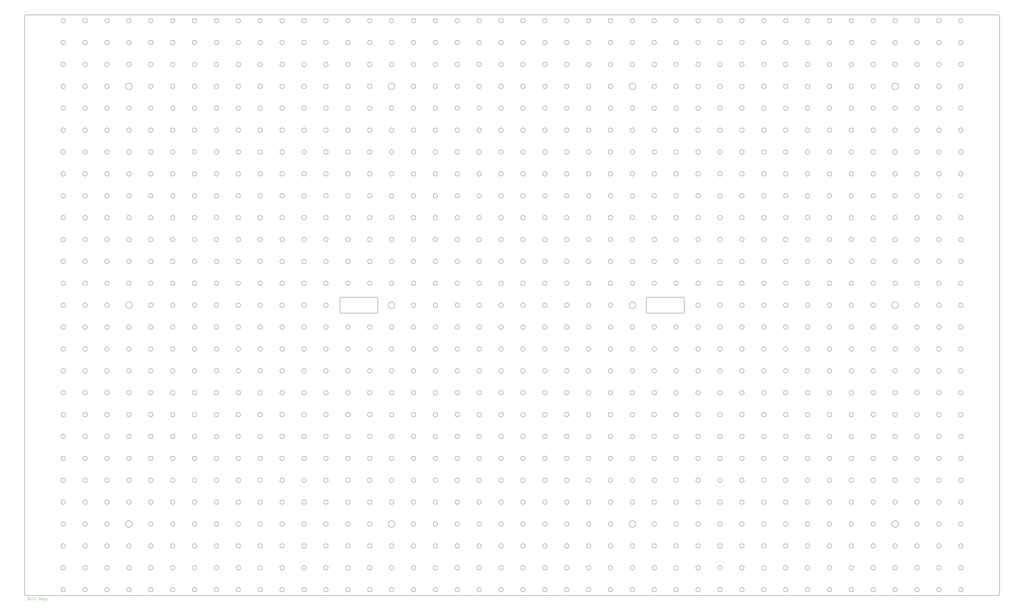
<source format=gbr>
%TF.GenerationSoftware,KiCad,Pcbnew,9.0.5*%
%TF.CreationDate,2025-11-12T08:22:28+01:00*%
%TF.ProjectId,test01,74657374-3031-42e6-9b69-6361645f7063,rev?*%
%TF.SameCoordinates,Original*%
%TF.FileFunction,Drillmap*%
%TF.FilePolarity,Positive*%
%FSLAX45Y45*%
G04 Gerber Fmt 4.5, Leading zero omitted, Abs format (unit mm)*
G04 Created by KiCad (PCBNEW 9.0.5) date 2025-11-12 08:22:28*
%MOMM*%
%LPD*%
G01*
G04 APERTURE LIST*
%ADD10C,0.250000*%
%ADD11C,0.200000*%
G04 APERTURE END LIST*
D10*
X42450000Y-44050000D02*
G75*
G02*
X42150000Y-44050000I-150000J0D01*
G01*
X42150000Y-44050000D02*
G75*
G02*
X42450000Y-44050000I150000J0D01*
G01*
X82950000Y-45550000D02*
G75*
G02*
X82650000Y-45550000I-150000J0D01*
G01*
X82650000Y-45550000D02*
G75*
G02*
X82950000Y-45550000I150000J0D01*
G01*
X61950000Y-42550000D02*
G75*
G02*
X61650000Y-42550000I-150000J0D01*
G01*
X61650000Y-42550000D02*
G75*
G02*
X61950000Y-42550000I150000J0D01*
G01*
X66450000Y-29050000D02*
G75*
G02*
X66150000Y-29050000I-150000J0D01*
G01*
X66150000Y-29050000D02*
G75*
G02*
X66450000Y-29050000I150000J0D01*
G01*
X73950000Y-47050000D02*
G75*
G02*
X73650000Y-47050000I-150000J0D01*
G01*
X73650000Y-47050000D02*
G75*
G02*
X73950000Y-47050000I150000J0D01*
G01*
X27450000Y-39550000D02*
G75*
G02*
X27150000Y-39550000I-150000J0D01*
G01*
X27150000Y-39550000D02*
G75*
G02*
X27450000Y-39550000I150000J0D01*
G01*
X70950000Y-41050000D02*
G75*
G02*
X70650000Y-41050000I-150000J0D01*
G01*
X70650000Y-41050000D02*
G75*
G02*
X70950000Y-41050000I150000J0D01*
G01*
X58950000Y-42550000D02*
G75*
G02*
X58650000Y-42550000I-150000J0D01*
G01*
X58650000Y-42550000D02*
G75*
G02*
X58950000Y-42550000I150000J0D01*
G01*
X29025000Y-38050000D02*
G75*
G02*
X28575000Y-38050000I-225000J0D01*
G01*
X28575000Y-38050000D02*
G75*
G02*
X29025000Y-38050000I225000J0D01*
G01*
X54450000Y-48550000D02*
G75*
G02*
X54150000Y-48550000I-150000J0D01*
G01*
X54150000Y-48550000D02*
G75*
G02*
X54450000Y-48550000I150000J0D01*
G01*
X72450000Y-54550000D02*
G75*
G02*
X72150000Y-54550000I-150000J0D01*
G01*
X72150000Y-54550000D02*
G75*
G02*
X72450000Y-54550000I150000J0D01*
G01*
X85950000Y-53050000D02*
G75*
G02*
X85650000Y-53050000I-150000J0D01*
G01*
X85650000Y-53050000D02*
G75*
G02*
X85950000Y-53050000I150000J0D01*
G01*
X66850000Y-38520000D02*
G75*
G02*
X66770000Y-38600000I-80000J0D01*
G01*
X37950000Y-42550000D02*
G75*
G02*
X37650000Y-42550000I-150000J0D01*
G01*
X37650000Y-42550000D02*
G75*
G02*
X37950000Y-42550000I150000J0D01*
G01*
X45850000Y-38520000D02*
G75*
G02*
X45770000Y-38600000I-80000J0D01*
G01*
X82950000Y-44050000D02*
G75*
G02*
X82650000Y-44050000I-150000J0D01*
G01*
X82650000Y-44050000D02*
G75*
G02*
X82950000Y-44050000I150000J0D01*
G01*
X81450000Y-57550000D02*
G75*
G02*
X81150000Y-57550000I-150000J0D01*
G01*
X81150000Y-57550000D02*
G75*
G02*
X81450000Y-57550000I150000J0D01*
G01*
X40950000Y-27550000D02*
G75*
G02*
X40650000Y-27550000I-150000J0D01*
G01*
X40650000Y-27550000D02*
G75*
G02*
X40950000Y-27550000I150000J0D01*
G01*
X57450000Y-45550000D02*
G75*
G02*
X57150000Y-45550000I-150000J0D01*
G01*
X57150000Y-45550000D02*
G75*
G02*
X57450000Y-45550000I150000J0D01*
G01*
X39450000Y-44050000D02*
G75*
G02*
X39150000Y-44050000I-150000J0D01*
G01*
X39150000Y-44050000D02*
G75*
G02*
X39450000Y-44050000I150000J0D01*
G01*
X55950000Y-57550000D02*
G75*
G02*
X55650000Y-57550000I-150000J0D01*
G01*
X55650000Y-57550000D02*
G75*
G02*
X55950000Y-57550000I150000J0D01*
G01*
X85950000Y-26050000D02*
G75*
G02*
X85650000Y-26050000I-150000J0D01*
G01*
X85650000Y-26050000D02*
G75*
G02*
X85950000Y-26050000I150000J0D01*
G01*
X52950000Y-48550000D02*
G75*
G02*
X52650000Y-48550000I-150000J0D01*
G01*
X52650000Y-48550000D02*
G75*
G02*
X52950000Y-48550000I150000J0D01*
G01*
X84450000Y-39550000D02*
G75*
G02*
X84150000Y-39550000I-150000J0D01*
G01*
X84150000Y-39550000D02*
G75*
G02*
X84450000Y-39550000I150000J0D01*
G01*
X45450000Y-18550000D02*
G75*
G02*
X45150000Y-18550000I-150000J0D01*
G01*
X45150000Y-18550000D02*
G75*
G02*
X45450000Y-18550000I150000J0D01*
G01*
X76950000Y-50050000D02*
G75*
G02*
X76650000Y-50050000I-150000J0D01*
G01*
X76650000Y-50050000D02*
G75*
G02*
X76950000Y-50050000I150000J0D01*
G01*
X63450000Y-57550000D02*
G75*
G02*
X63150000Y-57550000I-150000J0D01*
G01*
X63150000Y-57550000D02*
G75*
G02*
X63450000Y-57550000I150000J0D01*
G01*
X84450000Y-50050000D02*
G75*
G02*
X84150000Y-50050000I-150000J0D01*
G01*
X84150000Y-50050000D02*
G75*
G02*
X84450000Y-50050000I150000J0D01*
G01*
X73950000Y-57550000D02*
G75*
G02*
X73650000Y-57550000I-150000J0D01*
G01*
X73650000Y-57550000D02*
G75*
G02*
X73950000Y-57550000I150000J0D01*
G01*
X25950000Y-51550000D02*
G75*
G02*
X25650000Y-51550000I-150000J0D01*
G01*
X25650000Y-51550000D02*
G75*
G02*
X25950000Y-51550000I150000J0D01*
G01*
X84450000Y-41050000D02*
G75*
G02*
X84150000Y-41050000I-150000J0D01*
G01*
X84150000Y-41050000D02*
G75*
G02*
X84450000Y-41050000I150000J0D01*
G01*
X60450000Y-54550000D02*
G75*
G02*
X60150000Y-54550000I-150000J0D01*
G01*
X60150000Y-54550000D02*
G75*
G02*
X60450000Y-54550000I150000J0D01*
G01*
X57450000Y-32050000D02*
G75*
G02*
X57150000Y-32050000I-150000J0D01*
G01*
X57150000Y-32050000D02*
G75*
G02*
X57450000Y-32050000I150000J0D01*
G01*
X37950000Y-33550000D02*
G75*
G02*
X37650000Y-33550000I-150000J0D01*
G01*
X37650000Y-33550000D02*
G75*
G02*
X37950000Y-33550000I150000J0D01*
G01*
X31950000Y-23050000D02*
G75*
G02*
X31650000Y-23050000I-150000J0D01*
G01*
X31650000Y-23050000D02*
G75*
G02*
X31950000Y-23050000I150000J0D01*
G01*
X45450000Y-51550000D02*
G75*
G02*
X45150000Y-51550000I-150000J0D01*
G01*
X45150000Y-51550000D02*
G75*
G02*
X45450000Y-51550000I150000J0D01*
G01*
X27450000Y-50050000D02*
G75*
G02*
X27150000Y-50050000I-150000J0D01*
G01*
X27150000Y-50050000D02*
G75*
G02*
X27450000Y-50050000I150000J0D01*
G01*
X36450000Y-33550000D02*
G75*
G02*
X36150000Y-33550000I-150000J0D01*
G01*
X36150000Y-33550000D02*
G75*
G02*
X36450000Y-33550000I150000J0D01*
G01*
X55950000Y-33550000D02*
G75*
G02*
X55650000Y-33550000I-150000J0D01*
G01*
X55650000Y-33550000D02*
G75*
G02*
X55950000Y-33550000I150000J0D01*
G01*
X25950000Y-24550000D02*
G75*
G02*
X25650000Y-24550000I-150000J0D01*
G01*
X25650000Y-24550000D02*
G75*
G02*
X25950000Y-24550000I150000J0D01*
G01*
X64950000Y-53050000D02*
G75*
G02*
X64650000Y-53050000I-150000J0D01*
G01*
X64650000Y-53050000D02*
G75*
G02*
X64950000Y-53050000I150000J0D01*
G01*
X21750000Y-57950000D02*
X88350000Y-57950000D01*
X34950000Y-41050000D02*
G75*
G02*
X34650000Y-41050000I-150000J0D01*
G01*
X34650000Y-41050000D02*
G75*
G02*
X34950000Y-41050000I150000J0D01*
G01*
X64950000Y-27550000D02*
G75*
G02*
X64650000Y-27550000I-150000J0D01*
G01*
X64650000Y-27550000D02*
G75*
G02*
X64950000Y-27550000I150000J0D01*
G01*
X48450000Y-38050000D02*
G75*
G02*
X48150000Y-38050000I-150000J0D01*
G01*
X48150000Y-38050000D02*
G75*
G02*
X48450000Y-38050000I150000J0D01*
G01*
X72450000Y-23050000D02*
G75*
G02*
X72150000Y-23050000I-150000J0D01*
G01*
X72150000Y-23050000D02*
G75*
G02*
X72450000Y-23050000I150000J0D01*
G01*
X75450000Y-23050000D02*
G75*
G02*
X75150000Y-23050000I-150000J0D01*
G01*
X75150000Y-23050000D02*
G75*
G02*
X75450000Y-23050000I150000J0D01*
G01*
X46950000Y-50050000D02*
G75*
G02*
X46650000Y-50050000I-150000J0D01*
G01*
X46650000Y-50050000D02*
G75*
G02*
X46950000Y-50050000I150000J0D01*
G01*
X46950000Y-20050000D02*
G75*
G02*
X46650000Y-20050000I-150000J0D01*
G01*
X46650000Y-20050000D02*
G75*
G02*
X46950000Y-20050000I150000J0D01*
G01*
X49950000Y-30550000D02*
G75*
G02*
X49650000Y-30550000I-150000J0D01*
G01*
X49650000Y-30550000D02*
G75*
G02*
X49950000Y-30550000I150000J0D01*
G01*
X75450000Y-35050000D02*
G75*
G02*
X75150000Y-35050000I-150000J0D01*
G01*
X75150000Y-35050000D02*
G75*
G02*
X75450000Y-35050000I150000J0D01*
G01*
X82950000Y-23050000D02*
G75*
G02*
X82650000Y-23050000I-150000J0D01*
G01*
X82650000Y-23050000D02*
G75*
G02*
X82950000Y-23050000I150000J0D01*
G01*
X81450000Y-47050000D02*
G75*
G02*
X81150000Y-47050000I-150000J0D01*
G01*
X81150000Y-47050000D02*
G75*
G02*
X81450000Y-47050000I150000J0D01*
G01*
X58950000Y-27550000D02*
G75*
G02*
X58650000Y-27550000I-150000J0D01*
G01*
X58650000Y-27550000D02*
G75*
G02*
X58950000Y-27550000I150000J0D01*
G01*
X55950000Y-48550000D02*
G75*
G02*
X55650000Y-48550000I-150000J0D01*
G01*
X55650000Y-48550000D02*
G75*
G02*
X55950000Y-48550000I150000J0D01*
G01*
X63450000Y-51550000D02*
G75*
G02*
X63150000Y-51550000I-150000J0D01*
G01*
X63150000Y-51550000D02*
G75*
G02*
X63450000Y-51550000I150000J0D01*
G01*
X85950000Y-35050000D02*
G75*
G02*
X85650000Y-35050000I-150000J0D01*
G01*
X85650000Y-35050000D02*
G75*
G02*
X85950000Y-35050000I150000J0D01*
G01*
X72450000Y-32050000D02*
G75*
G02*
X72150000Y-32050000I-150000J0D01*
G01*
X72150000Y-32050000D02*
G75*
G02*
X72450000Y-32050000I150000J0D01*
G01*
X88450000Y-57850000D02*
X88450000Y-18250000D01*
X48450000Y-39550000D02*
G75*
G02*
X48150000Y-39550000I-150000J0D01*
G01*
X48150000Y-39550000D02*
G75*
G02*
X48450000Y-39550000I150000J0D01*
G01*
X51450000Y-27550000D02*
G75*
G02*
X51150000Y-27550000I-150000J0D01*
G01*
X51150000Y-27550000D02*
G75*
G02*
X51450000Y-27550000I150000J0D01*
G01*
X49950000Y-53050000D02*
G75*
G02*
X49650000Y-53050000I-150000J0D01*
G01*
X49650000Y-53050000D02*
G75*
G02*
X49950000Y-53050000I150000J0D01*
G01*
X55950000Y-56050000D02*
G75*
G02*
X55650000Y-56050000I-150000J0D01*
G01*
X55650000Y-56050000D02*
G75*
G02*
X55950000Y-56050000I150000J0D01*
G01*
X39450000Y-41050000D02*
G75*
G02*
X39150000Y-41050000I-150000J0D01*
G01*
X39150000Y-41050000D02*
G75*
G02*
X39450000Y-41050000I150000J0D01*
G01*
X63450000Y-18550000D02*
G75*
G02*
X63150000Y-18550000I-150000J0D01*
G01*
X63150000Y-18550000D02*
G75*
G02*
X63450000Y-18550000I150000J0D01*
G01*
X66450000Y-41050000D02*
G75*
G02*
X66150000Y-41050000I-150000J0D01*
G01*
X66150000Y-41050000D02*
G75*
G02*
X66450000Y-41050000I150000J0D01*
G01*
X61950000Y-57550000D02*
G75*
G02*
X61650000Y-57550000I-150000J0D01*
G01*
X61650000Y-57550000D02*
G75*
G02*
X61950000Y-57550000I150000J0D01*
G01*
X60450000Y-42550000D02*
G75*
G02*
X60150000Y-42550000I-150000J0D01*
G01*
X60150000Y-42550000D02*
G75*
G02*
X60450000Y-42550000I150000J0D01*
G01*
X27450000Y-41050000D02*
G75*
G02*
X27150000Y-41050000I-150000J0D01*
G01*
X27150000Y-41050000D02*
G75*
G02*
X27450000Y-41050000I150000J0D01*
G01*
X48450000Y-36550000D02*
G75*
G02*
X48150000Y-36550000I-150000J0D01*
G01*
X48150000Y-36550000D02*
G75*
G02*
X48450000Y-36550000I150000J0D01*
G01*
X52950000Y-57550000D02*
G75*
G02*
X52650000Y-57550000I-150000J0D01*
G01*
X52650000Y-57550000D02*
G75*
G02*
X52950000Y-57550000I150000J0D01*
G01*
X70950000Y-56050000D02*
G75*
G02*
X70650000Y-56050000I-150000J0D01*
G01*
X70650000Y-56050000D02*
G75*
G02*
X70950000Y-56050000I150000J0D01*
G01*
X76950000Y-51550000D02*
G75*
G02*
X76650000Y-51550000I-150000J0D01*
G01*
X76650000Y-51550000D02*
G75*
G02*
X76950000Y-51550000I150000J0D01*
G01*
X40950000Y-39550000D02*
G75*
G02*
X40650000Y-39550000I-150000J0D01*
G01*
X40650000Y-39550000D02*
G75*
G02*
X40950000Y-39550000I150000J0D01*
G01*
X73950000Y-29050000D02*
G75*
G02*
X73650000Y-29050000I-150000J0D01*
G01*
X73650000Y-29050000D02*
G75*
G02*
X73950000Y-29050000I150000J0D01*
G01*
X40950000Y-26050000D02*
G75*
G02*
X40650000Y-26050000I-150000J0D01*
G01*
X40650000Y-26050000D02*
G75*
G02*
X40950000Y-26050000I150000J0D01*
G01*
X82950000Y-36550000D02*
G75*
G02*
X82650000Y-36550000I-150000J0D01*
G01*
X82650000Y-36550000D02*
G75*
G02*
X82950000Y-36550000I150000J0D01*
G01*
X27450000Y-30550000D02*
G75*
G02*
X27150000Y-30550000I-150000J0D01*
G01*
X27150000Y-30550000D02*
G75*
G02*
X27450000Y-30550000I150000J0D01*
G01*
X81450000Y-44050000D02*
G75*
G02*
X81150000Y-44050000I-150000J0D01*
G01*
X81150000Y-44050000D02*
G75*
G02*
X81450000Y-44050000I150000J0D01*
G01*
X60450000Y-38050000D02*
G75*
G02*
X60150000Y-38050000I-150000J0D01*
G01*
X60150000Y-38050000D02*
G75*
G02*
X60450000Y-38050000I150000J0D01*
G01*
X81450000Y-27550000D02*
G75*
G02*
X81150000Y-27550000I-150000J0D01*
G01*
X81150000Y-27550000D02*
G75*
G02*
X81450000Y-27550000I150000J0D01*
G01*
X76950000Y-29050000D02*
G75*
G02*
X76650000Y-29050000I-150000J0D01*
G01*
X76650000Y-29050000D02*
G75*
G02*
X76950000Y-29050000I150000J0D01*
G01*
X31950000Y-27550000D02*
G75*
G02*
X31650000Y-27550000I-150000J0D01*
G01*
X31650000Y-27550000D02*
G75*
G02*
X31950000Y-27550000I150000J0D01*
G01*
X66450000Y-42550000D02*
G75*
G02*
X66150000Y-42550000I-150000J0D01*
G01*
X66150000Y-42550000D02*
G75*
G02*
X66450000Y-42550000I150000J0D01*
G01*
X30450000Y-21550000D02*
G75*
G02*
X30150000Y-21550000I-150000J0D01*
G01*
X30150000Y-21550000D02*
G75*
G02*
X30450000Y-21550000I150000J0D01*
G01*
X43950000Y-45550000D02*
G75*
G02*
X43650000Y-45550000I-150000J0D01*
G01*
X43650000Y-45550000D02*
G75*
G02*
X43950000Y-45550000I150000J0D01*
G01*
X67950000Y-44050000D02*
G75*
G02*
X67650000Y-44050000I-150000J0D01*
G01*
X67650000Y-44050000D02*
G75*
G02*
X67950000Y-44050000I150000J0D01*
G01*
X85950000Y-33550000D02*
G75*
G02*
X85650000Y-33550000I-150000J0D01*
G01*
X85650000Y-33550000D02*
G75*
G02*
X85950000Y-33550000I150000J0D01*
G01*
X31950000Y-30550000D02*
G75*
G02*
X31650000Y-30550000I-150000J0D01*
G01*
X31650000Y-30550000D02*
G75*
G02*
X31950000Y-30550000I150000J0D01*
G01*
X24450000Y-26050000D02*
G75*
G02*
X24150000Y-26050000I-150000J0D01*
G01*
X24150000Y-26050000D02*
G75*
G02*
X24450000Y-26050000I150000J0D01*
G01*
X43950000Y-41050000D02*
G75*
G02*
X43650000Y-41050000I-150000J0D01*
G01*
X43650000Y-41050000D02*
G75*
G02*
X43950000Y-41050000I150000J0D01*
G01*
X73950000Y-30550000D02*
G75*
G02*
X73650000Y-30550000I-150000J0D01*
G01*
X73650000Y-30550000D02*
G75*
G02*
X73950000Y-30550000I150000J0D01*
G01*
X84450000Y-38050000D02*
G75*
G02*
X84150000Y-38050000I-150000J0D01*
G01*
X84150000Y-38050000D02*
G75*
G02*
X84450000Y-38050000I150000J0D01*
G01*
X76950000Y-20050000D02*
G75*
G02*
X76650000Y-20050000I-150000J0D01*
G01*
X76650000Y-20050000D02*
G75*
G02*
X76950000Y-20050000I150000J0D01*
G01*
X63450000Y-35050000D02*
G75*
G02*
X63150000Y-35050000I-150000J0D01*
G01*
X63150000Y-35050000D02*
G75*
G02*
X63450000Y-35050000I150000J0D01*
G01*
X82950000Y-50050000D02*
G75*
G02*
X82650000Y-50050000I-150000J0D01*
G01*
X82650000Y-50050000D02*
G75*
G02*
X82950000Y-50050000I150000J0D01*
G01*
X33450000Y-54550000D02*
G75*
G02*
X33150000Y-54550000I-150000J0D01*
G01*
X33150000Y-54550000D02*
G75*
G02*
X33450000Y-54550000I150000J0D01*
G01*
X57450000Y-42550000D02*
G75*
G02*
X57150000Y-42550000I-150000J0D01*
G01*
X57150000Y-42550000D02*
G75*
G02*
X57450000Y-42550000I150000J0D01*
G01*
X31950000Y-44050000D02*
G75*
G02*
X31650000Y-44050000I-150000J0D01*
G01*
X31650000Y-44050000D02*
G75*
G02*
X31950000Y-44050000I150000J0D01*
G01*
X46950000Y-45550000D02*
G75*
G02*
X46650000Y-45550000I-150000J0D01*
G01*
X46650000Y-45550000D02*
G75*
G02*
X46950000Y-45550000I150000J0D01*
G01*
X78450000Y-38050000D02*
G75*
G02*
X78150000Y-38050000I-150000J0D01*
G01*
X78150000Y-38050000D02*
G75*
G02*
X78450000Y-38050000I150000J0D01*
G01*
X81450000Y-29050000D02*
G75*
G02*
X81150000Y-29050000I-150000J0D01*
G01*
X81150000Y-29050000D02*
G75*
G02*
X81450000Y-29050000I150000J0D01*
G01*
X43950000Y-30550000D02*
G75*
G02*
X43650000Y-30550000I-150000J0D01*
G01*
X43650000Y-30550000D02*
G75*
G02*
X43950000Y-30550000I150000J0D01*
G01*
X55950000Y-32050000D02*
G75*
G02*
X55650000Y-32050000I-150000J0D01*
G01*
X55650000Y-32050000D02*
G75*
G02*
X55950000Y-32050000I150000J0D01*
G01*
X60450000Y-41050000D02*
G75*
G02*
X60150000Y-41050000I-150000J0D01*
G01*
X60150000Y-41050000D02*
G75*
G02*
X60450000Y-41050000I150000J0D01*
G01*
X48450000Y-23050000D02*
G75*
G02*
X48150000Y-23050000I-150000J0D01*
G01*
X48150000Y-23050000D02*
G75*
G02*
X48450000Y-23050000I150000J0D01*
G01*
X58950000Y-35050000D02*
G75*
G02*
X58650000Y-35050000I-150000J0D01*
G01*
X58650000Y-35050000D02*
G75*
G02*
X58950000Y-35050000I150000J0D01*
G01*
X70950000Y-45550000D02*
G75*
G02*
X70650000Y-45550000I-150000J0D01*
G01*
X70650000Y-45550000D02*
G75*
G02*
X70950000Y-45550000I150000J0D01*
G01*
X76950000Y-36550000D02*
G75*
G02*
X76650000Y-36550000I-150000J0D01*
G01*
X76650000Y-36550000D02*
G75*
G02*
X76950000Y-36550000I150000J0D01*
G01*
X72450000Y-45550000D02*
G75*
G02*
X72150000Y-45550000I-150000J0D01*
G01*
X72150000Y-45550000D02*
G75*
G02*
X72450000Y-45550000I150000J0D01*
G01*
X79950000Y-35050000D02*
G75*
G02*
X79650000Y-35050000I-150000J0D01*
G01*
X79650000Y-35050000D02*
G75*
G02*
X79950000Y-35050000I150000J0D01*
G01*
X76950000Y-21550000D02*
G75*
G02*
X76650000Y-21550000I-150000J0D01*
G01*
X76650000Y-21550000D02*
G75*
G02*
X76950000Y-21550000I150000J0D01*
G01*
X52950000Y-27550000D02*
G75*
G02*
X52650000Y-27550000I-150000J0D01*
G01*
X52650000Y-27550000D02*
G75*
G02*
X52950000Y-27550000I150000J0D01*
G01*
X78450000Y-27550000D02*
G75*
G02*
X78150000Y-27550000I-150000J0D01*
G01*
X78150000Y-27550000D02*
G75*
G02*
X78450000Y-27550000I150000J0D01*
G01*
X28950000Y-26050000D02*
G75*
G02*
X28650000Y-26050000I-150000J0D01*
G01*
X28650000Y-26050000D02*
G75*
G02*
X28950000Y-26050000I150000J0D01*
G01*
X54450000Y-26050000D02*
G75*
G02*
X54150000Y-26050000I-150000J0D01*
G01*
X54150000Y-26050000D02*
G75*
G02*
X54450000Y-26050000I150000J0D01*
G01*
X63450000Y-45550000D02*
G75*
G02*
X63150000Y-45550000I-150000J0D01*
G01*
X63150000Y-45550000D02*
G75*
G02*
X63450000Y-45550000I150000J0D01*
G01*
X43950000Y-42550000D02*
G75*
G02*
X43650000Y-42550000I-150000J0D01*
G01*
X43650000Y-42550000D02*
G75*
G02*
X43950000Y-42550000I150000J0D01*
G01*
X54450000Y-45550000D02*
G75*
G02*
X54150000Y-45550000I-150000J0D01*
G01*
X54150000Y-45550000D02*
G75*
G02*
X54450000Y-45550000I150000J0D01*
G01*
X63450000Y-36550000D02*
G75*
G02*
X63150000Y-36550000I-150000J0D01*
G01*
X63150000Y-36550000D02*
G75*
G02*
X63450000Y-36550000I150000J0D01*
G01*
X30450000Y-32050000D02*
G75*
G02*
X30150000Y-32050000I-150000J0D01*
G01*
X30150000Y-32050000D02*
G75*
G02*
X30450000Y-32050000I150000J0D01*
G01*
X76950000Y-57550000D02*
G75*
G02*
X76650000Y-57550000I-150000J0D01*
G01*
X76650000Y-57550000D02*
G75*
G02*
X76950000Y-57550000I150000J0D01*
G01*
X52950000Y-54550000D02*
G75*
G02*
X52650000Y-54550000I-150000J0D01*
G01*
X52650000Y-54550000D02*
G75*
G02*
X52950000Y-54550000I150000J0D01*
G01*
X51450000Y-29050000D02*
G75*
G02*
X51150000Y-29050000I-150000J0D01*
G01*
X51150000Y-29050000D02*
G75*
G02*
X51450000Y-29050000I150000J0D01*
G01*
X43950000Y-48550000D02*
G75*
G02*
X43650000Y-48550000I-150000J0D01*
G01*
X43650000Y-48550000D02*
G75*
G02*
X43950000Y-48550000I150000J0D01*
G01*
X28950000Y-51550000D02*
G75*
G02*
X28650000Y-51550000I-150000J0D01*
G01*
X28650000Y-51550000D02*
G75*
G02*
X28950000Y-51550000I150000J0D01*
G01*
X82950000Y-57550000D02*
G75*
G02*
X82650000Y-57550000I-150000J0D01*
G01*
X82650000Y-57550000D02*
G75*
G02*
X82950000Y-57550000I150000J0D01*
G01*
X51450000Y-36550000D02*
G75*
G02*
X51150000Y-36550000I-150000J0D01*
G01*
X51150000Y-36550000D02*
G75*
G02*
X51450000Y-36550000I150000J0D01*
G01*
X63450000Y-48550000D02*
G75*
G02*
X63150000Y-48550000I-150000J0D01*
G01*
X63150000Y-48550000D02*
G75*
G02*
X63450000Y-48550000I150000J0D01*
G01*
X36450000Y-23050000D02*
G75*
G02*
X36150000Y-23050000I-150000J0D01*
G01*
X36150000Y-23050000D02*
G75*
G02*
X36450000Y-23050000I150000J0D01*
G01*
X43950000Y-36550000D02*
G75*
G02*
X43650000Y-36550000I-150000J0D01*
G01*
X43650000Y-36550000D02*
G75*
G02*
X43950000Y-36550000I150000J0D01*
G01*
X66450000Y-32050000D02*
G75*
G02*
X66150000Y-32050000I-150000J0D01*
G01*
X66150000Y-32050000D02*
G75*
G02*
X66450000Y-32050000I150000J0D01*
G01*
X31950000Y-32050000D02*
G75*
G02*
X31650000Y-32050000I-150000J0D01*
G01*
X31650000Y-32050000D02*
G75*
G02*
X31950000Y-32050000I150000J0D01*
G01*
X42450000Y-51550000D02*
G75*
G02*
X42150000Y-51550000I-150000J0D01*
G01*
X42150000Y-51550000D02*
G75*
G02*
X42450000Y-51550000I150000J0D01*
G01*
X67950000Y-38050000D02*
G75*
G02*
X67650000Y-38050000I-150000J0D01*
G01*
X67650000Y-38050000D02*
G75*
G02*
X67950000Y-38050000I150000J0D01*
G01*
X54450000Y-36550000D02*
G75*
G02*
X54150000Y-36550000I-150000J0D01*
G01*
X54150000Y-36550000D02*
G75*
G02*
X54450000Y-36550000I150000J0D01*
G01*
X34950000Y-44050000D02*
G75*
G02*
X34650000Y-44050000I-150000J0D01*
G01*
X34650000Y-44050000D02*
G75*
G02*
X34950000Y-44050000I150000J0D01*
G01*
X36450000Y-53050000D02*
G75*
G02*
X36150000Y-53050000I-150000J0D01*
G01*
X36150000Y-53050000D02*
G75*
G02*
X36450000Y-53050000I150000J0D01*
G01*
X78450000Y-54550000D02*
G75*
G02*
X78150000Y-54550000I-150000J0D01*
G01*
X78150000Y-54550000D02*
G75*
G02*
X78450000Y-54550000I150000J0D01*
G01*
X63450000Y-44050000D02*
G75*
G02*
X63150000Y-44050000I-150000J0D01*
G01*
X63150000Y-44050000D02*
G75*
G02*
X63450000Y-44050000I150000J0D01*
G01*
X34950000Y-27550000D02*
G75*
G02*
X34650000Y-27550000I-150000J0D01*
G01*
X34650000Y-27550000D02*
G75*
G02*
X34950000Y-27550000I150000J0D01*
G01*
X36450000Y-27550000D02*
G75*
G02*
X36150000Y-27550000I-150000J0D01*
G01*
X36150000Y-27550000D02*
G75*
G02*
X36450000Y-27550000I150000J0D01*
G01*
X25950000Y-42550000D02*
G75*
G02*
X25650000Y-42550000I-150000J0D01*
G01*
X25650000Y-42550000D02*
G75*
G02*
X25950000Y-42550000I150000J0D01*
G01*
X45450000Y-56050000D02*
G75*
G02*
X45150000Y-56050000I-150000J0D01*
G01*
X45150000Y-56050000D02*
G75*
G02*
X45450000Y-56050000I150000J0D01*
G01*
X64950000Y-48550000D02*
G75*
G02*
X64650000Y-48550000I-150000J0D01*
G01*
X64650000Y-48550000D02*
G75*
G02*
X64950000Y-48550000I150000J0D01*
G01*
X55950000Y-26050000D02*
G75*
G02*
X55650000Y-26050000I-150000J0D01*
G01*
X55650000Y-26050000D02*
G75*
G02*
X55950000Y-26050000I150000J0D01*
G01*
X60450000Y-51550000D02*
G75*
G02*
X60150000Y-51550000I-150000J0D01*
G01*
X60150000Y-51550000D02*
G75*
G02*
X60450000Y-51550000I150000J0D01*
G01*
X58950000Y-26050000D02*
G75*
G02*
X58650000Y-26050000I-150000J0D01*
G01*
X58650000Y-26050000D02*
G75*
G02*
X58950000Y-26050000I150000J0D01*
G01*
X24450000Y-53050000D02*
G75*
G02*
X24150000Y-53050000I-150000J0D01*
G01*
X24150000Y-53050000D02*
G75*
G02*
X24450000Y-53050000I150000J0D01*
G01*
X58950000Y-29050000D02*
G75*
G02*
X58650000Y-29050000I-150000J0D01*
G01*
X58650000Y-29050000D02*
G75*
G02*
X58950000Y-29050000I150000J0D01*
G01*
X27450000Y-51550000D02*
G75*
G02*
X27150000Y-51550000I-150000J0D01*
G01*
X27150000Y-51550000D02*
G75*
G02*
X27450000Y-51550000I150000J0D01*
G01*
X40950000Y-38050000D02*
G75*
G02*
X40650000Y-38050000I-150000J0D01*
G01*
X40650000Y-38050000D02*
G75*
G02*
X40950000Y-38050000I150000J0D01*
G01*
X30450000Y-18550000D02*
G75*
G02*
X30150000Y-18550000I-150000J0D01*
G01*
X30150000Y-18550000D02*
G75*
G02*
X30450000Y-18550000I150000J0D01*
G01*
X85950000Y-50050000D02*
G75*
G02*
X85650000Y-50050000I-150000J0D01*
G01*
X85650000Y-50050000D02*
G75*
G02*
X85950000Y-50050000I150000J0D01*
G01*
X67950000Y-51550000D02*
G75*
G02*
X67650000Y-51550000I-150000J0D01*
G01*
X67650000Y-51550000D02*
G75*
G02*
X67950000Y-51550000I150000J0D01*
G01*
X69450000Y-47050000D02*
G75*
G02*
X69150000Y-47050000I-150000J0D01*
G01*
X69150000Y-47050000D02*
G75*
G02*
X69450000Y-47050000I150000J0D01*
G01*
X82950000Y-48550000D02*
G75*
G02*
X82650000Y-48550000I-150000J0D01*
G01*
X82650000Y-48550000D02*
G75*
G02*
X82950000Y-48550000I150000J0D01*
G01*
X79950000Y-24550000D02*
G75*
G02*
X79650000Y-24550000I-150000J0D01*
G01*
X79650000Y-24550000D02*
G75*
G02*
X79950000Y-24550000I150000J0D01*
G01*
X81450000Y-32050000D02*
G75*
G02*
X81150000Y-32050000I-150000J0D01*
G01*
X81150000Y-32050000D02*
G75*
G02*
X81450000Y-32050000I150000J0D01*
G01*
X37950000Y-41050000D02*
G75*
G02*
X37650000Y-41050000I-150000J0D01*
G01*
X37650000Y-41050000D02*
G75*
G02*
X37950000Y-41050000I150000J0D01*
G01*
X33450000Y-24550000D02*
G75*
G02*
X33150000Y-24550000I-150000J0D01*
G01*
X33150000Y-24550000D02*
G75*
G02*
X33450000Y-24550000I150000J0D01*
G01*
X78450000Y-45550000D02*
G75*
G02*
X78150000Y-45550000I-150000J0D01*
G01*
X78150000Y-45550000D02*
G75*
G02*
X78450000Y-45550000I150000J0D01*
G01*
X25950000Y-44050000D02*
G75*
G02*
X25650000Y-44050000I-150000J0D01*
G01*
X25650000Y-44050000D02*
G75*
G02*
X25950000Y-44050000I150000J0D01*
G01*
X51450000Y-24550000D02*
G75*
G02*
X51150000Y-24550000I-150000J0D01*
G01*
X51150000Y-24550000D02*
G75*
G02*
X51450000Y-24550000I150000J0D01*
G01*
X45450000Y-50050000D02*
G75*
G02*
X45150000Y-50050000I-150000J0D01*
G01*
X45150000Y-50050000D02*
G75*
G02*
X45450000Y-50050000I150000J0D01*
G01*
X28950000Y-36550000D02*
G75*
G02*
X28650000Y-36550000I-150000J0D01*
G01*
X28650000Y-36550000D02*
G75*
G02*
X28950000Y-36550000I150000J0D01*
G01*
X61950000Y-39550000D02*
G75*
G02*
X61650000Y-39550000I-150000J0D01*
G01*
X61650000Y-39550000D02*
G75*
G02*
X61950000Y-39550000I150000J0D01*
G01*
X79950000Y-39550000D02*
G75*
G02*
X79650000Y-39550000I-150000J0D01*
G01*
X79650000Y-39550000D02*
G75*
G02*
X79950000Y-39550000I150000J0D01*
G01*
X25950000Y-47050000D02*
G75*
G02*
X25650000Y-47050000I-150000J0D01*
G01*
X25650000Y-47050000D02*
G75*
G02*
X25950000Y-47050000I150000J0D01*
G01*
X82950000Y-35050000D02*
G75*
G02*
X82650000Y-35050000I-150000J0D01*
G01*
X82650000Y-35050000D02*
G75*
G02*
X82950000Y-35050000I150000J0D01*
G01*
X34950000Y-20050000D02*
G75*
G02*
X34650000Y-20050000I-150000J0D01*
G01*
X34650000Y-20050000D02*
G75*
G02*
X34950000Y-20050000I150000J0D01*
G01*
X55950000Y-36550000D02*
G75*
G02*
X55650000Y-36550000I-150000J0D01*
G01*
X55650000Y-36550000D02*
G75*
G02*
X55950000Y-36550000I150000J0D01*
G01*
X30450000Y-57550000D02*
G75*
G02*
X30150000Y-57550000I-150000J0D01*
G01*
X30150000Y-57550000D02*
G75*
G02*
X30450000Y-57550000I150000J0D01*
G01*
X70950000Y-33550000D02*
G75*
G02*
X70650000Y-33550000I-150000J0D01*
G01*
X70650000Y-33550000D02*
G75*
G02*
X70950000Y-33550000I150000J0D01*
G01*
X37950000Y-56050000D02*
G75*
G02*
X37650000Y-56050000I-150000J0D01*
G01*
X37650000Y-56050000D02*
G75*
G02*
X37950000Y-56050000I150000J0D01*
G01*
X54450000Y-41050000D02*
G75*
G02*
X54150000Y-41050000I-150000J0D01*
G01*
X54150000Y-41050000D02*
G75*
G02*
X54450000Y-41050000I150000J0D01*
G01*
X81450000Y-21550000D02*
G75*
G02*
X81150000Y-21550000I-150000J0D01*
G01*
X81150000Y-21550000D02*
G75*
G02*
X81450000Y-21550000I150000J0D01*
G01*
X85950000Y-30550000D02*
G75*
G02*
X85650000Y-30550000I-150000J0D01*
G01*
X85650000Y-30550000D02*
G75*
G02*
X85950000Y-30550000I150000J0D01*
G01*
X36450000Y-56050000D02*
G75*
G02*
X36150000Y-56050000I-150000J0D01*
G01*
X36150000Y-56050000D02*
G75*
G02*
X36450000Y-56050000I150000J0D01*
G01*
X67950000Y-21550000D02*
G75*
G02*
X67650000Y-21550000I-150000J0D01*
G01*
X67650000Y-21550000D02*
G75*
G02*
X67950000Y-21550000I150000J0D01*
G01*
X37950000Y-38050000D02*
G75*
G02*
X37650000Y-38050000I-150000J0D01*
G01*
X37650000Y-38050000D02*
G75*
G02*
X37950000Y-38050000I150000J0D01*
G01*
X61950000Y-35050000D02*
G75*
G02*
X61650000Y-35050000I-150000J0D01*
G01*
X61650000Y-35050000D02*
G75*
G02*
X61950000Y-35050000I150000J0D01*
G01*
X76950000Y-33550000D02*
G75*
G02*
X76650000Y-33550000I-150000J0D01*
G01*
X76650000Y-33550000D02*
G75*
G02*
X76950000Y-33550000I150000J0D01*
G01*
X24450000Y-30550000D02*
G75*
G02*
X24150000Y-30550000I-150000J0D01*
G01*
X24150000Y-30550000D02*
G75*
G02*
X24450000Y-30550000I150000J0D01*
G01*
X25950000Y-41050000D02*
G75*
G02*
X25650000Y-41050000I-150000J0D01*
G01*
X25650000Y-41050000D02*
G75*
G02*
X25950000Y-41050000I150000J0D01*
G01*
X34950000Y-35050000D02*
G75*
G02*
X34650000Y-35050000I-150000J0D01*
G01*
X34650000Y-35050000D02*
G75*
G02*
X34950000Y-35050000I150000J0D01*
G01*
X31950000Y-47050000D02*
G75*
G02*
X31650000Y-47050000I-150000J0D01*
G01*
X31650000Y-47050000D02*
G75*
G02*
X31950000Y-47050000I150000J0D01*
G01*
X64950000Y-21550000D02*
G75*
G02*
X64650000Y-21550000I-150000J0D01*
G01*
X64650000Y-21550000D02*
G75*
G02*
X64950000Y-21550000I150000J0D01*
G01*
X42450000Y-23050000D02*
G75*
G02*
X42150000Y-23050000I-150000J0D01*
G01*
X42150000Y-23050000D02*
G75*
G02*
X42450000Y-23050000I150000J0D01*
G01*
X79950000Y-44050000D02*
G75*
G02*
X79650000Y-44050000I-150000J0D01*
G01*
X79650000Y-44050000D02*
G75*
G02*
X79950000Y-44050000I150000J0D01*
G01*
X40950000Y-54550000D02*
G75*
G02*
X40650000Y-54550000I-150000J0D01*
G01*
X40650000Y-54550000D02*
G75*
G02*
X40950000Y-54550000I150000J0D01*
G01*
X52950000Y-44050000D02*
G75*
G02*
X52650000Y-44050000I-150000J0D01*
G01*
X52650000Y-44050000D02*
G75*
G02*
X52950000Y-44050000I150000J0D01*
G01*
X85950000Y-45550000D02*
G75*
G02*
X85650000Y-45550000I-150000J0D01*
G01*
X85650000Y-45550000D02*
G75*
G02*
X85950000Y-45550000I150000J0D01*
G01*
X27450000Y-26050000D02*
G75*
G02*
X27150000Y-26050000I-150000J0D01*
G01*
X27150000Y-26050000D02*
G75*
G02*
X27450000Y-26050000I150000J0D01*
G01*
X75450000Y-47050000D02*
G75*
G02*
X75150000Y-47050000I-150000J0D01*
G01*
X75150000Y-47050000D02*
G75*
G02*
X75450000Y-47050000I150000J0D01*
G01*
X36450000Y-32050000D02*
G75*
G02*
X36150000Y-32050000I-150000J0D01*
G01*
X36150000Y-32050000D02*
G75*
G02*
X36450000Y-32050000I150000J0D01*
G01*
X67950000Y-35050000D02*
G75*
G02*
X67650000Y-35050000I-150000J0D01*
G01*
X67650000Y-35050000D02*
G75*
G02*
X67950000Y-35050000I150000J0D01*
G01*
X54450000Y-30550000D02*
G75*
G02*
X54150000Y-30550000I-150000J0D01*
G01*
X54150000Y-30550000D02*
G75*
G02*
X54450000Y-30550000I150000J0D01*
G01*
X58950000Y-41050000D02*
G75*
G02*
X58650000Y-41050000I-150000J0D01*
G01*
X58650000Y-41050000D02*
G75*
G02*
X58950000Y-41050000I150000J0D01*
G01*
X34950000Y-56050000D02*
G75*
G02*
X34650000Y-56050000I-150000J0D01*
G01*
X34650000Y-56050000D02*
G75*
G02*
X34950000Y-56050000I150000J0D01*
G01*
X58950000Y-44050000D02*
G75*
G02*
X58650000Y-44050000I-150000J0D01*
G01*
X58650000Y-44050000D02*
G75*
G02*
X58950000Y-44050000I150000J0D01*
G01*
X63450000Y-32050000D02*
G75*
G02*
X63150000Y-32050000I-150000J0D01*
G01*
X63150000Y-32050000D02*
G75*
G02*
X63450000Y-32050000I150000J0D01*
G01*
X28950000Y-47050000D02*
G75*
G02*
X28650000Y-47050000I-150000J0D01*
G01*
X28650000Y-47050000D02*
G75*
G02*
X28950000Y-47050000I150000J0D01*
G01*
X33450000Y-26050000D02*
G75*
G02*
X33150000Y-26050000I-150000J0D01*
G01*
X33150000Y-26050000D02*
G75*
G02*
X33450000Y-26050000I150000J0D01*
G01*
X52950000Y-36550000D02*
G75*
G02*
X52650000Y-36550000I-150000J0D01*
G01*
X52650000Y-36550000D02*
G75*
G02*
X52950000Y-36550000I150000J0D01*
G01*
X64950000Y-47050000D02*
G75*
G02*
X64650000Y-47050000I-150000J0D01*
G01*
X64650000Y-47050000D02*
G75*
G02*
X64950000Y-47050000I150000J0D01*
G01*
X60450000Y-36550000D02*
G75*
G02*
X60150000Y-36550000I-150000J0D01*
G01*
X60150000Y-36550000D02*
G75*
G02*
X60450000Y-36550000I150000J0D01*
G01*
X54450000Y-32050000D02*
G75*
G02*
X54150000Y-32050000I-150000J0D01*
G01*
X54150000Y-32050000D02*
G75*
G02*
X54450000Y-32050000I150000J0D01*
G01*
X60450000Y-56050000D02*
G75*
G02*
X60150000Y-56050000I-150000J0D01*
G01*
X60150000Y-56050000D02*
G75*
G02*
X60450000Y-56050000I150000J0D01*
G01*
X81525000Y-38050000D02*
G75*
G02*
X81075000Y-38050000I-225000J0D01*
G01*
X81075000Y-38050000D02*
G75*
G02*
X81525000Y-38050000I225000J0D01*
G01*
X25950000Y-50050000D02*
G75*
G02*
X25650000Y-50050000I-150000J0D01*
G01*
X25650000Y-50050000D02*
G75*
G02*
X25950000Y-50050000I150000J0D01*
G01*
X66450000Y-18550000D02*
G75*
G02*
X66150000Y-18550000I-150000J0D01*
G01*
X66150000Y-18550000D02*
G75*
G02*
X66450000Y-18550000I150000J0D01*
G01*
X48450000Y-18550000D02*
G75*
G02*
X48150000Y-18550000I-150000J0D01*
G01*
X48150000Y-18550000D02*
G75*
G02*
X48450000Y-18550000I150000J0D01*
G01*
X48450000Y-20050000D02*
G75*
G02*
X48150000Y-20050000I-150000J0D01*
G01*
X48150000Y-20050000D02*
G75*
G02*
X48450000Y-20050000I150000J0D01*
G01*
X52950000Y-21550000D02*
G75*
G02*
X52650000Y-21550000I-150000J0D01*
G01*
X52650000Y-21550000D02*
G75*
G02*
X52950000Y-21550000I150000J0D01*
G01*
X69450000Y-42550000D02*
G75*
G02*
X69150000Y-42550000I-150000J0D01*
G01*
X69150000Y-42550000D02*
G75*
G02*
X69450000Y-42550000I150000J0D01*
G01*
X27450000Y-33550000D02*
G75*
G02*
X27150000Y-33550000I-150000J0D01*
G01*
X27150000Y-33550000D02*
G75*
G02*
X27450000Y-33550000I150000J0D01*
G01*
X31950000Y-57550000D02*
G75*
G02*
X31650000Y-57550000I-150000J0D01*
G01*
X31650000Y-57550000D02*
G75*
G02*
X31950000Y-57550000I150000J0D01*
G01*
X27450000Y-54550000D02*
G75*
G02*
X27150000Y-54550000I-150000J0D01*
G01*
X27150000Y-54550000D02*
G75*
G02*
X27450000Y-54550000I150000J0D01*
G01*
X66450000Y-45550000D02*
G75*
G02*
X66150000Y-45550000I-150000J0D01*
G01*
X66150000Y-45550000D02*
G75*
G02*
X66450000Y-45550000I150000J0D01*
G01*
X61950000Y-38050000D02*
G75*
G02*
X61650000Y-38050000I-150000J0D01*
G01*
X61650000Y-38050000D02*
G75*
G02*
X61950000Y-38050000I150000J0D01*
G01*
X51450000Y-33550000D02*
G75*
G02*
X51150000Y-33550000I-150000J0D01*
G01*
X51150000Y-33550000D02*
G75*
G02*
X51450000Y-33550000I150000J0D01*
G01*
X75450000Y-41050000D02*
G75*
G02*
X75150000Y-41050000I-150000J0D01*
G01*
X75150000Y-41050000D02*
G75*
G02*
X75450000Y-41050000I150000J0D01*
G01*
X81450000Y-33550000D02*
G75*
G02*
X81150000Y-33550000I-150000J0D01*
G01*
X81150000Y-33550000D02*
G75*
G02*
X81450000Y-33550000I150000J0D01*
G01*
X24450000Y-33550000D02*
G75*
G02*
X24150000Y-33550000I-150000J0D01*
G01*
X24150000Y-33550000D02*
G75*
G02*
X24450000Y-33550000I150000J0D01*
G01*
X66450000Y-50050000D02*
G75*
G02*
X66150000Y-50050000I-150000J0D01*
G01*
X66150000Y-50050000D02*
G75*
G02*
X66450000Y-50050000I150000J0D01*
G01*
X37950000Y-48550000D02*
G75*
G02*
X37650000Y-48550000I-150000J0D01*
G01*
X37650000Y-48550000D02*
G75*
G02*
X37950000Y-48550000I150000J0D01*
G01*
X49950000Y-41050000D02*
G75*
G02*
X49650000Y-41050000I-150000J0D01*
G01*
X49650000Y-41050000D02*
G75*
G02*
X49950000Y-41050000I150000J0D01*
G01*
X29025000Y-53050000D02*
G75*
G02*
X28575000Y-53050000I-225000J0D01*
G01*
X28575000Y-53050000D02*
G75*
G02*
X29025000Y-53050000I225000J0D01*
G01*
X28950000Y-54550000D02*
G75*
G02*
X28650000Y-54550000I-150000J0D01*
G01*
X28650000Y-54550000D02*
G75*
G02*
X28950000Y-54550000I150000J0D01*
G01*
X64950000Y-18550000D02*
G75*
G02*
X64650000Y-18550000I-150000J0D01*
G01*
X64650000Y-18550000D02*
G75*
G02*
X64950000Y-18550000I150000J0D01*
G01*
X28950000Y-21550000D02*
G75*
G02*
X28650000Y-21550000I-150000J0D01*
G01*
X28650000Y-21550000D02*
G75*
G02*
X28950000Y-21550000I150000J0D01*
G01*
X64950000Y-54550000D02*
G75*
G02*
X64650000Y-54550000I-150000J0D01*
G01*
X64650000Y-54550000D02*
G75*
G02*
X64950000Y-54550000I150000J0D01*
G01*
X60450000Y-26050000D02*
G75*
G02*
X60150000Y-26050000I-150000J0D01*
G01*
X60150000Y-26050000D02*
G75*
G02*
X60450000Y-26050000I150000J0D01*
G01*
X30450000Y-44050000D02*
G75*
G02*
X30150000Y-44050000I-150000J0D01*
G01*
X30150000Y-44050000D02*
G75*
G02*
X30450000Y-44050000I150000J0D01*
G01*
X39450000Y-48550000D02*
G75*
G02*
X39150000Y-48550000I-150000J0D01*
G01*
X39150000Y-48550000D02*
G75*
G02*
X39450000Y-48550000I150000J0D01*
G01*
X24450000Y-20050000D02*
G75*
G02*
X24150000Y-20050000I-150000J0D01*
G01*
X24150000Y-20050000D02*
G75*
G02*
X24450000Y-20050000I150000J0D01*
G01*
X39450000Y-45550000D02*
G75*
G02*
X39150000Y-45550000I-150000J0D01*
G01*
X39150000Y-45550000D02*
G75*
G02*
X39450000Y-45550000I150000J0D01*
G01*
X66450000Y-30550000D02*
G75*
G02*
X66150000Y-30550000I-150000J0D01*
G01*
X66150000Y-30550000D02*
G75*
G02*
X66450000Y-30550000I150000J0D01*
G01*
X43950000Y-21550000D02*
G75*
G02*
X43650000Y-21550000I-150000J0D01*
G01*
X43650000Y-21550000D02*
G75*
G02*
X43950000Y-21550000I150000J0D01*
G01*
X75450000Y-30550000D02*
G75*
G02*
X75150000Y-30550000I-150000J0D01*
G01*
X75150000Y-30550000D02*
G75*
G02*
X75450000Y-30550000I150000J0D01*
G01*
X46950000Y-26050000D02*
G75*
G02*
X46650000Y-26050000I-150000J0D01*
G01*
X46650000Y-26050000D02*
G75*
G02*
X46950000Y-26050000I150000J0D01*
G01*
X36450000Y-24550000D02*
G75*
G02*
X36150000Y-24550000I-150000J0D01*
G01*
X36150000Y-24550000D02*
G75*
G02*
X36450000Y-24550000I150000J0D01*
G01*
X84450000Y-21550000D02*
G75*
G02*
X84150000Y-21550000I-150000J0D01*
G01*
X84150000Y-21550000D02*
G75*
G02*
X84450000Y-21550000I150000J0D01*
G01*
X51450000Y-48550000D02*
G75*
G02*
X51150000Y-48550000I-150000J0D01*
G01*
X51150000Y-48550000D02*
G75*
G02*
X51450000Y-48550000I150000J0D01*
G01*
X45450000Y-29050000D02*
G75*
G02*
X45150000Y-29050000I-150000J0D01*
G01*
X45150000Y-29050000D02*
G75*
G02*
X45450000Y-29050000I150000J0D01*
G01*
X84450000Y-57550000D02*
G75*
G02*
X84150000Y-57550000I-150000J0D01*
G01*
X84150000Y-57550000D02*
G75*
G02*
X84450000Y-57550000I150000J0D01*
G01*
X29025000Y-23050000D02*
G75*
G02*
X28575000Y-23050000I-225000J0D01*
G01*
X28575000Y-23050000D02*
G75*
G02*
X29025000Y-23050000I225000J0D01*
G01*
X36450000Y-57550000D02*
G75*
G02*
X36150000Y-57550000I-150000J0D01*
G01*
X36150000Y-57550000D02*
G75*
G02*
X36450000Y-57550000I150000J0D01*
G01*
X76950000Y-30550000D02*
G75*
G02*
X76650000Y-30550000I-150000J0D01*
G01*
X76650000Y-30550000D02*
G75*
G02*
X76950000Y-30550000I150000J0D01*
G01*
X64950000Y-32050000D02*
G75*
G02*
X64650000Y-32050000I-150000J0D01*
G01*
X64650000Y-32050000D02*
G75*
G02*
X64950000Y-32050000I150000J0D01*
G01*
X52950000Y-23050000D02*
G75*
G02*
X52650000Y-23050000I-150000J0D01*
G01*
X52650000Y-23050000D02*
G75*
G02*
X52950000Y-23050000I150000J0D01*
G01*
X69450000Y-33550000D02*
G75*
G02*
X69150000Y-33550000I-150000J0D01*
G01*
X69150000Y-33550000D02*
G75*
G02*
X69450000Y-33550000I150000J0D01*
G01*
X42450000Y-53050000D02*
G75*
G02*
X42150000Y-53050000I-150000J0D01*
G01*
X42150000Y-53050000D02*
G75*
G02*
X42450000Y-53050000I150000J0D01*
G01*
X78450000Y-42550000D02*
G75*
G02*
X78150000Y-42550000I-150000J0D01*
G01*
X78150000Y-42550000D02*
G75*
G02*
X78450000Y-42550000I150000J0D01*
G01*
X34950000Y-36550000D02*
G75*
G02*
X34650000Y-36550000I-150000J0D01*
G01*
X34650000Y-36550000D02*
G75*
G02*
X34950000Y-36550000I150000J0D01*
G01*
X54450000Y-50050000D02*
G75*
G02*
X54150000Y-50050000I-150000J0D01*
G01*
X54150000Y-50050000D02*
G75*
G02*
X54450000Y-50050000I150000J0D01*
G01*
X39450000Y-38050000D02*
G75*
G02*
X39150000Y-38050000I-150000J0D01*
G01*
X39150000Y-38050000D02*
G75*
G02*
X39450000Y-38050000I150000J0D01*
G01*
X45450000Y-27550000D02*
G75*
G02*
X45150000Y-27550000I-150000J0D01*
G01*
X45150000Y-27550000D02*
G75*
G02*
X45450000Y-27550000I150000J0D01*
G01*
X33450000Y-36550000D02*
G75*
G02*
X33150000Y-36550000I-150000J0D01*
G01*
X33150000Y-36550000D02*
G75*
G02*
X33450000Y-36550000I150000J0D01*
G01*
X49950000Y-48550000D02*
G75*
G02*
X49650000Y-48550000I-150000J0D01*
G01*
X49650000Y-48550000D02*
G75*
G02*
X49950000Y-48550000I150000J0D01*
G01*
X54450000Y-24550000D02*
G75*
G02*
X54150000Y-24550000I-150000J0D01*
G01*
X54150000Y-24550000D02*
G75*
G02*
X54450000Y-24550000I150000J0D01*
G01*
X34950000Y-21550000D02*
G75*
G02*
X34650000Y-21550000I-150000J0D01*
G01*
X34650000Y-21550000D02*
G75*
G02*
X34950000Y-21550000I150000J0D01*
G01*
X79950000Y-41050000D02*
G75*
G02*
X79650000Y-41050000I-150000J0D01*
G01*
X79650000Y-41050000D02*
G75*
G02*
X79950000Y-41050000I150000J0D01*
G01*
X69450000Y-29050000D02*
G75*
G02*
X69150000Y-29050000I-150000J0D01*
G01*
X69150000Y-29050000D02*
G75*
G02*
X69450000Y-29050000I150000J0D01*
G01*
X84450000Y-27550000D02*
G75*
G02*
X84150000Y-27550000I-150000J0D01*
G01*
X84150000Y-27550000D02*
G75*
G02*
X84450000Y-27550000I150000J0D01*
G01*
X73950000Y-35050000D02*
G75*
G02*
X73650000Y-35050000I-150000J0D01*
G01*
X73650000Y-35050000D02*
G75*
G02*
X73950000Y-35050000I150000J0D01*
G01*
X67950000Y-24550000D02*
G75*
G02*
X67650000Y-24550000I-150000J0D01*
G01*
X67650000Y-24550000D02*
G75*
G02*
X67950000Y-24550000I150000J0D01*
G01*
X48450000Y-21550000D02*
G75*
G02*
X48150000Y-21550000I-150000J0D01*
G01*
X48150000Y-21550000D02*
G75*
G02*
X48450000Y-21550000I150000J0D01*
G01*
X28950000Y-44050000D02*
G75*
G02*
X28650000Y-44050000I-150000J0D01*
G01*
X28650000Y-44050000D02*
G75*
G02*
X28950000Y-44050000I150000J0D01*
G01*
X24450000Y-27550000D02*
G75*
G02*
X24150000Y-27550000I-150000J0D01*
G01*
X24150000Y-27550000D02*
G75*
G02*
X24450000Y-27550000I150000J0D01*
G01*
X85950000Y-56050000D02*
G75*
G02*
X85650000Y-56050000I-150000J0D01*
G01*
X85650000Y-56050000D02*
G75*
G02*
X85950000Y-56050000I150000J0D01*
G01*
X70950000Y-20050000D02*
G75*
G02*
X70650000Y-20050000I-150000J0D01*
G01*
X70650000Y-20050000D02*
G75*
G02*
X70950000Y-20050000I150000J0D01*
G01*
X67950000Y-36550000D02*
G75*
G02*
X67650000Y-36550000I-150000J0D01*
G01*
X67650000Y-36550000D02*
G75*
G02*
X67950000Y-36550000I150000J0D01*
G01*
X61950000Y-45550000D02*
G75*
G02*
X61650000Y-45550000I-150000J0D01*
G01*
X61650000Y-45550000D02*
G75*
G02*
X61950000Y-45550000I150000J0D01*
G01*
X61950000Y-24550000D02*
G75*
G02*
X61650000Y-24550000I-150000J0D01*
G01*
X61650000Y-24550000D02*
G75*
G02*
X61950000Y-24550000I150000J0D01*
G01*
X67950000Y-29050000D02*
G75*
G02*
X67650000Y-29050000I-150000J0D01*
G01*
X67650000Y-29050000D02*
G75*
G02*
X67950000Y-29050000I150000J0D01*
G01*
X61950000Y-44050000D02*
G75*
G02*
X61650000Y-44050000I-150000J0D01*
G01*
X61650000Y-44050000D02*
G75*
G02*
X61950000Y-44050000I150000J0D01*
G01*
X55950000Y-44050000D02*
G75*
G02*
X55650000Y-44050000I-150000J0D01*
G01*
X55650000Y-44050000D02*
G75*
G02*
X55950000Y-44050000I150000J0D01*
G01*
X25950000Y-32050000D02*
G75*
G02*
X25650000Y-32050000I-150000J0D01*
G01*
X25650000Y-32050000D02*
G75*
G02*
X25950000Y-32050000I150000J0D01*
G01*
X82950000Y-24550000D02*
G75*
G02*
X82650000Y-24550000I-150000J0D01*
G01*
X82650000Y-24550000D02*
G75*
G02*
X82950000Y-24550000I150000J0D01*
G01*
X57450000Y-18550000D02*
G75*
G02*
X57150000Y-18550000I-150000J0D01*
G01*
X57150000Y-18550000D02*
G75*
G02*
X57450000Y-18550000I150000J0D01*
G01*
X25950000Y-29050000D02*
G75*
G02*
X25650000Y-29050000I-150000J0D01*
G01*
X25650000Y-29050000D02*
G75*
G02*
X25950000Y-29050000I150000J0D01*
G01*
X57450000Y-27550000D02*
G75*
G02*
X57150000Y-27550000I-150000J0D01*
G01*
X57150000Y-27550000D02*
G75*
G02*
X57450000Y-27550000I150000J0D01*
G01*
X81450000Y-42550000D02*
G75*
G02*
X81150000Y-42550000I-150000J0D01*
G01*
X81150000Y-42550000D02*
G75*
G02*
X81450000Y-42550000I150000J0D01*
G01*
X45450000Y-36550000D02*
G75*
G02*
X45150000Y-36550000I-150000J0D01*
G01*
X45150000Y-36550000D02*
G75*
G02*
X45450000Y-36550000I150000J0D01*
G01*
X34950000Y-45550000D02*
G75*
G02*
X34650000Y-45550000I-150000J0D01*
G01*
X34650000Y-45550000D02*
G75*
G02*
X34950000Y-45550000I150000J0D01*
G01*
X58950000Y-33550000D02*
G75*
G02*
X58650000Y-33550000I-150000J0D01*
G01*
X58650000Y-33550000D02*
G75*
G02*
X58950000Y-33550000I150000J0D01*
G01*
X28950000Y-20050000D02*
G75*
G02*
X28650000Y-20050000I-150000J0D01*
G01*
X28650000Y-20050000D02*
G75*
G02*
X28950000Y-20050000I150000J0D01*
G01*
X51450000Y-56050000D02*
G75*
G02*
X51150000Y-56050000I-150000J0D01*
G01*
X51150000Y-56050000D02*
G75*
G02*
X51450000Y-56050000I150000J0D01*
G01*
X69450000Y-36550000D02*
G75*
G02*
X69150000Y-36550000I-150000J0D01*
G01*
X69150000Y-36550000D02*
G75*
G02*
X69450000Y-36550000I150000J0D01*
G01*
X24450000Y-18550000D02*
G75*
G02*
X24150000Y-18550000I-150000J0D01*
G01*
X24150000Y-18550000D02*
G75*
G02*
X24450000Y-18550000I150000J0D01*
G01*
X66450000Y-33550000D02*
G75*
G02*
X66150000Y-33550000I-150000J0D01*
G01*
X66150000Y-33550000D02*
G75*
G02*
X66450000Y-33550000I150000J0D01*
G01*
X37950000Y-36550000D02*
G75*
G02*
X37650000Y-36550000I-150000J0D01*
G01*
X37650000Y-36550000D02*
G75*
G02*
X37950000Y-36550000I150000J0D01*
G01*
X42450000Y-56050000D02*
G75*
G02*
X42150000Y-56050000I-150000J0D01*
G01*
X42150000Y-56050000D02*
G75*
G02*
X42450000Y-56050000I150000J0D01*
G01*
X55950000Y-35050000D02*
G75*
G02*
X55650000Y-35050000I-150000J0D01*
G01*
X55650000Y-35050000D02*
G75*
G02*
X55950000Y-35050000I150000J0D01*
G01*
X57450000Y-47050000D02*
G75*
G02*
X57150000Y-47050000I-150000J0D01*
G01*
X57150000Y-47050000D02*
G75*
G02*
X57450000Y-47050000I150000J0D01*
G01*
X55950000Y-42550000D02*
G75*
G02*
X55650000Y-42550000I-150000J0D01*
G01*
X55650000Y-42550000D02*
G75*
G02*
X55950000Y-42550000I150000J0D01*
G01*
X46950000Y-51550000D02*
G75*
G02*
X46650000Y-51550000I-150000J0D01*
G01*
X46650000Y-51550000D02*
G75*
G02*
X46950000Y-51550000I150000J0D01*
G01*
X85950000Y-38050000D02*
G75*
G02*
X85650000Y-38050000I-150000J0D01*
G01*
X85650000Y-38050000D02*
G75*
G02*
X85950000Y-38050000I150000J0D01*
G01*
X46950000Y-39550000D02*
G75*
G02*
X46650000Y-39550000I-150000J0D01*
G01*
X46650000Y-39550000D02*
G75*
G02*
X46950000Y-39550000I150000J0D01*
G01*
X52950000Y-53050000D02*
G75*
G02*
X52650000Y-53050000I-150000J0D01*
G01*
X52650000Y-53050000D02*
G75*
G02*
X52950000Y-53050000I150000J0D01*
G01*
X39450000Y-42550000D02*
G75*
G02*
X39150000Y-42550000I-150000J0D01*
G01*
X39150000Y-42550000D02*
G75*
G02*
X39450000Y-42550000I150000J0D01*
G01*
X69450000Y-57550000D02*
G75*
G02*
X69150000Y-57550000I-150000J0D01*
G01*
X69150000Y-57550000D02*
G75*
G02*
X69450000Y-57550000I150000J0D01*
G01*
X25950000Y-21550000D02*
G75*
G02*
X25650000Y-21550000I-150000J0D01*
G01*
X25650000Y-21550000D02*
G75*
G02*
X25950000Y-21550000I150000J0D01*
G01*
X79950000Y-33550000D02*
G75*
G02*
X79650000Y-33550000I-150000J0D01*
G01*
X79650000Y-33550000D02*
G75*
G02*
X79950000Y-33550000I150000J0D01*
G01*
X39450000Y-20050000D02*
G75*
G02*
X39150000Y-20050000I-150000J0D01*
G01*
X39150000Y-20050000D02*
G75*
G02*
X39450000Y-20050000I150000J0D01*
G01*
X40950000Y-56050000D02*
G75*
G02*
X40650000Y-56050000I-150000J0D01*
G01*
X40650000Y-56050000D02*
G75*
G02*
X40950000Y-56050000I150000J0D01*
G01*
X51450000Y-30550000D02*
G75*
G02*
X51150000Y-30550000I-150000J0D01*
G01*
X51150000Y-30550000D02*
G75*
G02*
X51450000Y-30550000I150000J0D01*
G01*
X33450000Y-47050000D02*
G75*
G02*
X33150000Y-47050000I-150000J0D01*
G01*
X33150000Y-47050000D02*
G75*
G02*
X33450000Y-47050000I150000J0D01*
G01*
X73950000Y-27550000D02*
G75*
G02*
X73650000Y-27550000I-150000J0D01*
G01*
X73650000Y-27550000D02*
G75*
G02*
X73950000Y-27550000I150000J0D01*
G01*
X64950000Y-24550000D02*
G75*
G02*
X64650000Y-24550000I-150000J0D01*
G01*
X64650000Y-24550000D02*
G75*
G02*
X64950000Y-24550000I150000J0D01*
G01*
X63450000Y-30550000D02*
G75*
G02*
X63150000Y-30550000I-150000J0D01*
G01*
X63150000Y-30550000D02*
G75*
G02*
X63450000Y-30550000I150000J0D01*
G01*
X48450000Y-54550000D02*
G75*
G02*
X48150000Y-54550000I-150000J0D01*
G01*
X48150000Y-54550000D02*
G75*
G02*
X48450000Y-54550000I150000J0D01*
G01*
X39450000Y-23050000D02*
G75*
G02*
X39150000Y-23050000I-150000J0D01*
G01*
X39150000Y-23050000D02*
G75*
G02*
X39450000Y-23050000I150000J0D01*
G01*
X34950000Y-51550000D02*
G75*
G02*
X34650000Y-51550000I-150000J0D01*
G01*
X34650000Y-51550000D02*
G75*
G02*
X34950000Y-51550000I150000J0D01*
G01*
X54450000Y-39550000D02*
G75*
G02*
X54150000Y-39550000I-150000J0D01*
G01*
X54150000Y-39550000D02*
G75*
G02*
X54450000Y-39550000I150000J0D01*
G01*
X58950000Y-23050000D02*
G75*
G02*
X58650000Y-23050000I-150000J0D01*
G01*
X58650000Y-23050000D02*
G75*
G02*
X58950000Y-23050000I150000J0D01*
G01*
X73950000Y-26050000D02*
G75*
G02*
X73650000Y-26050000I-150000J0D01*
G01*
X73650000Y-26050000D02*
G75*
G02*
X73950000Y-26050000I150000J0D01*
G01*
X70950000Y-35050000D02*
G75*
G02*
X70650000Y-35050000I-150000J0D01*
G01*
X70650000Y-35050000D02*
G75*
G02*
X70950000Y-35050000I150000J0D01*
G01*
X75450000Y-36550000D02*
G75*
G02*
X75150000Y-36550000I-150000J0D01*
G01*
X75150000Y-36550000D02*
G75*
G02*
X75450000Y-36550000I150000J0D01*
G01*
X66450000Y-36550000D02*
G75*
G02*
X66150000Y-36550000I-150000J0D01*
G01*
X66150000Y-36550000D02*
G75*
G02*
X66450000Y-36550000I150000J0D01*
G01*
X25950000Y-30550000D02*
G75*
G02*
X25650000Y-30550000I-150000J0D01*
G01*
X25650000Y-30550000D02*
G75*
G02*
X25950000Y-30550000I150000J0D01*
G01*
X73950000Y-42550000D02*
G75*
G02*
X73650000Y-42550000I-150000J0D01*
G01*
X73650000Y-42550000D02*
G75*
G02*
X73950000Y-42550000I150000J0D01*
G01*
X61950000Y-26050000D02*
G75*
G02*
X61650000Y-26050000I-150000J0D01*
G01*
X61650000Y-26050000D02*
G75*
G02*
X61950000Y-26050000I150000J0D01*
G01*
X48450000Y-27550000D02*
G75*
G02*
X48150000Y-27550000I-150000J0D01*
G01*
X48150000Y-27550000D02*
G75*
G02*
X48450000Y-27550000I150000J0D01*
G01*
X54450000Y-18550000D02*
G75*
G02*
X54150000Y-18550000I-150000J0D01*
G01*
X54150000Y-18550000D02*
G75*
G02*
X54450000Y-18550000I150000J0D01*
G01*
X28950000Y-56050000D02*
G75*
G02*
X28650000Y-56050000I-150000J0D01*
G01*
X28650000Y-56050000D02*
G75*
G02*
X28950000Y-56050000I150000J0D01*
G01*
X58950000Y-24550000D02*
G75*
G02*
X58650000Y-24550000I-150000J0D01*
G01*
X58650000Y-24550000D02*
G75*
G02*
X58950000Y-24550000I150000J0D01*
G01*
X76950000Y-18550000D02*
G75*
G02*
X76650000Y-18550000I-150000J0D01*
G01*
X76650000Y-18550000D02*
G75*
G02*
X76950000Y-18550000I150000J0D01*
G01*
X37950000Y-39550000D02*
G75*
G02*
X37650000Y-39550000I-150000J0D01*
G01*
X37650000Y-39550000D02*
G75*
G02*
X37950000Y-39550000I150000J0D01*
G01*
X28950000Y-42550000D02*
G75*
G02*
X28650000Y-42550000I-150000J0D01*
G01*
X28650000Y-42550000D02*
G75*
G02*
X28950000Y-42550000I150000J0D01*
G01*
X55950000Y-29050000D02*
G75*
G02*
X55650000Y-29050000I-150000J0D01*
G01*
X55650000Y-29050000D02*
G75*
G02*
X55950000Y-29050000I150000J0D01*
G01*
X58950000Y-48550000D02*
G75*
G02*
X58650000Y-48550000I-150000J0D01*
G01*
X58650000Y-48550000D02*
G75*
G02*
X58950000Y-48550000I150000J0D01*
G01*
X33450000Y-27550000D02*
G75*
G02*
X33150000Y-27550000I-150000J0D01*
G01*
X33150000Y-27550000D02*
G75*
G02*
X33450000Y-27550000I150000J0D01*
G01*
X30450000Y-29050000D02*
G75*
G02*
X30150000Y-29050000I-150000J0D01*
G01*
X30150000Y-29050000D02*
G75*
G02*
X30450000Y-29050000I150000J0D01*
G01*
X30450000Y-20050000D02*
G75*
G02*
X30150000Y-20050000I-150000J0D01*
G01*
X30150000Y-20050000D02*
G75*
G02*
X30450000Y-20050000I150000J0D01*
G01*
X37950000Y-57550000D02*
G75*
G02*
X37650000Y-57550000I-150000J0D01*
G01*
X37650000Y-57550000D02*
G75*
G02*
X37950000Y-57550000I150000J0D01*
G01*
X24450000Y-54550000D02*
G75*
G02*
X24150000Y-54550000I-150000J0D01*
G01*
X24150000Y-54550000D02*
G75*
G02*
X24450000Y-54550000I150000J0D01*
G01*
X79950000Y-54550000D02*
G75*
G02*
X79650000Y-54550000I-150000J0D01*
G01*
X79650000Y-54550000D02*
G75*
G02*
X79950000Y-54550000I150000J0D01*
G01*
X28950000Y-27550000D02*
G75*
G02*
X28650000Y-27550000I-150000J0D01*
G01*
X28650000Y-27550000D02*
G75*
G02*
X28950000Y-27550000I150000J0D01*
G01*
X84450000Y-33550000D02*
G75*
G02*
X84150000Y-33550000I-150000J0D01*
G01*
X84150000Y-33550000D02*
G75*
G02*
X84450000Y-33550000I150000J0D01*
G01*
X63450000Y-26050000D02*
G75*
G02*
X63150000Y-26050000I-150000J0D01*
G01*
X63150000Y-26050000D02*
G75*
G02*
X63450000Y-26050000I150000J0D01*
G01*
X34950000Y-30550000D02*
G75*
G02*
X34650000Y-30550000I-150000J0D01*
G01*
X34650000Y-30550000D02*
G75*
G02*
X34950000Y-30550000I150000J0D01*
G01*
X27450000Y-53050000D02*
G75*
G02*
X27150000Y-53050000I-150000J0D01*
G01*
X27150000Y-53050000D02*
G75*
G02*
X27450000Y-53050000I150000J0D01*
G01*
X27450000Y-42550000D02*
G75*
G02*
X27150000Y-42550000I-150000J0D01*
G01*
X27150000Y-42550000D02*
G75*
G02*
X27450000Y-42550000I150000J0D01*
G01*
X70950000Y-27550000D02*
G75*
G02*
X70650000Y-27550000I-150000J0D01*
G01*
X70650000Y-27550000D02*
G75*
G02*
X70950000Y-27550000I150000J0D01*
G01*
X51450000Y-39550000D02*
G75*
G02*
X51150000Y-39550000I-150000J0D01*
G01*
X51150000Y-39550000D02*
G75*
G02*
X51450000Y-39550000I150000J0D01*
G01*
X64950000Y-33550000D02*
G75*
G02*
X64650000Y-33550000I-150000J0D01*
G01*
X64650000Y-33550000D02*
G75*
G02*
X64950000Y-33550000I150000J0D01*
G01*
X82950000Y-38050000D02*
G75*
G02*
X82650000Y-38050000I-150000J0D01*
G01*
X82650000Y-38050000D02*
G75*
G02*
X82950000Y-38050000I150000J0D01*
G01*
X27450000Y-48550000D02*
G75*
G02*
X27150000Y-48550000I-150000J0D01*
G01*
X27150000Y-48550000D02*
G75*
G02*
X27450000Y-48550000I150000J0D01*
G01*
X70950000Y-51550000D02*
G75*
G02*
X70650000Y-51550000I-150000J0D01*
G01*
X70650000Y-51550000D02*
G75*
G02*
X70950000Y-51550000I150000J0D01*
G01*
X39450000Y-36550000D02*
G75*
G02*
X39150000Y-36550000I-150000J0D01*
G01*
X39150000Y-36550000D02*
G75*
G02*
X39450000Y-36550000I150000J0D01*
G01*
X33450000Y-44050000D02*
G75*
G02*
X33150000Y-44050000I-150000J0D01*
G01*
X33150000Y-44050000D02*
G75*
G02*
X33450000Y-44050000I150000J0D01*
G01*
X36450000Y-45550000D02*
G75*
G02*
X36150000Y-45550000I-150000J0D01*
G01*
X36150000Y-45550000D02*
G75*
G02*
X36450000Y-45550000I150000J0D01*
G01*
X63450000Y-21550000D02*
G75*
G02*
X63150000Y-21550000I-150000J0D01*
G01*
X63150000Y-21550000D02*
G75*
G02*
X63450000Y-21550000I150000J0D01*
G01*
X37950000Y-23050000D02*
G75*
G02*
X37650000Y-23050000I-150000J0D01*
G01*
X37650000Y-23050000D02*
G75*
G02*
X37950000Y-23050000I150000J0D01*
G01*
X64950000Y-56050000D02*
G75*
G02*
X64650000Y-56050000I-150000J0D01*
G01*
X64650000Y-56050000D02*
G75*
G02*
X64950000Y-56050000I150000J0D01*
G01*
X54450000Y-47050000D02*
G75*
G02*
X54150000Y-47050000I-150000J0D01*
G01*
X54150000Y-47050000D02*
G75*
G02*
X54450000Y-47050000I150000J0D01*
G01*
X79950000Y-56050000D02*
G75*
G02*
X79650000Y-56050000I-150000J0D01*
G01*
X79650000Y-56050000D02*
G75*
G02*
X79950000Y-56050000I150000J0D01*
G01*
X49950000Y-39550000D02*
G75*
G02*
X49650000Y-39550000I-150000J0D01*
G01*
X49650000Y-39550000D02*
G75*
G02*
X49950000Y-39550000I150000J0D01*
G01*
X81450000Y-36550000D02*
G75*
G02*
X81150000Y-36550000I-150000J0D01*
G01*
X81150000Y-36550000D02*
G75*
G02*
X81450000Y-36550000I150000J0D01*
G01*
X61950000Y-33550000D02*
G75*
G02*
X61650000Y-33550000I-150000J0D01*
G01*
X61650000Y-33550000D02*
G75*
G02*
X61950000Y-33550000I150000J0D01*
G01*
X40950000Y-50050000D02*
G75*
G02*
X40650000Y-50050000I-150000J0D01*
G01*
X40650000Y-50050000D02*
G75*
G02*
X40950000Y-50050000I150000J0D01*
G01*
X48450000Y-29050000D02*
G75*
G02*
X48150000Y-29050000I-150000J0D01*
G01*
X48150000Y-29050000D02*
G75*
G02*
X48450000Y-29050000I150000J0D01*
G01*
X43950000Y-51550000D02*
G75*
G02*
X43650000Y-51550000I-150000J0D01*
G01*
X43650000Y-51550000D02*
G75*
G02*
X43950000Y-51550000I150000J0D01*
G01*
X51450000Y-53050000D02*
G75*
G02*
X51150000Y-53050000I-150000J0D01*
G01*
X51150000Y-53050000D02*
G75*
G02*
X51450000Y-53050000I150000J0D01*
G01*
X85950000Y-39550000D02*
G75*
G02*
X85650000Y-39550000I-150000J0D01*
G01*
X85650000Y-39550000D02*
G75*
G02*
X85950000Y-39550000I150000J0D01*
G01*
X51450000Y-35050000D02*
G75*
G02*
X51150000Y-35050000I-150000J0D01*
G01*
X51150000Y-35050000D02*
G75*
G02*
X51450000Y-35050000I150000J0D01*
G01*
X84450000Y-54550000D02*
G75*
G02*
X84150000Y-54550000I-150000J0D01*
G01*
X84150000Y-54550000D02*
G75*
G02*
X84450000Y-54550000I150000J0D01*
G01*
X54450000Y-29050000D02*
G75*
G02*
X54150000Y-29050000I-150000J0D01*
G01*
X54150000Y-29050000D02*
G75*
G02*
X54450000Y-29050000I150000J0D01*
G01*
X70950000Y-24550000D02*
G75*
G02*
X70650000Y-24550000I-150000J0D01*
G01*
X70650000Y-24550000D02*
G75*
G02*
X70950000Y-24550000I150000J0D01*
G01*
X79950000Y-53050000D02*
G75*
G02*
X79650000Y-53050000I-150000J0D01*
G01*
X79650000Y-53050000D02*
G75*
G02*
X79950000Y-53050000I150000J0D01*
G01*
X54450000Y-38050000D02*
G75*
G02*
X54150000Y-38050000I-150000J0D01*
G01*
X54150000Y-38050000D02*
G75*
G02*
X54450000Y-38050000I150000J0D01*
G01*
X28950000Y-45550000D02*
G75*
G02*
X28650000Y-45550000I-150000J0D01*
G01*
X28650000Y-45550000D02*
G75*
G02*
X28950000Y-45550000I150000J0D01*
G01*
X76950000Y-45550000D02*
G75*
G02*
X76650000Y-45550000I-150000J0D01*
G01*
X76650000Y-45550000D02*
G75*
G02*
X76950000Y-45550000I150000J0D01*
G01*
X42450000Y-33550000D02*
G75*
G02*
X42150000Y-33550000I-150000J0D01*
G01*
X42150000Y-33550000D02*
G75*
G02*
X42450000Y-33550000I150000J0D01*
G01*
X31950000Y-18550000D02*
G75*
G02*
X31650000Y-18550000I-150000J0D01*
G01*
X31650000Y-18550000D02*
G75*
G02*
X31950000Y-18550000I150000J0D01*
G01*
X76950000Y-26050000D02*
G75*
G02*
X76650000Y-26050000I-150000J0D01*
G01*
X76650000Y-26050000D02*
G75*
G02*
X76950000Y-26050000I150000J0D01*
G01*
X79950000Y-21550000D02*
G75*
G02*
X79650000Y-21550000I-150000J0D01*
G01*
X79650000Y-21550000D02*
G75*
G02*
X79950000Y-21550000I150000J0D01*
G01*
X46950000Y-36550000D02*
G75*
G02*
X46650000Y-36550000I-150000J0D01*
G01*
X46650000Y-36550000D02*
G75*
G02*
X46950000Y-36550000I150000J0D01*
G01*
X54450000Y-51550000D02*
G75*
G02*
X54150000Y-51550000I-150000J0D01*
G01*
X54150000Y-51550000D02*
G75*
G02*
X54450000Y-51550000I150000J0D01*
G01*
X45450000Y-57550000D02*
G75*
G02*
X45150000Y-57550000I-150000J0D01*
G01*
X45150000Y-57550000D02*
G75*
G02*
X45450000Y-57550000I150000J0D01*
G01*
X24450000Y-39550000D02*
G75*
G02*
X24150000Y-39550000I-150000J0D01*
G01*
X24150000Y-39550000D02*
G75*
G02*
X24450000Y-39550000I150000J0D01*
G01*
X57450000Y-36550000D02*
G75*
G02*
X57150000Y-36550000I-150000J0D01*
G01*
X57150000Y-36550000D02*
G75*
G02*
X57450000Y-36550000I150000J0D01*
G01*
X45450000Y-24550000D02*
G75*
G02*
X45150000Y-24550000I-150000J0D01*
G01*
X45150000Y-24550000D02*
G75*
G02*
X45450000Y-24550000I150000J0D01*
G01*
X82950000Y-54550000D02*
G75*
G02*
X82650000Y-54550000I-150000J0D01*
G01*
X82650000Y-54550000D02*
G75*
G02*
X82950000Y-54550000I150000J0D01*
G01*
X81450000Y-39550000D02*
G75*
G02*
X81150000Y-39550000I-150000J0D01*
G01*
X81150000Y-39550000D02*
G75*
G02*
X81450000Y-39550000I150000J0D01*
G01*
X34950000Y-39550000D02*
G75*
G02*
X34650000Y-39550000I-150000J0D01*
G01*
X34650000Y-39550000D02*
G75*
G02*
X34950000Y-39550000I150000J0D01*
G01*
X34950000Y-29050000D02*
G75*
G02*
X34650000Y-29050000I-150000J0D01*
G01*
X34650000Y-29050000D02*
G75*
G02*
X34950000Y-29050000I150000J0D01*
G01*
X36450000Y-39550000D02*
G75*
G02*
X36150000Y-39550000I-150000J0D01*
G01*
X36150000Y-39550000D02*
G75*
G02*
X36450000Y-39550000I150000J0D01*
G01*
X37950000Y-29050000D02*
G75*
G02*
X37650000Y-29050000I-150000J0D01*
G01*
X37650000Y-29050000D02*
G75*
G02*
X37950000Y-29050000I150000J0D01*
G01*
X79950000Y-20050000D02*
G75*
G02*
X79650000Y-20050000I-150000J0D01*
G01*
X79650000Y-20050000D02*
G75*
G02*
X79950000Y-20050000I150000J0D01*
G01*
X75450000Y-44050000D02*
G75*
G02*
X75150000Y-44050000I-150000J0D01*
G01*
X75150000Y-44050000D02*
G75*
G02*
X75450000Y-44050000I150000J0D01*
G01*
X37950000Y-30550000D02*
G75*
G02*
X37650000Y-30550000I-150000J0D01*
G01*
X37650000Y-30550000D02*
G75*
G02*
X37950000Y-30550000I150000J0D01*
G01*
X34950000Y-48550000D02*
G75*
G02*
X34650000Y-48550000I-150000J0D01*
G01*
X34650000Y-48550000D02*
G75*
G02*
X34950000Y-48550000I150000J0D01*
G01*
X67950000Y-47050000D02*
G75*
G02*
X67650000Y-47050000I-150000J0D01*
G01*
X67650000Y-47050000D02*
G75*
G02*
X67950000Y-47050000I150000J0D01*
G01*
X55950000Y-24550000D02*
G75*
G02*
X55650000Y-24550000I-150000J0D01*
G01*
X55650000Y-24550000D02*
G75*
G02*
X55950000Y-24550000I150000J0D01*
G01*
X70950000Y-21550000D02*
G75*
G02*
X70650000Y-21550000I-150000J0D01*
G01*
X70650000Y-21550000D02*
G75*
G02*
X70950000Y-21550000I150000J0D01*
G01*
X30450000Y-51550000D02*
G75*
G02*
X30150000Y-51550000I-150000J0D01*
G01*
X30150000Y-51550000D02*
G75*
G02*
X30450000Y-51550000I150000J0D01*
G01*
X78450000Y-53050000D02*
G75*
G02*
X78150000Y-53050000I-150000J0D01*
G01*
X78150000Y-53050000D02*
G75*
G02*
X78450000Y-53050000I150000J0D01*
G01*
X52950000Y-50050000D02*
G75*
G02*
X52650000Y-50050000I-150000J0D01*
G01*
X52650000Y-50050000D02*
G75*
G02*
X52950000Y-50050000I150000J0D01*
G01*
X70950000Y-48550000D02*
G75*
G02*
X70650000Y-48550000I-150000J0D01*
G01*
X70650000Y-48550000D02*
G75*
G02*
X70950000Y-48550000I150000J0D01*
G01*
X42450000Y-38050000D02*
G75*
G02*
X42150000Y-38050000I-150000J0D01*
G01*
X42150000Y-38050000D02*
G75*
G02*
X42450000Y-38050000I150000J0D01*
G01*
X58950000Y-56050000D02*
G75*
G02*
X58650000Y-56050000I-150000J0D01*
G01*
X58650000Y-56050000D02*
G75*
G02*
X58950000Y-56050000I150000J0D01*
G01*
X79950000Y-18550000D02*
G75*
G02*
X79650000Y-18550000I-150000J0D01*
G01*
X79650000Y-18550000D02*
G75*
G02*
X79950000Y-18550000I150000J0D01*
G01*
X58950000Y-45550000D02*
G75*
G02*
X58650000Y-45550000I-150000J0D01*
G01*
X58650000Y-45550000D02*
G75*
G02*
X58950000Y-45550000I150000J0D01*
G01*
X66450000Y-53050000D02*
G75*
G02*
X66150000Y-53050000I-150000J0D01*
G01*
X66150000Y-53050000D02*
G75*
G02*
X66450000Y-53050000I150000J0D01*
G01*
X85950000Y-36550000D02*
G75*
G02*
X85650000Y-36550000I-150000J0D01*
G01*
X85650000Y-36550000D02*
G75*
G02*
X85950000Y-36550000I150000J0D01*
G01*
X61950000Y-51550000D02*
G75*
G02*
X61650000Y-51550000I-150000J0D01*
G01*
X61650000Y-51550000D02*
G75*
G02*
X61950000Y-51550000I150000J0D01*
G01*
X67950000Y-48550000D02*
G75*
G02*
X67650000Y-48550000I-150000J0D01*
G01*
X67650000Y-48550000D02*
G75*
G02*
X67950000Y-48550000I150000J0D01*
G01*
X57450000Y-54550000D02*
G75*
G02*
X57150000Y-54550000I-150000J0D01*
G01*
X57150000Y-54550000D02*
G75*
G02*
X57450000Y-54550000I150000J0D01*
G01*
X42450000Y-39550000D02*
G75*
G02*
X42150000Y-39550000I-150000J0D01*
G01*
X42150000Y-39550000D02*
G75*
G02*
X42450000Y-39550000I150000J0D01*
G01*
X27450000Y-20050000D02*
G75*
G02*
X27150000Y-20050000I-150000J0D01*
G01*
X27150000Y-20050000D02*
G75*
G02*
X27450000Y-20050000I150000J0D01*
G01*
X31950000Y-45550000D02*
G75*
G02*
X31650000Y-45550000I-150000J0D01*
G01*
X31650000Y-45550000D02*
G75*
G02*
X31950000Y-45550000I150000J0D01*
G01*
X84450000Y-29050000D02*
G75*
G02*
X84150000Y-29050000I-150000J0D01*
G01*
X84150000Y-29050000D02*
G75*
G02*
X84450000Y-29050000I150000J0D01*
G01*
X81450000Y-41050000D02*
G75*
G02*
X81150000Y-41050000I-150000J0D01*
G01*
X81150000Y-41050000D02*
G75*
G02*
X81450000Y-41050000I150000J0D01*
G01*
X70950000Y-36550000D02*
G75*
G02*
X70650000Y-36550000I-150000J0D01*
G01*
X70650000Y-36550000D02*
G75*
G02*
X70950000Y-36550000I150000J0D01*
G01*
X72450000Y-29050000D02*
G75*
G02*
X72150000Y-29050000I-150000J0D01*
G01*
X72150000Y-29050000D02*
G75*
G02*
X72450000Y-29050000I150000J0D01*
G01*
X30450000Y-50050000D02*
G75*
G02*
X30150000Y-50050000I-150000J0D01*
G01*
X30150000Y-50050000D02*
G75*
G02*
X30450000Y-50050000I150000J0D01*
G01*
X42450000Y-27550000D02*
G75*
G02*
X42150000Y-27550000I-150000J0D01*
G01*
X42150000Y-27550000D02*
G75*
G02*
X42450000Y-27550000I150000J0D01*
G01*
X69450000Y-24550000D02*
G75*
G02*
X69150000Y-24550000I-150000J0D01*
G01*
X69150000Y-24550000D02*
G75*
G02*
X69450000Y-24550000I150000J0D01*
G01*
X85950000Y-32050000D02*
G75*
G02*
X85650000Y-32050000I-150000J0D01*
G01*
X85650000Y-32050000D02*
G75*
G02*
X85950000Y-32050000I150000J0D01*
G01*
X57450000Y-29050000D02*
G75*
G02*
X57150000Y-29050000I-150000J0D01*
G01*
X57150000Y-29050000D02*
G75*
G02*
X57450000Y-29050000I150000J0D01*
G01*
X37950000Y-18550000D02*
G75*
G02*
X37650000Y-18550000I-150000J0D01*
G01*
X37650000Y-18550000D02*
G75*
G02*
X37950000Y-18550000I150000J0D01*
G01*
X30450000Y-41050000D02*
G75*
G02*
X30150000Y-41050000I-150000J0D01*
G01*
X30150000Y-41050000D02*
G75*
G02*
X30450000Y-41050000I150000J0D01*
G01*
X78450000Y-24550000D02*
G75*
G02*
X78150000Y-24550000I-150000J0D01*
G01*
X78150000Y-24550000D02*
G75*
G02*
X78450000Y-24550000I150000J0D01*
G01*
X34950000Y-32050000D02*
G75*
G02*
X34650000Y-32050000I-150000J0D01*
G01*
X34650000Y-32050000D02*
G75*
G02*
X34950000Y-32050000I150000J0D01*
G01*
X57450000Y-20050000D02*
G75*
G02*
X57150000Y-20050000I-150000J0D01*
G01*
X57150000Y-20050000D02*
G75*
G02*
X57450000Y-20050000I150000J0D01*
G01*
X70950000Y-23050000D02*
G75*
G02*
X70650000Y-23050000I-150000J0D01*
G01*
X70650000Y-23050000D02*
G75*
G02*
X70950000Y-23050000I150000J0D01*
G01*
X43950000Y-20050000D02*
G75*
G02*
X43650000Y-20050000I-150000J0D01*
G01*
X43650000Y-20050000D02*
G75*
G02*
X43950000Y-20050000I150000J0D01*
G01*
X85950000Y-29050000D02*
G75*
G02*
X85650000Y-29050000I-150000J0D01*
G01*
X85650000Y-29050000D02*
G75*
G02*
X85950000Y-29050000I150000J0D01*
G01*
X75450000Y-50050000D02*
G75*
G02*
X75150000Y-50050000I-150000J0D01*
G01*
X75150000Y-50050000D02*
G75*
G02*
X75450000Y-50050000I150000J0D01*
G01*
X30450000Y-42550000D02*
G75*
G02*
X30150000Y-42550000I-150000J0D01*
G01*
X30150000Y-42550000D02*
G75*
G02*
X30450000Y-42550000I150000J0D01*
G01*
X55950000Y-50050000D02*
G75*
G02*
X55650000Y-50050000I-150000J0D01*
G01*
X55650000Y-50050000D02*
G75*
G02*
X55950000Y-50050000I150000J0D01*
G01*
X45450000Y-23050000D02*
G75*
G02*
X45150000Y-23050000I-150000J0D01*
G01*
X45150000Y-23050000D02*
G75*
G02*
X45450000Y-23050000I150000J0D01*
G01*
X49950000Y-24550000D02*
G75*
G02*
X49650000Y-24550000I-150000J0D01*
G01*
X49650000Y-24550000D02*
G75*
G02*
X49950000Y-24550000I150000J0D01*
G01*
X24450000Y-44050000D02*
G75*
G02*
X24150000Y-44050000I-150000J0D01*
G01*
X24150000Y-44050000D02*
G75*
G02*
X24450000Y-44050000I150000J0D01*
G01*
X28950000Y-39550000D02*
G75*
G02*
X28650000Y-39550000I-150000J0D01*
G01*
X28650000Y-39550000D02*
G75*
G02*
X28950000Y-39550000I150000J0D01*
G01*
X51450000Y-41050000D02*
G75*
G02*
X51150000Y-41050000I-150000J0D01*
G01*
X51150000Y-41050000D02*
G75*
G02*
X51450000Y-41050000I150000J0D01*
G01*
X39450000Y-32050000D02*
G75*
G02*
X39150000Y-32050000I-150000J0D01*
G01*
X39150000Y-32050000D02*
G75*
G02*
X39450000Y-32050000I150000J0D01*
G01*
X43950000Y-44050000D02*
G75*
G02*
X43650000Y-44050000I-150000J0D01*
G01*
X43650000Y-44050000D02*
G75*
G02*
X43950000Y-44050000I150000J0D01*
G01*
X55950000Y-23050000D02*
G75*
G02*
X55650000Y-23050000I-150000J0D01*
G01*
X55650000Y-23050000D02*
G75*
G02*
X55950000Y-23050000I150000J0D01*
G01*
X52950000Y-20050000D02*
G75*
G02*
X52650000Y-20050000I-150000J0D01*
G01*
X52650000Y-20050000D02*
G75*
G02*
X52950000Y-20050000I150000J0D01*
G01*
X54450000Y-57550000D02*
G75*
G02*
X54150000Y-57550000I-150000J0D01*
G01*
X54150000Y-57550000D02*
G75*
G02*
X54450000Y-57550000I150000J0D01*
G01*
X27450000Y-23050000D02*
G75*
G02*
X27150000Y-23050000I-150000J0D01*
G01*
X27150000Y-23050000D02*
G75*
G02*
X27450000Y-23050000I150000J0D01*
G01*
X48450000Y-56050000D02*
G75*
G02*
X48150000Y-56050000I-150000J0D01*
G01*
X48150000Y-56050000D02*
G75*
G02*
X48450000Y-56050000I150000J0D01*
G01*
X42450000Y-20050000D02*
G75*
G02*
X42150000Y-20050000I-150000J0D01*
G01*
X42150000Y-20050000D02*
G75*
G02*
X42450000Y-20050000I150000J0D01*
G01*
X31950000Y-36550000D02*
G75*
G02*
X31650000Y-36550000I-150000J0D01*
G01*
X31650000Y-36550000D02*
G75*
G02*
X31950000Y-36550000I150000J0D01*
G01*
X84450000Y-47050000D02*
G75*
G02*
X84150000Y-47050000I-150000J0D01*
G01*
X84150000Y-47050000D02*
G75*
G02*
X84450000Y-47050000I150000J0D01*
G01*
X61950000Y-27550000D02*
G75*
G02*
X61650000Y-27550000I-150000J0D01*
G01*
X61650000Y-27550000D02*
G75*
G02*
X61950000Y-27550000I150000J0D01*
G01*
X25950000Y-48550000D02*
G75*
G02*
X25650000Y-48550000I-150000J0D01*
G01*
X25650000Y-48550000D02*
G75*
G02*
X25950000Y-48550000I150000J0D01*
G01*
X49950000Y-26050000D02*
G75*
G02*
X49650000Y-26050000I-150000J0D01*
G01*
X49650000Y-26050000D02*
G75*
G02*
X49950000Y-26050000I150000J0D01*
G01*
X31950000Y-38050000D02*
G75*
G02*
X31650000Y-38050000I-150000J0D01*
G01*
X31650000Y-38050000D02*
G75*
G02*
X31950000Y-38050000I150000J0D01*
G01*
X45450000Y-35050000D02*
G75*
G02*
X45150000Y-35050000I-150000J0D01*
G01*
X45150000Y-35050000D02*
G75*
G02*
X45450000Y-35050000I150000J0D01*
G01*
X81450000Y-54550000D02*
G75*
G02*
X81150000Y-54550000I-150000J0D01*
G01*
X81150000Y-54550000D02*
G75*
G02*
X81450000Y-54550000I150000J0D01*
G01*
X51450000Y-51550000D02*
G75*
G02*
X51150000Y-51550000I-150000J0D01*
G01*
X51150000Y-51550000D02*
G75*
G02*
X51450000Y-51550000I150000J0D01*
G01*
X39450000Y-33550000D02*
G75*
G02*
X39150000Y-33550000I-150000J0D01*
G01*
X39150000Y-33550000D02*
G75*
G02*
X39450000Y-33550000I150000J0D01*
G01*
X67950000Y-27550000D02*
G75*
G02*
X67650000Y-27550000I-150000J0D01*
G01*
X67650000Y-27550000D02*
G75*
G02*
X67950000Y-27550000I150000J0D01*
G01*
X61950000Y-36550000D02*
G75*
G02*
X61650000Y-36550000I-150000J0D01*
G01*
X61650000Y-36550000D02*
G75*
G02*
X61950000Y-36550000I150000J0D01*
G01*
X85950000Y-57550000D02*
G75*
G02*
X85650000Y-57550000I-150000J0D01*
G01*
X85650000Y-57550000D02*
G75*
G02*
X85950000Y-57550000I150000J0D01*
G01*
X57450000Y-33550000D02*
G75*
G02*
X57150000Y-33550000I-150000J0D01*
G01*
X57150000Y-33550000D02*
G75*
G02*
X57450000Y-33550000I150000J0D01*
G01*
X70950000Y-57550000D02*
G75*
G02*
X70650000Y-57550000I-150000J0D01*
G01*
X70650000Y-57550000D02*
G75*
G02*
X70950000Y-57550000I150000J0D01*
G01*
X67950000Y-53050000D02*
G75*
G02*
X67650000Y-53050000I-150000J0D01*
G01*
X67650000Y-53050000D02*
G75*
G02*
X67950000Y-53050000I150000J0D01*
G01*
X25950000Y-57550000D02*
G75*
G02*
X25650000Y-57550000I-150000J0D01*
G01*
X25650000Y-57550000D02*
G75*
G02*
X25950000Y-57550000I150000J0D01*
G01*
X49950000Y-18550000D02*
G75*
G02*
X49650000Y-18550000I-150000J0D01*
G01*
X49650000Y-18550000D02*
G75*
G02*
X49950000Y-18550000I150000J0D01*
G01*
X34950000Y-54550000D02*
G75*
G02*
X34650000Y-54550000I-150000J0D01*
G01*
X34650000Y-54550000D02*
G75*
G02*
X34950000Y-54550000I150000J0D01*
G01*
X67950000Y-41050000D02*
G75*
G02*
X67650000Y-41050000I-150000J0D01*
G01*
X67650000Y-41050000D02*
G75*
G02*
X67950000Y-41050000I150000J0D01*
G01*
X57450000Y-30550000D02*
G75*
G02*
X57150000Y-30550000I-150000J0D01*
G01*
X57150000Y-30550000D02*
G75*
G02*
X57450000Y-30550000I150000J0D01*
G01*
X75450000Y-21550000D02*
G75*
G02*
X75150000Y-21550000I-150000J0D01*
G01*
X75150000Y-21550000D02*
G75*
G02*
X75450000Y-21550000I150000J0D01*
G01*
X39450000Y-21550000D02*
G75*
G02*
X39150000Y-21550000I-150000J0D01*
G01*
X39150000Y-21550000D02*
G75*
G02*
X39450000Y-21550000I150000J0D01*
G01*
X43950000Y-32050000D02*
G75*
G02*
X43650000Y-32050000I-150000J0D01*
G01*
X43650000Y-32050000D02*
G75*
G02*
X43950000Y-32050000I150000J0D01*
G01*
X36450000Y-50050000D02*
G75*
G02*
X36150000Y-50050000I-150000J0D01*
G01*
X36150000Y-50050000D02*
G75*
G02*
X36450000Y-50050000I150000J0D01*
G01*
X52950000Y-42550000D02*
G75*
G02*
X52650000Y-42550000I-150000J0D01*
G01*
X52650000Y-42550000D02*
G75*
G02*
X52950000Y-42550000I150000J0D01*
G01*
X33450000Y-35050000D02*
G75*
G02*
X33150000Y-35050000I-150000J0D01*
G01*
X33150000Y-35050000D02*
G75*
G02*
X33450000Y-35050000I150000J0D01*
G01*
X73950000Y-32050000D02*
G75*
G02*
X73650000Y-32050000I-150000J0D01*
G01*
X73650000Y-32050000D02*
G75*
G02*
X73950000Y-32050000I150000J0D01*
G01*
X72450000Y-27550000D02*
G75*
G02*
X72150000Y-27550000I-150000J0D01*
G01*
X72150000Y-27550000D02*
G75*
G02*
X72450000Y-27550000I150000J0D01*
G01*
X61950000Y-47050000D02*
G75*
G02*
X61650000Y-47050000I-150000J0D01*
G01*
X61650000Y-47050000D02*
G75*
G02*
X61950000Y-47050000I150000J0D01*
G01*
X60450000Y-27550000D02*
G75*
G02*
X60150000Y-27550000I-150000J0D01*
G01*
X60150000Y-27550000D02*
G75*
G02*
X60450000Y-27550000I150000J0D01*
G01*
X25950000Y-56050000D02*
G75*
G02*
X25650000Y-56050000I-150000J0D01*
G01*
X25650000Y-56050000D02*
G75*
G02*
X25950000Y-56050000I150000J0D01*
G01*
X39450000Y-30550000D02*
G75*
G02*
X39150000Y-30550000I-150000J0D01*
G01*
X39150000Y-30550000D02*
G75*
G02*
X39450000Y-30550000I150000J0D01*
G01*
X54450000Y-44050000D02*
G75*
G02*
X54150000Y-44050000I-150000J0D01*
G01*
X54150000Y-44050000D02*
G75*
G02*
X54450000Y-44050000I150000J0D01*
G01*
X58950000Y-36550000D02*
G75*
G02*
X58650000Y-36550000I-150000J0D01*
G01*
X58650000Y-36550000D02*
G75*
G02*
X58950000Y-36550000I150000J0D01*
G01*
X79950000Y-50050000D02*
G75*
G02*
X79650000Y-50050000I-150000J0D01*
G01*
X79650000Y-50050000D02*
G75*
G02*
X79950000Y-50050000I150000J0D01*
G01*
X55950000Y-41050000D02*
G75*
G02*
X55650000Y-41050000I-150000J0D01*
G01*
X55650000Y-41050000D02*
G75*
G02*
X55950000Y-41050000I150000J0D01*
G01*
X45770000Y-37500000D02*
G75*
G02*
X45850000Y-37580000I0J-80000D01*
G01*
X75450000Y-33550000D02*
G75*
G02*
X75150000Y-33550000I-150000J0D01*
G01*
X75150000Y-33550000D02*
G75*
G02*
X75450000Y-33550000I150000J0D01*
G01*
X40950000Y-42550000D02*
G75*
G02*
X40650000Y-42550000I-150000J0D01*
G01*
X40650000Y-42550000D02*
G75*
G02*
X40950000Y-42550000I150000J0D01*
G01*
X28950000Y-57550000D02*
G75*
G02*
X28650000Y-57550000I-150000J0D01*
G01*
X28650000Y-57550000D02*
G75*
G02*
X28950000Y-57550000I150000J0D01*
G01*
X64950000Y-50050000D02*
G75*
G02*
X64650000Y-50050000I-150000J0D01*
G01*
X64650000Y-50050000D02*
G75*
G02*
X64950000Y-50050000I150000J0D01*
G01*
X40950000Y-44050000D02*
G75*
G02*
X40650000Y-44050000I-150000J0D01*
G01*
X40650000Y-44050000D02*
G75*
G02*
X40950000Y-44050000I150000J0D01*
G01*
X75450000Y-42550000D02*
G75*
G02*
X75150000Y-42550000I-150000J0D01*
G01*
X75150000Y-42550000D02*
G75*
G02*
X75450000Y-42550000I150000J0D01*
G01*
X43950000Y-26050000D02*
G75*
G02*
X43650000Y-26050000I-150000J0D01*
G01*
X43650000Y-26050000D02*
G75*
G02*
X43950000Y-26050000I150000J0D01*
G01*
X64950000Y-20050000D02*
G75*
G02*
X64650000Y-20050000I-150000J0D01*
G01*
X64650000Y-20050000D02*
G75*
G02*
X64950000Y-20050000I150000J0D01*
G01*
X42450000Y-18550000D02*
G75*
G02*
X42150000Y-18550000I-150000J0D01*
G01*
X42150000Y-18550000D02*
G75*
G02*
X42450000Y-18550000I150000J0D01*
G01*
X42450000Y-50050000D02*
G75*
G02*
X42150000Y-50050000I-150000J0D01*
G01*
X42150000Y-50050000D02*
G75*
G02*
X42450000Y-50050000I150000J0D01*
G01*
X78450000Y-21550000D02*
G75*
G02*
X78150000Y-21550000I-150000J0D01*
G01*
X78150000Y-21550000D02*
G75*
G02*
X78450000Y-21550000I150000J0D01*
G01*
X52950000Y-47050000D02*
G75*
G02*
X52650000Y-47050000I-150000J0D01*
G01*
X52650000Y-47050000D02*
G75*
G02*
X52950000Y-47050000I150000J0D01*
G01*
X85950000Y-44050000D02*
G75*
G02*
X85650000Y-44050000I-150000J0D01*
G01*
X85650000Y-44050000D02*
G75*
G02*
X85950000Y-44050000I150000J0D01*
G01*
X49950000Y-54550000D02*
G75*
G02*
X49650000Y-54550000I-150000J0D01*
G01*
X49650000Y-54550000D02*
G75*
G02*
X49950000Y-54550000I150000J0D01*
G01*
X39450000Y-26050000D02*
G75*
G02*
X39150000Y-26050000I-150000J0D01*
G01*
X39150000Y-26050000D02*
G75*
G02*
X39450000Y-26050000I150000J0D01*
G01*
X72450000Y-26050000D02*
G75*
G02*
X72150000Y-26050000I-150000J0D01*
G01*
X72150000Y-26050000D02*
G75*
G02*
X72450000Y-26050000I150000J0D01*
G01*
X78450000Y-41050000D02*
G75*
G02*
X78150000Y-41050000I-150000J0D01*
G01*
X78150000Y-41050000D02*
G75*
G02*
X78450000Y-41050000I150000J0D01*
G01*
X27450000Y-35050000D02*
G75*
G02*
X27150000Y-35050000I-150000J0D01*
G01*
X27150000Y-35050000D02*
G75*
G02*
X27450000Y-35050000I150000J0D01*
G01*
X69450000Y-26050000D02*
G75*
G02*
X69150000Y-26050000I-150000J0D01*
G01*
X69150000Y-26050000D02*
G75*
G02*
X69450000Y-26050000I150000J0D01*
G01*
X24450000Y-23050000D02*
G75*
G02*
X24150000Y-23050000I-150000J0D01*
G01*
X24150000Y-23050000D02*
G75*
G02*
X24450000Y-23050000I150000J0D01*
G01*
X57450000Y-24550000D02*
G75*
G02*
X57150000Y-24550000I-150000J0D01*
G01*
X57150000Y-24550000D02*
G75*
G02*
X57450000Y-24550000I150000J0D01*
G01*
X40950000Y-20050000D02*
G75*
G02*
X40650000Y-20050000I-150000J0D01*
G01*
X40650000Y-20050000D02*
G75*
G02*
X40950000Y-20050000I150000J0D01*
G01*
X66450000Y-24550000D02*
G75*
G02*
X66150000Y-24550000I-150000J0D01*
G01*
X66150000Y-24550000D02*
G75*
G02*
X66450000Y-24550000I150000J0D01*
G01*
X33450000Y-57550000D02*
G75*
G02*
X33150000Y-57550000I-150000J0D01*
G01*
X33150000Y-57550000D02*
G75*
G02*
X33450000Y-57550000I150000J0D01*
G01*
X43330000Y-38600000D02*
X45770000Y-38600000D01*
X78450000Y-32050000D02*
G75*
G02*
X78150000Y-32050000I-150000J0D01*
G01*
X78150000Y-32050000D02*
G75*
G02*
X78450000Y-32050000I150000J0D01*
G01*
X67950000Y-26050000D02*
G75*
G02*
X67650000Y-26050000I-150000J0D01*
G01*
X67650000Y-26050000D02*
G75*
G02*
X67950000Y-26050000I150000J0D01*
G01*
X58950000Y-54550000D02*
G75*
G02*
X58650000Y-54550000I-150000J0D01*
G01*
X58650000Y-54550000D02*
G75*
G02*
X58950000Y-54550000I150000J0D01*
G01*
X43250000Y-37580000D02*
X43250000Y-38520000D01*
X31950000Y-24550000D02*
G75*
G02*
X31650000Y-24550000I-150000J0D01*
G01*
X31650000Y-24550000D02*
G75*
G02*
X31950000Y-24550000I150000J0D01*
G01*
X66450000Y-39550000D02*
G75*
G02*
X66150000Y-39550000I-150000J0D01*
G01*
X66150000Y-39550000D02*
G75*
G02*
X66450000Y-39550000I150000J0D01*
G01*
X24450000Y-24550000D02*
G75*
G02*
X24150000Y-24550000I-150000J0D01*
G01*
X24150000Y-24550000D02*
G75*
G02*
X24450000Y-24550000I150000J0D01*
G01*
X73950000Y-23050000D02*
G75*
G02*
X73650000Y-23050000I-150000J0D01*
G01*
X73650000Y-23050000D02*
G75*
G02*
X73950000Y-23050000I150000J0D01*
G01*
X45450000Y-45550000D02*
G75*
G02*
X45150000Y-45550000I-150000J0D01*
G01*
X45150000Y-45550000D02*
G75*
G02*
X45450000Y-45550000I150000J0D01*
G01*
X82950000Y-56050000D02*
G75*
G02*
X82650000Y-56050000I-150000J0D01*
G01*
X82650000Y-56050000D02*
G75*
G02*
X82950000Y-56050000I150000J0D01*
G01*
X73950000Y-45550000D02*
G75*
G02*
X73650000Y-45550000I-150000J0D01*
G01*
X73650000Y-45550000D02*
G75*
G02*
X73950000Y-45550000I150000J0D01*
G01*
X34950000Y-57550000D02*
G75*
G02*
X34650000Y-57550000I-150000J0D01*
G01*
X34650000Y-57550000D02*
G75*
G02*
X34950000Y-57550000I150000J0D01*
G01*
X40950000Y-29050000D02*
G75*
G02*
X40650000Y-29050000I-150000J0D01*
G01*
X40650000Y-29050000D02*
G75*
G02*
X40950000Y-29050000I150000J0D01*
G01*
X72450000Y-38050000D02*
G75*
G02*
X72150000Y-38050000I-150000J0D01*
G01*
X72150000Y-38050000D02*
G75*
G02*
X72450000Y-38050000I150000J0D01*
G01*
X49950000Y-27550000D02*
G75*
G02*
X49650000Y-27550000I-150000J0D01*
G01*
X49650000Y-27550000D02*
G75*
G02*
X49950000Y-27550000I150000J0D01*
G01*
X48450000Y-47050000D02*
G75*
G02*
X48150000Y-47050000I-150000J0D01*
G01*
X48150000Y-47050000D02*
G75*
G02*
X48450000Y-47050000I150000J0D01*
G01*
X45450000Y-39550000D02*
G75*
G02*
X45150000Y-39550000I-150000J0D01*
G01*
X45150000Y-39550000D02*
G75*
G02*
X45450000Y-39550000I150000J0D01*
G01*
X40950000Y-45550000D02*
G75*
G02*
X40650000Y-45550000I-150000J0D01*
G01*
X40650000Y-45550000D02*
G75*
G02*
X40950000Y-45550000I150000J0D01*
G01*
X72450000Y-24550000D02*
G75*
G02*
X72150000Y-24550000I-150000J0D01*
G01*
X72150000Y-24550000D02*
G75*
G02*
X72450000Y-24550000I150000J0D01*
G01*
X33450000Y-53050000D02*
G75*
G02*
X33150000Y-53050000I-150000J0D01*
G01*
X33150000Y-53050000D02*
G75*
G02*
X33450000Y-53050000I150000J0D01*
G01*
X49950000Y-33550000D02*
G75*
G02*
X49650000Y-33550000I-150000J0D01*
G01*
X49650000Y-33550000D02*
G75*
G02*
X49950000Y-33550000I150000J0D01*
G01*
X51450000Y-57550000D02*
G75*
G02*
X51150000Y-57550000I-150000J0D01*
G01*
X51150000Y-57550000D02*
G75*
G02*
X51450000Y-57550000I150000J0D01*
G01*
X46950000Y-56050000D02*
G75*
G02*
X46650000Y-56050000I-150000J0D01*
G01*
X46650000Y-56050000D02*
G75*
G02*
X46950000Y-56050000I150000J0D01*
G01*
X58950000Y-39550000D02*
G75*
G02*
X58650000Y-39550000I-150000J0D01*
G01*
X58650000Y-39550000D02*
G75*
G02*
X58950000Y-39550000I150000J0D01*
G01*
X81525000Y-53050000D02*
G75*
G02*
X81075000Y-53050000I-225000J0D01*
G01*
X81075000Y-53050000D02*
G75*
G02*
X81525000Y-53050000I225000J0D01*
G01*
X33450000Y-41050000D02*
G75*
G02*
X33150000Y-41050000I-150000J0D01*
G01*
X33150000Y-41050000D02*
G75*
G02*
X33450000Y-41050000I150000J0D01*
G01*
X82950000Y-51550000D02*
G75*
G02*
X82650000Y-51550000I-150000J0D01*
G01*
X82650000Y-51550000D02*
G75*
G02*
X82950000Y-51550000I150000J0D01*
G01*
X39450000Y-54550000D02*
G75*
G02*
X39150000Y-54550000I-150000J0D01*
G01*
X39150000Y-54550000D02*
G75*
G02*
X39450000Y-54550000I150000J0D01*
G01*
X24450000Y-38050000D02*
G75*
G02*
X24150000Y-38050000I-150000J0D01*
G01*
X24150000Y-38050000D02*
G75*
G02*
X24450000Y-38050000I150000J0D01*
G01*
X48450000Y-51550000D02*
G75*
G02*
X48150000Y-51550000I-150000J0D01*
G01*
X48150000Y-51550000D02*
G75*
G02*
X48450000Y-51550000I150000J0D01*
G01*
X34950000Y-50050000D02*
G75*
G02*
X34650000Y-50050000I-150000J0D01*
G01*
X34650000Y-50050000D02*
G75*
G02*
X34950000Y-50050000I150000J0D01*
G01*
X47025000Y-23050000D02*
G75*
G02*
X46575000Y-23050000I-225000J0D01*
G01*
X46575000Y-23050000D02*
G75*
G02*
X47025000Y-23050000I225000J0D01*
G01*
X67950000Y-39550000D02*
G75*
G02*
X67650000Y-39550000I-150000J0D01*
G01*
X67650000Y-39550000D02*
G75*
G02*
X67950000Y-39550000I150000J0D01*
G01*
X54450000Y-56050000D02*
G75*
G02*
X54150000Y-56050000I-150000J0D01*
G01*
X54150000Y-56050000D02*
G75*
G02*
X54450000Y-56050000I150000J0D01*
G01*
X63450000Y-39550000D02*
G75*
G02*
X63150000Y-39550000I-150000J0D01*
G01*
X63150000Y-39550000D02*
G75*
G02*
X63450000Y-39550000I150000J0D01*
G01*
X82950000Y-53050000D02*
G75*
G02*
X82650000Y-53050000I-150000J0D01*
G01*
X82650000Y-53050000D02*
G75*
G02*
X82950000Y-53050000I150000J0D01*
G01*
X63450000Y-47050000D02*
G75*
G02*
X63150000Y-47050000I-150000J0D01*
G01*
X63150000Y-47050000D02*
G75*
G02*
X63450000Y-47050000I150000J0D01*
G01*
X88350000Y-18150000D02*
X21750000Y-18150000D01*
X31950000Y-42550000D02*
G75*
G02*
X31650000Y-42550000I-150000J0D01*
G01*
X31650000Y-42550000D02*
G75*
G02*
X31950000Y-42550000I150000J0D01*
G01*
X24450000Y-45550000D02*
G75*
G02*
X24150000Y-45550000I-150000J0D01*
G01*
X24150000Y-45550000D02*
G75*
G02*
X24450000Y-45550000I150000J0D01*
G01*
X63525000Y-38050000D02*
G75*
G02*
X63075000Y-38050000I-225000J0D01*
G01*
X63075000Y-38050000D02*
G75*
G02*
X63525000Y-38050000I225000J0D01*
G01*
X72450000Y-30550000D02*
G75*
G02*
X72150000Y-30550000I-150000J0D01*
G01*
X72150000Y-30550000D02*
G75*
G02*
X72450000Y-30550000I150000J0D01*
G01*
X79950000Y-42550000D02*
G75*
G02*
X79650000Y-42550000I-150000J0D01*
G01*
X79650000Y-42550000D02*
G75*
G02*
X79950000Y-42550000I150000J0D01*
G01*
X43950000Y-18550000D02*
G75*
G02*
X43650000Y-18550000I-150000J0D01*
G01*
X43650000Y-18550000D02*
G75*
G02*
X43950000Y-18550000I150000J0D01*
G01*
X60450000Y-53050000D02*
G75*
G02*
X60150000Y-53050000I-150000J0D01*
G01*
X60150000Y-53050000D02*
G75*
G02*
X60450000Y-53050000I150000J0D01*
G01*
X67950000Y-42550000D02*
G75*
G02*
X67650000Y-42550000I-150000J0D01*
G01*
X67650000Y-42550000D02*
G75*
G02*
X67950000Y-42550000I150000J0D01*
G01*
X33450000Y-38050000D02*
G75*
G02*
X33150000Y-38050000I-150000J0D01*
G01*
X33150000Y-38050000D02*
G75*
G02*
X33450000Y-38050000I150000J0D01*
G01*
X64330000Y-38600000D02*
G75*
G02*
X64250000Y-38520000I0J80000D01*
G01*
X25950000Y-20050000D02*
G75*
G02*
X25650000Y-20050000I-150000J0D01*
G01*
X25650000Y-20050000D02*
G75*
G02*
X25950000Y-20050000I150000J0D01*
G01*
X54450000Y-20050000D02*
G75*
G02*
X54150000Y-20050000I-150000J0D01*
G01*
X54150000Y-20050000D02*
G75*
G02*
X54450000Y-20050000I150000J0D01*
G01*
X72450000Y-39550000D02*
G75*
G02*
X72150000Y-39550000I-150000J0D01*
G01*
X72150000Y-39550000D02*
G75*
G02*
X72450000Y-39550000I150000J0D01*
G01*
X55950000Y-18550000D02*
G75*
G02*
X55650000Y-18550000I-150000J0D01*
G01*
X55650000Y-18550000D02*
G75*
G02*
X55950000Y-18550000I150000J0D01*
G01*
X76950000Y-23050000D02*
G75*
G02*
X76650000Y-23050000I-150000J0D01*
G01*
X76650000Y-23050000D02*
G75*
G02*
X76950000Y-23050000I150000J0D01*
G01*
X40950000Y-21550000D02*
G75*
G02*
X40650000Y-21550000I-150000J0D01*
G01*
X40650000Y-21550000D02*
G75*
G02*
X40950000Y-21550000I150000J0D01*
G01*
X52950000Y-41050000D02*
G75*
G02*
X52650000Y-41050000I-150000J0D01*
G01*
X52650000Y-41050000D02*
G75*
G02*
X52950000Y-41050000I150000J0D01*
G01*
X75450000Y-45550000D02*
G75*
G02*
X75150000Y-45550000I-150000J0D01*
G01*
X75150000Y-45550000D02*
G75*
G02*
X75450000Y-45550000I150000J0D01*
G01*
X25950000Y-53050000D02*
G75*
G02*
X25650000Y-53050000I-150000J0D01*
G01*
X25650000Y-53050000D02*
G75*
G02*
X25950000Y-53050000I150000J0D01*
G01*
X67950000Y-20050000D02*
G75*
G02*
X67650000Y-20050000I-150000J0D01*
G01*
X67650000Y-20050000D02*
G75*
G02*
X67950000Y-20050000I150000J0D01*
G01*
X51450000Y-20050000D02*
G75*
G02*
X51150000Y-20050000I-150000J0D01*
G01*
X51150000Y-20050000D02*
G75*
G02*
X51450000Y-20050000I150000J0D01*
G01*
X81450000Y-45550000D02*
G75*
G02*
X81150000Y-45550000I-150000J0D01*
G01*
X81150000Y-45550000D02*
G75*
G02*
X81450000Y-45550000I150000J0D01*
G01*
X51450000Y-18550000D02*
G75*
G02*
X51150000Y-18550000I-150000J0D01*
G01*
X51150000Y-18550000D02*
G75*
G02*
X51450000Y-18550000I150000J0D01*
G01*
X46950000Y-54550000D02*
G75*
G02*
X46650000Y-54550000I-150000J0D01*
G01*
X46650000Y-54550000D02*
G75*
G02*
X46950000Y-54550000I150000J0D01*
G01*
X67950000Y-32050000D02*
G75*
G02*
X67650000Y-32050000I-150000J0D01*
G01*
X67650000Y-32050000D02*
G75*
G02*
X67950000Y-32050000I150000J0D01*
G01*
X24450000Y-41050000D02*
G75*
G02*
X24150000Y-41050000I-150000J0D01*
G01*
X24150000Y-41050000D02*
G75*
G02*
X24450000Y-41050000I150000J0D01*
G01*
X36450000Y-48550000D02*
G75*
G02*
X36150000Y-48550000I-150000J0D01*
G01*
X36150000Y-48550000D02*
G75*
G02*
X36450000Y-48550000I150000J0D01*
G01*
X66450000Y-56050000D02*
G75*
G02*
X66150000Y-56050000I-150000J0D01*
G01*
X66150000Y-56050000D02*
G75*
G02*
X66450000Y-56050000I150000J0D01*
G01*
X54450000Y-42550000D02*
G75*
G02*
X54150000Y-42550000I-150000J0D01*
G01*
X54150000Y-42550000D02*
G75*
G02*
X54450000Y-42550000I150000J0D01*
G01*
X61950000Y-21550000D02*
G75*
G02*
X61650000Y-21550000I-150000J0D01*
G01*
X61650000Y-21550000D02*
G75*
G02*
X61950000Y-21550000I150000J0D01*
G01*
X85950000Y-48550000D02*
G75*
G02*
X85650000Y-48550000I-150000J0D01*
G01*
X85650000Y-48550000D02*
G75*
G02*
X85950000Y-48550000I150000J0D01*
G01*
X55950000Y-53050000D02*
G75*
G02*
X55650000Y-53050000I-150000J0D01*
G01*
X55650000Y-53050000D02*
G75*
G02*
X55950000Y-53050000I150000J0D01*
G01*
X40950000Y-47050000D02*
G75*
G02*
X40650000Y-47050000I-150000J0D01*
G01*
X40650000Y-47050000D02*
G75*
G02*
X40950000Y-47050000I150000J0D01*
G01*
X28950000Y-30550000D02*
G75*
G02*
X28650000Y-30550000I-150000J0D01*
G01*
X28650000Y-30550000D02*
G75*
G02*
X28950000Y-30550000I150000J0D01*
G01*
X60450000Y-44050000D02*
G75*
G02*
X60150000Y-44050000I-150000J0D01*
G01*
X60150000Y-44050000D02*
G75*
G02*
X60450000Y-44050000I150000J0D01*
G01*
X57450000Y-51550000D02*
G75*
G02*
X57150000Y-51550000I-150000J0D01*
G01*
X57150000Y-51550000D02*
G75*
G02*
X57450000Y-51550000I150000J0D01*
G01*
X45450000Y-20050000D02*
G75*
G02*
X45150000Y-20050000I-150000J0D01*
G01*
X45150000Y-20050000D02*
G75*
G02*
X45450000Y-20050000I150000J0D01*
G01*
X67950000Y-56050000D02*
G75*
G02*
X67650000Y-56050000I-150000J0D01*
G01*
X67650000Y-56050000D02*
G75*
G02*
X67950000Y-56050000I150000J0D01*
G01*
X51450000Y-26050000D02*
G75*
G02*
X51150000Y-26050000I-150000J0D01*
G01*
X51150000Y-26050000D02*
G75*
G02*
X51450000Y-26050000I150000J0D01*
G01*
X64950000Y-57550000D02*
G75*
G02*
X64650000Y-57550000I-150000J0D01*
G01*
X64650000Y-57550000D02*
G75*
G02*
X64950000Y-57550000I150000J0D01*
G01*
X57450000Y-57550000D02*
G75*
G02*
X57150000Y-57550000I-150000J0D01*
G01*
X57150000Y-57550000D02*
G75*
G02*
X57450000Y-57550000I150000J0D01*
G01*
X49950000Y-45550000D02*
G75*
G02*
X49650000Y-45550000I-150000J0D01*
G01*
X49650000Y-45550000D02*
G75*
G02*
X49950000Y-45550000I150000J0D01*
G01*
X64250000Y-37580000D02*
G75*
G02*
X64330000Y-37500000I80000J0D01*
G01*
X57450000Y-48550000D02*
G75*
G02*
X57150000Y-48550000I-150000J0D01*
G01*
X57150000Y-48550000D02*
G75*
G02*
X57450000Y-48550000I150000J0D01*
G01*
X61950000Y-29050000D02*
G75*
G02*
X61650000Y-29050000I-150000J0D01*
G01*
X61650000Y-29050000D02*
G75*
G02*
X61950000Y-29050000I150000J0D01*
G01*
X58950000Y-21550000D02*
G75*
G02*
X58650000Y-21550000I-150000J0D01*
G01*
X58650000Y-21550000D02*
G75*
G02*
X58950000Y-21550000I150000J0D01*
G01*
X45450000Y-32050000D02*
G75*
G02*
X45150000Y-32050000I-150000J0D01*
G01*
X45150000Y-32050000D02*
G75*
G02*
X45450000Y-32050000I150000J0D01*
G01*
X48450000Y-48550000D02*
G75*
G02*
X48150000Y-48550000I-150000J0D01*
G01*
X48150000Y-48550000D02*
G75*
G02*
X48450000Y-48550000I150000J0D01*
G01*
X72450000Y-53050000D02*
G75*
G02*
X72150000Y-53050000I-150000J0D01*
G01*
X72150000Y-53050000D02*
G75*
G02*
X72450000Y-53050000I150000J0D01*
G01*
X25950000Y-54550000D02*
G75*
G02*
X25650000Y-54550000I-150000J0D01*
G01*
X25650000Y-54550000D02*
G75*
G02*
X25950000Y-54550000I150000J0D01*
G01*
X61950000Y-23050000D02*
G75*
G02*
X61650000Y-23050000I-150000J0D01*
G01*
X61650000Y-23050000D02*
G75*
G02*
X61950000Y-23050000I150000J0D01*
G01*
X36450000Y-26050000D02*
G75*
G02*
X36150000Y-26050000I-150000J0D01*
G01*
X36150000Y-26050000D02*
G75*
G02*
X36450000Y-26050000I150000J0D01*
G01*
X63525000Y-53050000D02*
G75*
G02*
X63075000Y-53050000I-225000J0D01*
G01*
X63075000Y-53050000D02*
G75*
G02*
X63525000Y-53050000I225000J0D01*
G01*
X46950000Y-47050000D02*
G75*
G02*
X46650000Y-47050000I-150000J0D01*
G01*
X46650000Y-47050000D02*
G75*
G02*
X46950000Y-47050000I150000J0D01*
G01*
X40950000Y-23050000D02*
G75*
G02*
X40650000Y-23050000I-150000J0D01*
G01*
X40650000Y-23050000D02*
G75*
G02*
X40950000Y-23050000I150000J0D01*
G01*
X40950000Y-18550000D02*
G75*
G02*
X40650000Y-18550000I-150000J0D01*
G01*
X40650000Y-18550000D02*
G75*
G02*
X40950000Y-18550000I150000J0D01*
G01*
X30450000Y-30550000D02*
G75*
G02*
X30150000Y-30550000I-150000J0D01*
G01*
X30150000Y-30550000D02*
G75*
G02*
X30450000Y-30550000I150000J0D01*
G01*
X34950000Y-47050000D02*
G75*
G02*
X34650000Y-47050000I-150000J0D01*
G01*
X34650000Y-47050000D02*
G75*
G02*
X34950000Y-47050000I150000J0D01*
G01*
X57450000Y-26050000D02*
G75*
G02*
X57150000Y-26050000I-150000J0D01*
G01*
X57150000Y-26050000D02*
G75*
G02*
X57450000Y-26050000I150000J0D01*
G01*
X79950000Y-27550000D02*
G75*
G02*
X79650000Y-27550000I-150000J0D01*
G01*
X79650000Y-27550000D02*
G75*
G02*
X79950000Y-27550000I150000J0D01*
G01*
X57450000Y-50050000D02*
G75*
G02*
X57150000Y-50050000I-150000J0D01*
G01*
X57150000Y-50050000D02*
G75*
G02*
X57450000Y-50050000I150000J0D01*
G01*
X78450000Y-29050000D02*
G75*
G02*
X78150000Y-29050000I-150000J0D01*
G01*
X78150000Y-29050000D02*
G75*
G02*
X78450000Y-29050000I150000J0D01*
G01*
X84450000Y-30550000D02*
G75*
G02*
X84150000Y-30550000I-150000J0D01*
G01*
X84150000Y-30550000D02*
G75*
G02*
X84450000Y-30550000I150000J0D01*
G01*
X37950000Y-44050000D02*
G75*
G02*
X37650000Y-44050000I-150000J0D01*
G01*
X37650000Y-44050000D02*
G75*
G02*
X37950000Y-44050000I150000J0D01*
G01*
X30450000Y-53050000D02*
G75*
G02*
X30150000Y-53050000I-150000J0D01*
G01*
X30150000Y-53050000D02*
G75*
G02*
X30450000Y-53050000I150000J0D01*
G01*
X43950000Y-35050000D02*
G75*
G02*
X43650000Y-35050000I-150000J0D01*
G01*
X43650000Y-35050000D02*
G75*
G02*
X43950000Y-35050000I150000J0D01*
G01*
X66450000Y-57550000D02*
G75*
G02*
X66150000Y-57550000I-150000J0D01*
G01*
X66150000Y-57550000D02*
G75*
G02*
X66450000Y-57550000I150000J0D01*
G01*
X66450000Y-23050000D02*
G75*
G02*
X66150000Y-23050000I-150000J0D01*
G01*
X66150000Y-23050000D02*
G75*
G02*
X66450000Y-23050000I150000J0D01*
G01*
X34950000Y-38050000D02*
G75*
G02*
X34650000Y-38050000I-150000J0D01*
G01*
X34650000Y-38050000D02*
G75*
G02*
X34950000Y-38050000I150000J0D01*
G01*
X76950000Y-56050000D02*
G75*
G02*
X76650000Y-56050000I-150000J0D01*
G01*
X76650000Y-56050000D02*
G75*
G02*
X76950000Y-56050000I150000J0D01*
G01*
X36450000Y-42550000D02*
G75*
G02*
X36150000Y-42550000I-150000J0D01*
G01*
X36150000Y-42550000D02*
G75*
G02*
X36450000Y-42550000I150000J0D01*
G01*
X37950000Y-26050000D02*
G75*
G02*
X37650000Y-26050000I-150000J0D01*
G01*
X37650000Y-26050000D02*
G75*
G02*
X37950000Y-26050000I150000J0D01*
G01*
X84450000Y-20050000D02*
G75*
G02*
X84150000Y-20050000I-150000J0D01*
G01*
X84150000Y-20050000D02*
G75*
G02*
X84450000Y-20050000I150000J0D01*
G01*
X42450000Y-54550000D02*
G75*
G02*
X42150000Y-54550000I-150000J0D01*
G01*
X42150000Y-54550000D02*
G75*
G02*
X42450000Y-54550000I150000J0D01*
G01*
X67950000Y-33550000D02*
G75*
G02*
X67650000Y-33550000I-150000J0D01*
G01*
X67650000Y-33550000D02*
G75*
G02*
X67950000Y-33550000I150000J0D01*
G01*
X39450000Y-35050000D02*
G75*
G02*
X39150000Y-35050000I-150000J0D01*
G01*
X39150000Y-35050000D02*
G75*
G02*
X39450000Y-35050000I150000J0D01*
G01*
X27450000Y-27550000D02*
G75*
G02*
X27150000Y-27550000I-150000J0D01*
G01*
X27150000Y-27550000D02*
G75*
G02*
X27450000Y-27550000I150000J0D01*
G01*
X49950000Y-56050000D02*
G75*
G02*
X49650000Y-56050000I-150000J0D01*
G01*
X49650000Y-56050000D02*
G75*
G02*
X49950000Y-56050000I150000J0D01*
G01*
X48450000Y-30550000D02*
G75*
G02*
X48150000Y-30550000I-150000J0D01*
G01*
X48150000Y-30550000D02*
G75*
G02*
X48450000Y-30550000I150000J0D01*
G01*
X24450000Y-35050000D02*
G75*
G02*
X24150000Y-35050000I-150000J0D01*
G01*
X24150000Y-35050000D02*
G75*
G02*
X24450000Y-35050000I150000J0D01*
G01*
X40950000Y-33550000D02*
G75*
G02*
X40650000Y-33550000I-150000J0D01*
G01*
X40650000Y-33550000D02*
G75*
G02*
X40950000Y-33550000I150000J0D01*
G01*
X61950000Y-50050000D02*
G75*
G02*
X61650000Y-50050000I-150000J0D01*
G01*
X61650000Y-50050000D02*
G75*
G02*
X61950000Y-50050000I150000J0D01*
G01*
X70950000Y-47050000D02*
G75*
G02*
X70650000Y-47050000I-150000J0D01*
G01*
X70650000Y-47050000D02*
G75*
G02*
X70950000Y-47050000I150000J0D01*
G01*
X82950000Y-33550000D02*
G75*
G02*
X82650000Y-33550000I-150000J0D01*
G01*
X82650000Y-33550000D02*
G75*
G02*
X82950000Y-33550000I150000J0D01*
G01*
X82950000Y-32050000D02*
G75*
G02*
X82650000Y-32050000I-150000J0D01*
G01*
X82650000Y-32050000D02*
G75*
G02*
X82950000Y-32050000I150000J0D01*
G01*
X72450000Y-47050000D02*
G75*
G02*
X72150000Y-47050000I-150000J0D01*
G01*
X72150000Y-47050000D02*
G75*
G02*
X72450000Y-47050000I150000J0D01*
G01*
X60450000Y-39550000D02*
G75*
G02*
X60150000Y-39550000I-150000J0D01*
G01*
X60150000Y-39550000D02*
G75*
G02*
X60450000Y-39550000I150000J0D01*
G01*
X75450000Y-32050000D02*
G75*
G02*
X75150000Y-32050000I-150000J0D01*
G01*
X75150000Y-32050000D02*
G75*
G02*
X75450000Y-32050000I150000J0D01*
G01*
X84450000Y-48550000D02*
G75*
G02*
X84150000Y-48550000I-150000J0D01*
G01*
X84150000Y-48550000D02*
G75*
G02*
X84450000Y-48550000I150000J0D01*
G01*
X78450000Y-50050000D02*
G75*
G02*
X78150000Y-50050000I-150000J0D01*
G01*
X78150000Y-50050000D02*
G75*
G02*
X78450000Y-50050000I150000J0D01*
G01*
X21650000Y-18250000D02*
X21650000Y-57850000D01*
X45450000Y-44050000D02*
G75*
G02*
X45150000Y-44050000I-150000J0D01*
G01*
X45150000Y-44050000D02*
G75*
G02*
X45450000Y-44050000I150000J0D01*
G01*
X55950000Y-21550000D02*
G75*
G02*
X55650000Y-21550000I-150000J0D01*
G01*
X55650000Y-21550000D02*
G75*
G02*
X55950000Y-21550000I150000J0D01*
G01*
X60450000Y-23050000D02*
G75*
G02*
X60150000Y-23050000I-150000J0D01*
G01*
X60150000Y-23050000D02*
G75*
G02*
X60450000Y-23050000I150000J0D01*
G01*
X73950000Y-56050000D02*
G75*
G02*
X73650000Y-56050000I-150000J0D01*
G01*
X73650000Y-56050000D02*
G75*
G02*
X73950000Y-56050000I150000J0D01*
G01*
X36450000Y-41050000D02*
G75*
G02*
X36150000Y-41050000I-150000J0D01*
G01*
X36150000Y-41050000D02*
G75*
G02*
X36450000Y-41050000I150000J0D01*
G01*
X51450000Y-50050000D02*
G75*
G02*
X51150000Y-50050000I-150000J0D01*
G01*
X51150000Y-50050000D02*
G75*
G02*
X51450000Y-50050000I150000J0D01*
G01*
X33450000Y-39550000D02*
G75*
G02*
X33150000Y-39550000I-150000J0D01*
G01*
X33150000Y-39550000D02*
G75*
G02*
X33450000Y-39550000I150000J0D01*
G01*
X64250000Y-37580000D02*
X64250000Y-38520000D01*
X78450000Y-44050000D02*
G75*
G02*
X78150000Y-44050000I-150000J0D01*
G01*
X78150000Y-44050000D02*
G75*
G02*
X78450000Y-44050000I150000J0D01*
G01*
X37950000Y-35050000D02*
G75*
G02*
X37650000Y-35050000I-150000J0D01*
G01*
X37650000Y-35050000D02*
G75*
G02*
X37950000Y-35050000I150000J0D01*
G01*
X64950000Y-44050000D02*
G75*
G02*
X64650000Y-44050000I-150000J0D01*
G01*
X64650000Y-44050000D02*
G75*
G02*
X64950000Y-44050000I150000J0D01*
G01*
X58950000Y-53050000D02*
G75*
G02*
X58650000Y-53050000I-150000J0D01*
G01*
X58650000Y-53050000D02*
G75*
G02*
X58950000Y-53050000I150000J0D01*
G01*
X70950000Y-50050000D02*
G75*
G02*
X70650000Y-50050000I-150000J0D01*
G01*
X70650000Y-50050000D02*
G75*
G02*
X70950000Y-50050000I150000J0D01*
G01*
X51450000Y-54550000D02*
G75*
G02*
X51150000Y-54550000I-150000J0D01*
G01*
X51150000Y-54550000D02*
G75*
G02*
X51450000Y-54550000I150000J0D01*
G01*
X46950000Y-24550000D02*
G75*
G02*
X46650000Y-24550000I-150000J0D01*
G01*
X46650000Y-24550000D02*
G75*
G02*
X46950000Y-24550000I150000J0D01*
G01*
X25950000Y-33550000D02*
G75*
G02*
X25650000Y-33550000I-150000J0D01*
G01*
X25650000Y-33550000D02*
G75*
G02*
X25950000Y-33550000I150000J0D01*
G01*
X37950000Y-53050000D02*
G75*
G02*
X37650000Y-53050000I-150000J0D01*
G01*
X37650000Y-53050000D02*
G75*
G02*
X37950000Y-53050000I150000J0D01*
G01*
X75450000Y-24550000D02*
G75*
G02*
X75150000Y-24550000I-150000J0D01*
G01*
X75150000Y-24550000D02*
G75*
G02*
X75450000Y-24550000I150000J0D01*
G01*
X34950000Y-18550000D02*
G75*
G02*
X34650000Y-18550000I-150000J0D01*
G01*
X34650000Y-18550000D02*
G75*
G02*
X34950000Y-18550000I150000J0D01*
G01*
X40950000Y-48550000D02*
G75*
G02*
X40650000Y-48550000I-150000J0D01*
G01*
X40650000Y-48550000D02*
G75*
G02*
X40950000Y-48550000I150000J0D01*
G01*
X64950000Y-41050000D02*
G75*
G02*
X64650000Y-41050000I-150000J0D01*
G01*
X64650000Y-41050000D02*
G75*
G02*
X64950000Y-41050000I150000J0D01*
G01*
X24450000Y-32050000D02*
G75*
G02*
X24150000Y-32050000I-150000J0D01*
G01*
X24150000Y-32050000D02*
G75*
G02*
X24450000Y-32050000I150000J0D01*
G01*
X58950000Y-30550000D02*
G75*
G02*
X58650000Y-30550000I-150000J0D01*
G01*
X58650000Y-30550000D02*
G75*
G02*
X58950000Y-30550000I150000J0D01*
G01*
X51450000Y-47050000D02*
G75*
G02*
X51150000Y-47050000I-150000J0D01*
G01*
X51150000Y-47050000D02*
G75*
G02*
X51450000Y-47050000I150000J0D01*
G01*
X33450000Y-21550000D02*
G75*
G02*
X33150000Y-21550000I-150000J0D01*
G01*
X33150000Y-21550000D02*
G75*
G02*
X33450000Y-21550000I150000J0D01*
G01*
X49950000Y-35050000D02*
G75*
G02*
X49650000Y-35050000I-150000J0D01*
G01*
X49650000Y-35050000D02*
G75*
G02*
X49950000Y-35050000I150000J0D01*
G01*
X30450000Y-33550000D02*
G75*
G02*
X30150000Y-33550000I-150000J0D01*
G01*
X30150000Y-33550000D02*
G75*
G02*
X30450000Y-33550000I150000J0D01*
G01*
X81450000Y-24550000D02*
G75*
G02*
X81150000Y-24550000I-150000J0D01*
G01*
X81150000Y-24550000D02*
G75*
G02*
X81450000Y-24550000I150000J0D01*
G01*
X72450000Y-57550000D02*
G75*
G02*
X72150000Y-57550000I-150000J0D01*
G01*
X72150000Y-57550000D02*
G75*
G02*
X72450000Y-57550000I150000J0D01*
G01*
X39450000Y-39550000D02*
G75*
G02*
X39150000Y-39550000I-150000J0D01*
G01*
X39150000Y-39550000D02*
G75*
G02*
X39450000Y-39550000I150000J0D01*
G01*
X82950000Y-26050000D02*
G75*
G02*
X82650000Y-26050000I-150000J0D01*
G01*
X82650000Y-26050000D02*
G75*
G02*
X82950000Y-26050000I150000J0D01*
G01*
X33450000Y-45550000D02*
G75*
G02*
X33150000Y-45550000I-150000J0D01*
G01*
X33150000Y-45550000D02*
G75*
G02*
X33450000Y-45550000I150000J0D01*
G01*
X52950000Y-29050000D02*
G75*
G02*
X52650000Y-29050000I-150000J0D01*
G01*
X52650000Y-29050000D02*
G75*
G02*
X52950000Y-29050000I150000J0D01*
G01*
X72450000Y-50050000D02*
G75*
G02*
X72150000Y-50050000I-150000J0D01*
G01*
X72150000Y-50050000D02*
G75*
G02*
X72450000Y-50050000I150000J0D01*
G01*
X33450000Y-30550000D02*
G75*
G02*
X33150000Y-30550000I-150000J0D01*
G01*
X33150000Y-30550000D02*
G75*
G02*
X33450000Y-30550000I150000J0D01*
G01*
X81450000Y-56050000D02*
G75*
G02*
X81150000Y-56050000I-150000J0D01*
G01*
X81150000Y-56050000D02*
G75*
G02*
X81450000Y-56050000I150000J0D01*
G01*
X60450000Y-35050000D02*
G75*
G02*
X60150000Y-35050000I-150000J0D01*
G01*
X60150000Y-35050000D02*
G75*
G02*
X60450000Y-35050000I150000J0D01*
G01*
X52950000Y-30550000D02*
G75*
G02*
X52650000Y-30550000I-150000J0D01*
G01*
X52650000Y-30550000D02*
G75*
G02*
X52950000Y-30550000I150000J0D01*
G01*
X57450000Y-35050000D02*
G75*
G02*
X57150000Y-35050000I-150000J0D01*
G01*
X57150000Y-35050000D02*
G75*
G02*
X57450000Y-35050000I150000J0D01*
G01*
X31950000Y-33550000D02*
G75*
G02*
X31650000Y-33550000I-150000J0D01*
G01*
X31650000Y-33550000D02*
G75*
G02*
X31950000Y-33550000I150000J0D01*
G01*
X36450000Y-44050000D02*
G75*
G02*
X36150000Y-44050000I-150000J0D01*
G01*
X36150000Y-44050000D02*
G75*
G02*
X36450000Y-44050000I150000J0D01*
G01*
X54450000Y-21550000D02*
G75*
G02*
X54150000Y-21550000I-150000J0D01*
G01*
X54150000Y-21550000D02*
G75*
G02*
X54450000Y-21550000I150000J0D01*
G01*
X31950000Y-51550000D02*
G75*
G02*
X31650000Y-51550000I-150000J0D01*
G01*
X31650000Y-51550000D02*
G75*
G02*
X31950000Y-51550000I150000J0D01*
G01*
X25950000Y-38050000D02*
G75*
G02*
X25650000Y-38050000I-150000J0D01*
G01*
X25650000Y-38050000D02*
G75*
G02*
X25950000Y-38050000I150000J0D01*
G01*
X30450000Y-48550000D02*
G75*
G02*
X30150000Y-48550000I-150000J0D01*
G01*
X30150000Y-48550000D02*
G75*
G02*
X30450000Y-48550000I150000J0D01*
G01*
X66450000Y-21550000D02*
G75*
G02*
X66150000Y-21550000I-150000J0D01*
G01*
X66150000Y-21550000D02*
G75*
G02*
X66450000Y-21550000I150000J0D01*
G01*
X43950000Y-56050000D02*
G75*
G02*
X43650000Y-56050000I-150000J0D01*
G01*
X43650000Y-56050000D02*
G75*
G02*
X43950000Y-56050000I150000J0D01*
G01*
X60450000Y-18550000D02*
G75*
G02*
X60150000Y-18550000I-150000J0D01*
G01*
X60150000Y-18550000D02*
G75*
G02*
X60450000Y-18550000I150000J0D01*
G01*
X55950000Y-47050000D02*
G75*
G02*
X55650000Y-47050000I-150000J0D01*
G01*
X55650000Y-47050000D02*
G75*
G02*
X55950000Y-47050000I150000J0D01*
G01*
X36450000Y-54550000D02*
G75*
G02*
X36150000Y-54550000I-150000J0D01*
G01*
X36150000Y-54550000D02*
G75*
G02*
X36450000Y-54550000I150000J0D01*
G01*
X36450000Y-29050000D02*
G75*
G02*
X36150000Y-29050000I-150000J0D01*
G01*
X36150000Y-29050000D02*
G75*
G02*
X36450000Y-29050000I150000J0D01*
G01*
X54450000Y-33550000D02*
G75*
G02*
X54150000Y-33550000I-150000J0D01*
G01*
X54150000Y-33550000D02*
G75*
G02*
X54450000Y-33550000I150000J0D01*
G01*
X66770000Y-37500000D02*
X64330000Y-37500000D01*
X49950000Y-21550000D02*
G75*
G02*
X49650000Y-21550000I-150000J0D01*
G01*
X49650000Y-21550000D02*
G75*
G02*
X49950000Y-21550000I150000J0D01*
G01*
X81450000Y-30550000D02*
G75*
G02*
X81150000Y-30550000I-150000J0D01*
G01*
X81150000Y-30550000D02*
G75*
G02*
X81450000Y-30550000I150000J0D01*
G01*
X34950000Y-42550000D02*
G75*
G02*
X34650000Y-42550000I-150000J0D01*
G01*
X34650000Y-42550000D02*
G75*
G02*
X34950000Y-42550000I150000J0D01*
G01*
X48450000Y-50050000D02*
G75*
G02*
X48150000Y-50050000I-150000J0D01*
G01*
X48150000Y-50050000D02*
G75*
G02*
X48450000Y-50050000I150000J0D01*
G01*
X43250000Y-37580000D02*
G75*
G02*
X43330000Y-37500000I80000J0D01*
G01*
X30450000Y-54550000D02*
G75*
G02*
X30150000Y-54550000I-150000J0D01*
G01*
X30150000Y-54550000D02*
G75*
G02*
X30450000Y-54550000I150000J0D01*
G01*
X85950000Y-42550000D02*
G75*
G02*
X85650000Y-42550000I-150000J0D01*
G01*
X85650000Y-42550000D02*
G75*
G02*
X85950000Y-42550000I150000J0D01*
G01*
X66450000Y-47050000D02*
G75*
G02*
X66150000Y-47050000I-150000J0D01*
G01*
X66150000Y-47050000D02*
G75*
G02*
X66450000Y-47050000I150000J0D01*
G01*
X31950000Y-41050000D02*
G75*
G02*
X31650000Y-41050000I-150000J0D01*
G01*
X31650000Y-41050000D02*
G75*
G02*
X31950000Y-41050000I150000J0D01*
G01*
X46950000Y-33550000D02*
G75*
G02*
X46650000Y-33550000I-150000J0D01*
G01*
X46650000Y-33550000D02*
G75*
G02*
X46950000Y-33550000I150000J0D01*
G01*
X70950000Y-18550000D02*
G75*
G02*
X70650000Y-18550000I-150000J0D01*
G01*
X70650000Y-18550000D02*
G75*
G02*
X70950000Y-18550000I150000J0D01*
G01*
X25950000Y-45550000D02*
G75*
G02*
X25650000Y-45550000I-150000J0D01*
G01*
X25650000Y-45550000D02*
G75*
G02*
X25950000Y-45550000I150000J0D01*
G01*
X43950000Y-39550000D02*
G75*
G02*
X43650000Y-39550000I-150000J0D01*
G01*
X43650000Y-39550000D02*
G75*
G02*
X43950000Y-39550000I150000J0D01*
G01*
X78450000Y-35050000D02*
G75*
G02*
X78150000Y-35050000I-150000J0D01*
G01*
X78150000Y-35050000D02*
G75*
G02*
X78450000Y-35050000I150000J0D01*
G01*
X49950000Y-32050000D02*
G75*
G02*
X49650000Y-32050000I-150000J0D01*
G01*
X49650000Y-32050000D02*
G75*
G02*
X49950000Y-32050000I150000J0D01*
G01*
X43950000Y-57550000D02*
G75*
G02*
X43650000Y-57550000I-150000J0D01*
G01*
X43650000Y-57550000D02*
G75*
G02*
X43950000Y-57550000I150000J0D01*
G01*
X69450000Y-21550000D02*
G75*
G02*
X69150000Y-21550000I-150000J0D01*
G01*
X69150000Y-21550000D02*
G75*
G02*
X69450000Y-21550000I150000J0D01*
G01*
X75450000Y-20050000D02*
G75*
G02*
X75150000Y-20050000I-150000J0D01*
G01*
X75150000Y-20050000D02*
G75*
G02*
X75450000Y-20050000I150000J0D01*
G01*
X73950000Y-53050000D02*
G75*
G02*
X73650000Y-53050000I-150000J0D01*
G01*
X73650000Y-53050000D02*
G75*
G02*
X73950000Y-53050000I150000J0D01*
G01*
X75450000Y-29050000D02*
G75*
G02*
X75150000Y-29050000I-150000J0D01*
G01*
X75150000Y-29050000D02*
G75*
G02*
X75450000Y-29050000I150000J0D01*
G01*
X55950000Y-51550000D02*
G75*
G02*
X55650000Y-51550000I-150000J0D01*
G01*
X55650000Y-51550000D02*
G75*
G02*
X55950000Y-51550000I150000J0D01*
G01*
X39450000Y-24550000D02*
G75*
G02*
X39150000Y-24550000I-150000J0D01*
G01*
X39150000Y-24550000D02*
G75*
G02*
X39450000Y-24550000I150000J0D01*
G01*
X28950000Y-33550000D02*
G75*
G02*
X28650000Y-33550000I-150000J0D01*
G01*
X28650000Y-33550000D02*
G75*
G02*
X28950000Y-33550000I150000J0D01*
G01*
X69450000Y-38050000D02*
G75*
G02*
X69150000Y-38050000I-150000J0D01*
G01*
X69150000Y-38050000D02*
G75*
G02*
X69450000Y-38050000I150000J0D01*
G01*
X45770000Y-37500000D02*
X43330000Y-37500000D01*
X72450000Y-44050000D02*
G75*
G02*
X72150000Y-44050000I-150000J0D01*
G01*
X72150000Y-44050000D02*
G75*
G02*
X72450000Y-44050000I150000J0D01*
G01*
X79950000Y-30550000D02*
G75*
G02*
X79650000Y-30550000I-150000J0D01*
G01*
X79650000Y-30550000D02*
G75*
G02*
X79950000Y-30550000I150000J0D01*
G01*
X45450000Y-53050000D02*
G75*
G02*
X45150000Y-53050000I-150000J0D01*
G01*
X45150000Y-53050000D02*
G75*
G02*
X45450000Y-53050000I150000J0D01*
G01*
X63450000Y-42550000D02*
G75*
G02*
X63150000Y-42550000I-150000J0D01*
G01*
X63150000Y-42550000D02*
G75*
G02*
X63450000Y-42550000I150000J0D01*
G01*
X45450000Y-42550000D02*
G75*
G02*
X45150000Y-42550000I-150000J0D01*
G01*
X45150000Y-42550000D02*
G75*
G02*
X45450000Y-42550000I150000J0D01*
G01*
X69450000Y-30550000D02*
G75*
G02*
X69150000Y-30550000I-150000J0D01*
G01*
X69150000Y-30550000D02*
G75*
G02*
X69450000Y-30550000I150000J0D01*
G01*
X69450000Y-54550000D02*
G75*
G02*
X69150000Y-54550000I-150000J0D01*
G01*
X69150000Y-54550000D02*
G75*
G02*
X69450000Y-54550000I150000J0D01*
G01*
X49950000Y-50050000D02*
G75*
G02*
X49650000Y-50050000I-150000J0D01*
G01*
X49650000Y-50050000D02*
G75*
G02*
X49950000Y-50050000I150000J0D01*
G01*
X66450000Y-51550000D02*
G75*
G02*
X66150000Y-51550000I-150000J0D01*
G01*
X66150000Y-51550000D02*
G75*
G02*
X66450000Y-51550000I150000J0D01*
G01*
X24450000Y-36550000D02*
G75*
G02*
X24150000Y-36550000I-150000J0D01*
G01*
X24150000Y-36550000D02*
G75*
G02*
X24450000Y-36550000I150000J0D01*
G01*
X52950000Y-35050000D02*
G75*
G02*
X52650000Y-35050000I-150000J0D01*
G01*
X52650000Y-35050000D02*
G75*
G02*
X52950000Y-35050000I150000J0D01*
G01*
X37950000Y-21550000D02*
G75*
G02*
X37650000Y-21550000I-150000J0D01*
G01*
X37650000Y-21550000D02*
G75*
G02*
X37950000Y-21550000I150000J0D01*
G01*
X47025000Y-38050000D02*
G75*
G02*
X46575000Y-38050000I-225000J0D01*
G01*
X46575000Y-38050000D02*
G75*
G02*
X47025000Y-38050000I225000J0D01*
G01*
X70950000Y-26050000D02*
G75*
G02*
X70650000Y-26050000I-150000J0D01*
G01*
X70650000Y-26050000D02*
G75*
G02*
X70950000Y-26050000I150000J0D01*
G01*
X69450000Y-20050000D02*
G75*
G02*
X69150000Y-20050000I-150000J0D01*
G01*
X69150000Y-20050000D02*
G75*
G02*
X69450000Y-20050000I150000J0D01*
G01*
X27450000Y-45550000D02*
G75*
G02*
X27150000Y-45550000I-150000J0D01*
G01*
X27150000Y-45550000D02*
G75*
G02*
X27450000Y-45550000I150000J0D01*
G01*
X78450000Y-33550000D02*
G75*
G02*
X78150000Y-33550000I-150000J0D01*
G01*
X78150000Y-33550000D02*
G75*
G02*
X78450000Y-33550000I150000J0D01*
G01*
X85950000Y-54550000D02*
G75*
G02*
X85650000Y-54550000I-150000J0D01*
G01*
X85650000Y-54550000D02*
G75*
G02*
X85950000Y-54550000I150000J0D01*
G01*
X36450000Y-18550000D02*
G75*
G02*
X36150000Y-18550000I-150000J0D01*
G01*
X36150000Y-18550000D02*
G75*
G02*
X36450000Y-18550000I150000J0D01*
G01*
X52950000Y-45550000D02*
G75*
G02*
X52650000Y-45550000I-150000J0D01*
G01*
X52650000Y-45550000D02*
G75*
G02*
X52950000Y-45550000I150000J0D01*
G01*
X43950000Y-47050000D02*
G75*
G02*
X43650000Y-47050000I-150000J0D01*
G01*
X43650000Y-47050000D02*
G75*
G02*
X43950000Y-47050000I150000J0D01*
G01*
X54450000Y-27550000D02*
G75*
G02*
X54150000Y-27550000I-150000J0D01*
G01*
X54150000Y-27550000D02*
G75*
G02*
X54450000Y-27550000I150000J0D01*
G01*
X43950000Y-24550000D02*
G75*
G02*
X43650000Y-24550000I-150000J0D01*
G01*
X43650000Y-24550000D02*
G75*
G02*
X43950000Y-24550000I150000J0D01*
G01*
X34950000Y-53050000D02*
G75*
G02*
X34650000Y-53050000I-150000J0D01*
G01*
X34650000Y-53050000D02*
G75*
G02*
X34950000Y-53050000I150000J0D01*
G01*
X73950000Y-54550000D02*
G75*
G02*
X73650000Y-54550000I-150000J0D01*
G01*
X73650000Y-54550000D02*
G75*
G02*
X73950000Y-54550000I150000J0D01*
G01*
X40950000Y-57550000D02*
G75*
G02*
X40650000Y-57550000I-150000J0D01*
G01*
X40650000Y-57550000D02*
G75*
G02*
X40950000Y-57550000I150000J0D01*
G01*
X85950000Y-27550000D02*
G75*
G02*
X85650000Y-27550000I-150000J0D01*
G01*
X85650000Y-27550000D02*
G75*
G02*
X85950000Y-27550000I150000J0D01*
G01*
X73950000Y-44050000D02*
G75*
G02*
X73650000Y-44050000I-150000J0D01*
G01*
X73650000Y-44050000D02*
G75*
G02*
X73950000Y-44050000I150000J0D01*
G01*
X72450000Y-18550000D02*
G75*
G02*
X72150000Y-18550000I-150000J0D01*
G01*
X72150000Y-18550000D02*
G75*
G02*
X72450000Y-18550000I150000J0D01*
G01*
X48450000Y-42550000D02*
G75*
G02*
X48150000Y-42550000I-150000J0D01*
G01*
X48150000Y-42550000D02*
G75*
G02*
X48450000Y-42550000I150000J0D01*
G01*
X57450000Y-41050000D02*
G75*
G02*
X57150000Y-41050000I-150000J0D01*
G01*
X57150000Y-41050000D02*
G75*
G02*
X57450000Y-41050000I150000J0D01*
G01*
X60450000Y-32050000D02*
G75*
G02*
X60150000Y-32050000I-150000J0D01*
G01*
X60150000Y-32050000D02*
G75*
G02*
X60450000Y-32050000I150000J0D01*
G01*
X60450000Y-57550000D02*
G75*
G02*
X60150000Y-57550000I-150000J0D01*
G01*
X60150000Y-57550000D02*
G75*
G02*
X60450000Y-57550000I150000J0D01*
G01*
X43950000Y-50050000D02*
G75*
G02*
X43650000Y-50050000I-150000J0D01*
G01*
X43650000Y-50050000D02*
G75*
G02*
X43950000Y-50050000I150000J0D01*
G01*
X45450000Y-54550000D02*
G75*
G02*
X45150000Y-54550000I-150000J0D01*
G01*
X45150000Y-54550000D02*
G75*
G02*
X45450000Y-54550000I150000J0D01*
G01*
X40950000Y-51550000D02*
G75*
G02*
X40650000Y-51550000I-150000J0D01*
G01*
X40650000Y-51550000D02*
G75*
G02*
X40950000Y-51550000I150000J0D01*
G01*
X69450000Y-35050000D02*
G75*
G02*
X69150000Y-35050000I-150000J0D01*
G01*
X69150000Y-35050000D02*
G75*
G02*
X69450000Y-35050000I150000J0D01*
G01*
X61950000Y-20050000D02*
G75*
G02*
X61650000Y-20050000I-150000J0D01*
G01*
X61650000Y-20050000D02*
G75*
G02*
X61950000Y-20050000I150000J0D01*
G01*
X28950000Y-29050000D02*
G75*
G02*
X28650000Y-29050000I-150000J0D01*
G01*
X28650000Y-29050000D02*
G75*
G02*
X28950000Y-29050000I150000J0D01*
G01*
X64950000Y-51550000D02*
G75*
G02*
X64650000Y-51550000I-150000J0D01*
G01*
X64650000Y-51550000D02*
G75*
G02*
X64950000Y-51550000I150000J0D01*
G01*
X82950000Y-18550000D02*
G75*
G02*
X82650000Y-18550000I-150000J0D01*
G01*
X82650000Y-18550000D02*
G75*
G02*
X82950000Y-18550000I150000J0D01*
G01*
X46950000Y-42550000D02*
G75*
G02*
X46650000Y-42550000I-150000J0D01*
G01*
X46650000Y-42550000D02*
G75*
G02*
X46950000Y-42550000I150000J0D01*
G01*
X84450000Y-53050000D02*
G75*
G02*
X84150000Y-53050000I-150000J0D01*
G01*
X84150000Y-53050000D02*
G75*
G02*
X84450000Y-53050000I150000J0D01*
G01*
X72450000Y-21550000D02*
G75*
G02*
X72150000Y-21550000I-150000J0D01*
G01*
X72150000Y-21550000D02*
G75*
G02*
X72450000Y-21550000I150000J0D01*
G01*
X55950000Y-30550000D02*
G75*
G02*
X55650000Y-30550000I-150000J0D01*
G01*
X55650000Y-30550000D02*
G75*
G02*
X55950000Y-30550000I150000J0D01*
G01*
X69450000Y-18550000D02*
G75*
G02*
X69150000Y-18550000I-150000J0D01*
G01*
X69150000Y-18550000D02*
G75*
G02*
X69450000Y-18550000I150000J0D01*
G01*
X42450000Y-29050000D02*
G75*
G02*
X42150000Y-29050000I-150000J0D01*
G01*
X42150000Y-29050000D02*
G75*
G02*
X42450000Y-29050000I150000J0D01*
G01*
X67950000Y-45550000D02*
G75*
G02*
X67650000Y-45550000I-150000J0D01*
G01*
X67650000Y-45550000D02*
G75*
G02*
X67950000Y-45550000I150000J0D01*
G01*
X57450000Y-23050000D02*
G75*
G02*
X57150000Y-23050000I-150000J0D01*
G01*
X57150000Y-23050000D02*
G75*
G02*
X57450000Y-23050000I150000J0D01*
G01*
X69450000Y-39550000D02*
G75*
G02*
X69150000Y-39550000I-150000J0D01*
G01*
X69150000Y-39550000D02*
G75*
G02*
X69450000Y-39550000I150000J0D01*
G01*
X21650000Y-18250000D02*
G75*
G02*
X21750000Y-18150000I100000J0D01*
G01*
X45450000Y-26050000D02*
G75*
G02*
X45150000Y-26050000I-150000J0D01*
G01*
X45150000Y-26050000D02*
G75*
G02*
X45450000Y-26050000I150000J0D01*
G01*
X52950000Y-18550000D02*
G75*
G02*
X52650000Y-18550000I-150000J0D01*
G01*
X52650000Y-18550000D02*
G75*
G02*
X52950000Y-18550000I150000J0D01*
G01*
X79950000Y-38050000D02*
G75*
G02*
X79650000Y-38050000I-150000J0D01*
G01*
X79650000Y-38050000D02*
G75*
G02*
X79950000Y-38050000I150000J0D01*
G01*
X84450000Y-42550000D02*
G75*
G02*
X84150000Y-42550000I-150000J0D01*
G01*
X84150000Y-42550000D02*
G75*
G02*
X84450000Y-42550000I150000J0D01*
G01*
X31950000Y-26050000D02*
G75*
G02*
X31650000Y-26050000I-150000J0D01*
G01*
X31650000Y-26050000D02*
G75*
G02*
X31950000Y-26050000I150000J0D01*
G01*
X75450000Y-48550000D02*
G75*
G02*
X75150000Y-48550000I-150000J0D01*
G01*
X75150000Y-48550000D02*
G75*
G02*
X75450000Y-48550000I150000J0D01*
G01*
X24450000Y-29050000D02*
G75*
G02*
X24150000Y-29050000I-150000J0D01*
G01*
X24150000Y-29050000D02*
G75*
G02*
X24450000Y-29050000I150000J0D01*
G01*
X36450000Y-21550000D02*
G75*
G02*
X36150000Y-21550000I-150000J0D01*
G01*
X36150000Y-21550000D02*
G75*
G02*
X36450000Y-21550000I150000J0D01*
G01*
X63450000Y-29050000D02*
G75*
G02*
X63150000Y-29050000I-150000J0D01*
G01*
X63150000Y-29050000D02*
G75*
G02*
X63450000Y-29050000I150000J0D01*
G01*
X66770000Y-37500000D02*
G75*
G02*
X66850000Y-37580000I0J-80000D01*
G01*
X28950000Y-48550000D02*
G75*
G02*
X28650000Y-48550000I-150000J0D01*
G01*
X28650000Y-48550000D02*
G75*
G02*
X28950000Y-48550000I150000J0D01*
G01*
X52950000Y-38050000D02*
G75*
G02*
X52650000Y-38050000I-150000J0D01*
G01*
X52650000Y-38050000D02*
G75*
G02*
X52950000Y-38050000I150000J0D01*
G01*
X64950000Y-42550000D02*
G75*
G02*
X64650000Y-42550000I-150000J0D01*
G01*
X64650000Y-42550000D02*
G75*
G02*
X64950000Y-42550000I150000J0D01*
G01*
X66450000Y-20050000D02*
G75*
G02*
X66150000Y-20050000I-150000J0D01*
G01*
X66150000Y-20050000D02*
G75*
G02*
X66450000Y-20050000I150000J0D01*
G01*
X66450000Y-26050000D02*
G75*
G02*
X66150000Y-26050000I-150000J0D01*
G01*
X66150000Y-26050000D02*
G75*
G02*
X66450000Y-26050000I150000J0D01*
G01*
X25950000Y-23050000D02*
G75*
G02*
X25650000Y-23050000I-150000J0D01*
G01*
X25650000Y-23050000D02*
G75*
G02*
X25950000Y-23050000I150000J0D01*
G01*
X25950000Y-27550000D02*
G75*
G02*
X25650000Y-27550000I-150000J0D01*
G01*
X25650000Y-27550000D02*
G75*
G02*
X25950000Y-27550000I150000J0D01*
G01*
X70950000Y-54550000D02*
G75*
G02*
X70650000Y-54550000I-150000J0D01*
G01*
X70650000Y-54550000D02*
G75*
G02*
X70950000Y-54550000I150000J0D01*
G01*
X46950000Y-30550000D02*
G75*
G02*
X46650000Y-30550000I-150000J0D01*
G01*
X46650000Y-30550000D02*
G75*
G02*
X46950000Y-30550000I150000J0D01*
G01*
X27450000Y-36550000D02*
G75*
G02*
X27150000Y-36550000I-150000J0D01*
G01*
X27150000Y-36550000D02*
G75*
G02*
X27450000Y-36550000I150000J0D01*
G01*
X42450000Y-21550000D02*
G75*
G02*
X42150000Y-21550000I-150000J0D01*
G01*
X42150000Y-21550000D02*
G75*
G02*
X42450000Y-21550000I150000J0D01*
G01*
X67950000Y-54550000D02*
G75*
G02*
X67650000Y-54550000I-150000J0D01*
G01*
X67650000Y-54550000D02*
G75*
G02*
X67950000Y-54550000I150000J0D01*
G01*
X42450000Y-57550000D02*
G75*
G02*
X42150000Y-57550000I-150000J0D01*
G01*
X42150000Y-57550000D02*
G75*
G02*
X42450000Y-57550000I150000J0D01*
G01*
X85950000Y-20050000D02*
G75*
G02*
X85650000Y-20050000I-150000J0D01*
G01*
X85650000Y-20050000D02*
G75*
G02*
X85950000Y-20050000I150000J0D01*
G01*
X75450000Y-18550000D02*
G75*
G02*
X75150000Y-18550000I-150000J0D01*
G01*
X75150000Y-18550000D02*
G75*
G02*
X75450000Y-18550000I150000J0D01*
G01*
X42450000Y-32050000D02*
G75*
G02*
X42150000Y-32050000I-150000J0D01*
G01*
X42150000Y-32050000D02*
G75*
G02*
X42450000Y-32050000I150000J0D01*
G01*
X73950000Y-51550000D02*
G75*
G02*
X73650000Y-51550000I-150000J0D01*
G01*
X73650000Y-51550000D02*
G75*
G02*
X73950000Y-51550000I150000J0D01*
G01*
X72450000Y-56050000D02*
G75*
G02*
X72150000Y-56050000I-150000J0D01*
G01*
X72150000Y-56050000D02*
G75*
G02*
X72450000Y-56050000I150000J0D01*
G01*
X78450000Y-48550000D02*
G75*
G02*
X78150000Y-48550000I-150000J0D01*
G01*
X78150000Y-48550000D02*
G75*
G02*
X78450000Y-48550000I150000J0D01*
G01*
X85950000Y-51550000D02*
G75*
G02*
X85650000Y-51550000I-150000J0D01*
G01*
X85650000Y-51550000D02*
G75*
G02*
X85950000Y-51550000I150000J0D01*
G01*
X40950000Y-32050000D02*
G75*
G02*
X40650000Y-32050000I-150000J0D01*
G01*
X40650000Y-32050000D02*
G75*
G02*
X40950000Y-32050000I150000J0D01*
G01*
X36450000Y-35050000D02*
G75*
G02*
X36150000Y-35050000I-150000J0D01*
G01*
X36150000Y-35050000D02*
G75*
G02*
X36450000Y-35050000I150000J0D01*
G01*
X36450000Y-36550000D02*
G75*
G02*
X36150000Y-36550000I-150000J0D01*
G01*
X36150000Y-36550000D02*
G75*
G02*
X36450000Y-36550000I150000J0D01*
G01*
X39450000Y-53050000D02*
G75*
G02*
X39150000Y-53050000I-150000J0D01*
G01*
X39150000Y-53050000D02*
G75*
G02*
X39450000Y-53050000I150000J0D01*
G01*
X75450000Y-26050000D02*
G75*
G02*
X75150000Y-26050000I-150000J0D01*
G01*
X75150000Y-26050000D02*
G75*
G02*
X75450000Y-26050000I150000J0D01*
G01*
X30450000Y-56050000D02*
G75*
G02*
X30150000Y-56050000I-150000J0D01*
G01*
X30150000Y-56050000D02*
G75*
G02*
X30450000Y-56050000I150000J0D01*
G01*
X54450000Y-35050000D02*
G75*
G02*
X54150000Y-35050000I-150000J0D01*
G01*
X54150000Y-35050000D02*
G75*
G02*
X54450000Y-35050000I150000J0D01*
G01*
X60450000Y-24550000D02*
G75*
G02*
X60150000Y-24550000I-150000J0D01*
G01*
X60150000Y-24550000D02*
G75*
G02*
X60450000Y-24550000I150000J0D01*
G01*
X69450000Y-23050000D02*
G75*
G02*
X69150000Y-23050000I-150000J0D01*
G01*
X69150000Y-23050000D02*
G75*
G02*
X69450000Y-23050000I150000J0D01*
G01*
X40950000Y-41050000D02*
G75*
G02*
X40650000Y-41050000I-150000J0D01*
G01*
X40650000Y-41050000D02*
G75*
G02*
X40950000Y-41050000I150000J0D01*
G01*
X69450000Y-48550000D02*
G75*
G02*
X69150000Y-48550000I-150000J0D01*
G01*
X69150000Y-48550000D02*
G75*
G02*
X69450000Y-48550000I150000J0D01*
G01*
X76950000Y-41050000D02*
G75*
G02*
X76650000Y-41050000I-150000J0D01*
G01*
X76650000Y-41050000D02*
G75*
G02*
X76950000Y-41050000I150000J0D01*
G01*
X69450000Y-44050000D02*
G75*
G02*
X69150000Y-44050000I-150000J0D01*
G01*
X69150000Y-44050000D02*
G75*
G02*
X69450000Y-44050000I150000J0D01*
G01*
X84450000Y-26050000D02*
G75*
G02*
X84150000Y-26050000I-150000J0D01*
G01*
X84150000Y-26050000D02*
G75*
G02*
X84450000Y-26050000I150000J0D01*
G01*
X42450000Y-45550000D02*
G75*
G02*
X42150000Y-45550000I-150000J0D01*
G01*
X42150000Y-45550000D02*
G75*
G02*
X42450000Y-45550000I150000J0D01*
G01*
X49950000Y-42550000D02*
G75*
G02*
X49650000Y-42550000I-150000J0D01*
G01*
X49650000Y-42550000D02*
G75*
G02*
X49950000Y-42550000I150000J0D01*
G01*
X43950000Y-29050000D02*
G75*
G02*
X43650000Y-29050000I-150000J0D01*
G01*
X43650000Y-29050000D02*
G75*
G02*
X43950000Y-29050000I150000J0D01*
G01*
X82950000Y-42550000D02*
G75*
G02*
X82650000Y-42550000I-150000J0D01*
G01*
X82650000Y-42550000D02*
G75*
G02*
X82950000Y-42550000I150000J0D01*
G01*
X31950000Y-35050000D02*
G75*
G02*
X31650000Y-35050000I-150000J0D01*
G01*
X31650000Y-35050000D02*
G75*
G02*
X31950000Y-35050000I150000J0D01*
G01*
X37950000Y-54550000D02*
G75*
G02*
X37650000Y-54550000I-150000J0D01*
G01*
X37650000Y-54550000D02*
G75*
G02*
X37950000Y-54550000I150000J0D01*
G01*
X70950000Y-32050000D02*
G75*
G02*
X70650000Y-32050000I-150000J0D01*
G01*
X70650000Y-32050000D02*
G75*
G02*
X70950000Y-32050000I150000J0D01*
G01*
X60450000Y-20050000D02*
G75*
G02*
X60150000Y-20050000I-150000J0D01*
G01*
X60150000Y-20050000D02*
G75*
G02*
X60450000Y-20050000I150000J0D01*
G01*
X60450000Y-48550000D02*
G75*
G02*
X60150000Y-48550000I-150000J0D01*
G01*
X60150000Y-48550000D02*
G75*
G02*
X60450000Y-48550000I150000J0D01*
G01*
X84450000Y-44050000D02*
G75*
G02*
X84150000Y-44050000I-150000J0D01*
G01*
X84150000Y-44050000D02*
G75*
G02*
X84450000Y-44050000I150000J0D01*
G01*
X45450000Y-48550000D02*
G75*
G02*
X45150000Y-48550000I-150000J0D01*
G01*
X45150000Y-48550000D02*
G75*
G02*
X45450000Y-48550000I150000J0D01*
G01*
X61950000Y-30550000D02*
G75*
G02*
X61650000Y-30550000I-150000J0D01*
G01*
X61650000Y-30550000D02*
G75*
G02*
X61950000Y-30550000I150000J0D01*
G01*
X84450000Y-24550000D02*
G75*
G02*
X84150000Y-24550000I-150000J0D01*
G01*
X84150000Y-24550000D02*
G75*
G02*
X84450000Y-24550000I150000J0D01*
G01*
X42450000Y-47050000D02*
G75*
G02*
X42150000Y-47050000I-150000J0D01*
G01*
X42150000Y-47050000D02*
G75*
G02*
X42450000Y-47050000I150000J0D01*
G01*
X25950000Y-18550000D02*
G75*
G02*
X25650000Y-18550000I-150000J0D01*
G01*
X25650000Y-18550000D02*
G75*
G02*
X25950000Y-18550000I150000J0D01*
G01*
X76950000Y-39550000D02*
G75*
G02*
X76650000Y-39550000I-150000J0D01*
G01*
X76650000Y-39550000D02*
G75*
G02*
X76950000Y-39550000I150000J0D01*
G01*
X25950000Y-39550000D02*
G75*
G02*
X25650000Y-39550000I-150000J0D01*
G01*
X25650000Y-39550000D02*
G75*
G02*
X25950000Y-39550000I150000J0D01*
G01*
X60450000Y-45550000D02*
G75*
G02*
X60150000Y-45550000I-150000J0D01*
G01*
X60150000Y-45550000D02*
G75*
G02*
X60450000Y-45550000I150000J0D01*
G01*
X79950000Y-57550000D02*
G75*
G02*
X79650000Y-57550000I-150000J0D01*
G01*
X79650000Y-57550000D02*
G75*
G02*
X79950000Y-57550000I150000J0D01*
G01*
X33450000Y-48550000D02*
G75*
G02*
X33150000Y-48550000I-150000J0D01*
G01*
X33150000Y-48550000D02*
G75*
G02*
X33450000Y-48550000I150000J0D01*
G01*
X76950000Y-38050000D02*
G75*
G02*
X76650000Y-38050000I-150000J0D01*
G01*
X76650000Y-38050000D02*
G75*
G02*
X76950000Y-38050000I150000J0D01*
G01*
X54450000Y-53050000D02*
G75*
G02*
X54150000Y-53050000I-150000J0D01*
G01*
X54150000Y-53050000D02*
G75*
G02*
X54450000Y-53050000I150000J0D01*
G01*
X51450000Y-23050000D02*
G75*
G02*
X51150000Y-23050000I-150000J0D01*
G01*
X51150000Y-23050000D02*
G75*
G02*
X51450000Y-23050000I150000J0D01*
G01*
X66450000Y-27550000D02*
G75*
G02*
X66150000Y-27550000I-150000J0D01*
G01*
X66150000Y-27550000D02*
G75*
G02*
X66450000Y-27550000I150000J0D01*
G01*
X45850000Y-38520000D02*
X45850000Y-37580000D01*
X60450000Y-47050000D02*
G75*
G02*
X60150000Y-47050000I-150000J0D01*
G01*
X60150000Y-47050000D02*
G75*
G02*
X60450000Y-47050000I150000J0D01*
G01*
X27450000Y-38050000D02*
G75*
G02*
X27150000Y-38050000I-150000J0D01*
G01*
X27150000Y-38050000D02*
G75*
G02*
X27450000Y-38050000I150000J0D01*
G01*
X49950000Y-20050000D02*
G75*
G02*
X49650000Y-20050000I-150000J0D01*
G01*
X49650000Y-20050000D02*
G75*
G02*
X49950000Y-20050000I150000J0D01*
G01*
X60450000Y-33550000D02*
G75*
G02*
X60150000Y-33550000I-150000J0D01*
G01*
X60150000Y-33550000D02*
G75*
G02*
X60450000Y-33550000I150000J0D01*
G01*
X48450000Y-44050000D02*
G75*
G02*
X48150000Y-44050000I-150000J0D01*
G01*
X48150000Y-44050000D02*
G75*
G02*
X48450000Y-44050000I150000J0D01*
G01*
X28950000Y-32050000D02*
G75*
G02*
X28650000Y-32050000I-150000J0D01*
G01*
X28650000Y-32050000D02*
G75*
G02*
X28950000Y-32050000I150000J0D01*
G01*
X33450000Y-51550000D02*
G75*
G02*
X33150000Y-51550000I-150000J0D01*
G01*
X33150000Y-51550000D02*
G75*
G02*
X33450000Y-51550000I150000J0D01*
G01*
X64950000Y-35050000D02*
G75*
G02*
X64650000Y-35050000I-150000J0D01*
G01*
X64650000Y-35050000D02*
G75*
G02*
X64950000Y-35050000I150000J0D01*
G01*
X58950000Y-57550000D02*
G75*
G02*
X58650000Y-57550000I-150000J0D01*
G01*
X58650000Y-57550000D02*
G75*
G02*
X58950000Y-57550000I150000J0D01*
G01*
X79950000Y-26050000D02*
G75*
G02*
X79650000Y-26050000I-150000J0D01*
G01*
X79650000Y-26050000D02*
G75*
G02*
X79950000Y-26050000I150000J0D01*
G01*
X39450000Y-50050000D02*
G75*
G02*
X39150000Y-50050000I-150000J0D01*
G01*
X39150000Y-50050000D02*
G75*
G02*
X39450000Y-50050000I150000J0D01*
G01*
X46950000Y-32050000D02*
G75*
G02*
X46650000Y-32050000I-150000J0D01*
G01*
X46650000Y-32050000D02*
G75*
G02*
X46950000Y-32050000I150000J0D01*
G01*
X78450000Y-26050000D02*
G75*
G02*
X78150000Y-26050000I-150000J0D01*
G01*
X78150000Y-26050000D02*
G75*
G02*
X78450000Y-26050000I150000J0D01*
G01*
X75450000Y-39550000D02*
G75*
G02*
X75150000Y-39550000I-150000J0D01*
G01*
X75150000Y-39550000D02*
G75*
G02*
X75450000Y-39550000I150000J0D01*
G01*
X64950000Y-45550000D02*
G75*
G02*
X64650000Y-45550000I-150000J0D01*
G01*
X64650000Y-45550000D02*
G75*
G02*
X64950000Y-45550000I150000J0D01*
G01*
X25950000Y-26050000D02*
G75*
G02*
X25650000Y-26050000I-150000J0D01*
G01*
X25650000Y-26050000D02*
G75*
G02*
X25950000Y-26050000I150000J0D01*
G01*
X66450000Y-48550000D02*
G75*
G02*
X66150000Y-48550000I-150000J0D01*
G01*
X66150000Y-48550000D02*
G75*
G02*
X66450000Y-48550000I150000J0D01*
G01*
X42450000Y-48550000D02*
G75*
G02*
X42150000Y-48550000I-150000J0D01*
G01*
X42150000Y-48550000D02*
G75*
G02*
X42450000Y-48550000I150000J0D01*
G01*
X25950000Y-36550000D02*
G75*
G02*
X25650000Y-36550000I-150000J0D01*
G01*
X25650000Y-36550000D02*
G75*
G02*
X25950000Y-36550000I150000J0D01*
G01*
X49950000Y-57550000D02*
G75*
G02*
X49650000Y-57550000I-150000J0D01*
G01*
X49650000Y-57550000D02*
G75*
G02*
X49950000Y-57550000I150000J0D01*
G01*
X69450000Y-51550000D02*
G75*
G02*
X69150000Y-51550000I-150000J0D01*
G01*
X69150000Y-51550000D02*
G75*
G02*
X69450000Y-51550000I150000J0D01*
G01*
X30450000Y-24550000D02*
G75*
G02*
X30150000Y-24550000I-150000J0D01*
G01*
X30150000Y-24550000D02*
G75*
G02*
X30450000Y-24550000I150000J0D01*
G01*
X75450000Y-54550000D02*
G75*
G02*
X75150000Y-54550000I-150000J0D01*
G01*
X75150000Y-54550000D02*
G75*
G02*
X75450000Y-54550000I150000J0D01*
G01*
X36450000Y-20050000D02*
G75*
G02*
X36150000Y-20050000I-150000J0D01*
G01*
X36150000Y-20050000D02*
G75*
G02*
X36450000Y-20050000I150000J0D01*
G01*
X67950000Y-18550000D02*
G75*
G02*
X67650000Y-18550000I-150000J0D01*
G01*
X67650000Y-18550000D02*
G75*
G02*
X67950000Y-18550000I150000J0D01*
G01*
X33450000Y-33550000D02*
G75*
G02*
X33150000Y-33550000I-150000J0D01*
G01*
X33150000Y-33550000D02*
G75*
G02*
X33450000Y-33550000I150000J0D01*
G01*
X85950000Y-18550000D02*
G75*
G02*
X85650000Y-18550000I-150000J0D01*
G01*
X85650000Y-18550000D02*
G75*
G02*
X85950000Y-18550000I150000J0D01*
G01*
X67950000Y-57550000D02*
G75*
G02*
X67650000Y-57550000I-150000J0D01*
G01*
X67650000Y-57550000D02*
G75*
G02*
X67950000Y-57550000I150000J0D01*
G01*
X79950000Y-29050000D02*
G75*
G02*
X79650000Y-29050000I-150000J0D01*
G01*
X79650000Y-29050000D02*
G75*
G02*
X79950000Y-29050000I150000J0D01*
G01*
X66450000Y-35050000D02*
G75*
G02*
X66150000Y-35050000I-150000J0D01*
G01*
X66150000Y-35050000D02*
G75*
G02*
X66450000Y-35050000I150000J0D01*
G01*
X54450000Y-54550000D02*
G75*
G02*
X54150000Y-54550000I-150000J0D01*
G01*
X54150000Y-54550000D02*
G75*
G02*
X54450000Y-54550000I150000J0D01*
G01*
X34950000Y-23050000D02*
G75*
G02*
X34650000Y-23050000I-150000J0D01*
G01*
X34650000Y-23050000D02*
G75*
G02*
X34950000Y-23050000I150000J0D01*
G01*
X48450000Y-32050000D02*
G75*
G02*
X48150000Y-32050000I-150000J0D01*
G01*
X48150000Y-32050000D02*
G75*
G02*
X48450000Y-32050000I150000J0D01*
G01*
X48450000Y-24550000D02*
G75*
G02*
X48150000Y-24550000I-150000J0D01*
G01*
X48150000Y-24550000D02*
G75*
G02*
X48450000Y-24550000I150000J0D01*
G01*
X27450000Y-32050000D02*
G75*
G02*
X27150000Y-32050000I-150000J0D01*
G01*
X27150000Y-32050000D02*
G75*
G02*
X27450000Y-32050000I150000J0D01*
G01*
X78450000Y-47050000D02*
G75*
G02*
X78150000Y-47050000I-150000J0D01*
G01*
X78150000Y-47050000D02*
G75*
G02*
X78450000Y-47050000I150000J0D01*
G01*
X27450000Y-18550000D02*
G75*
G02*
X27150000Y-18550000I-150000J0D01*
G01*
X27150000Y-18550000D02*
G75*
G02*
X27450000Y-18550000I150000J0D01*
G01*
X31950000Y-53050000D02*
G75*
G02*
X31650000Y-53050000I-150000J0D01*
G01*
X31650000Y-53050000D02*
G75*
G02*
X31950000Y-53050000I150000J0D01*
G01*
X72450000Y-33550000D02*
G75*
G02*
X72150000Y-33550000I-150000J0D01*
G01*
X72150000Y-33550000D02*
G75*
G02*
X72450000Y-33550000I150000J0D01*
G01*
X81450000Y-35050000D02*
G75*
G02*
X81150000Y-35050000I-150000J0D01*
G01*
X81150000Y-35050000D02*
G75*
G02*
X81450000Y-35050000I150000J0D01*
G01*
X42450000Y-30550000D02*
G75*
G02*
X42150000Y-30550000I-150000J0D01*
G01*
X42150000Y-30550000D02*
G75*
G02*
X42450000Y-30550000I150000J0D01*
G01*
X46950000Y-48550000D02*
G75*
G02*
X46650000Y-48550000I-150000J0D01*
G01*
X46650000Y-48550000D02*
G75*
G02*
X46950000Y-48550000I150000J0D01*
G01*
X81450000Y-20050000D02*
G75*
G02*
X81150000Y-20050000I-150000J0D01*
G01*
X81150000Y-20050000D02*
G75*
G02*
X81450000Y-20050000I150000J0D01*
G01*
X39450000Y-51550000D02*
G75*
G02*
X39150000Y-51550000I-150000J0D01*
G01*
X39150000Y-51550000D02*
G75*
G02*
X39450000Y-51550000I150000J0D01*
G01*
X75450000Y-57550000D02*
G75*
G02*
X75150000Y-57550000I-150000J0D01*
G01*
X75150000Y-57550000D02*
G75*
G02*
X75450000Y-57550000I150000J0D01*
G01*
X75450000Y-53050000D02*
G75*
G02*
X75150000Y-53050000I-150000J0D01*
G01*
X75150000Y-53050000D02*
G75*
G02*
X75450000Y-53050000I150000J0D01*
G01*
X63450000Y-56050000D02*
G75*
G02*
X63150000Y-56050000I-150000J0D01*
G01*
X63150000Y-56050000D02*
G75*
G02*
X63450000Y-56050000I150000J0D01*
G01*
X37950000Y-51550000D02*
G75*
G02*
X37650000Y-51550000I-150000J0D01*
G01*
X37650000Y-51550000D02*
G75*
G02*
X37950000Y-51550000I150000J0D01*
G01*
X37950000Y-45550000D02*
G75*
G02*
X37650000Y-45550000I-150000J0D01*
G01*
X37650000Y-45550000D02*
G75*
G02*
X37950000Y-45550000I150000J0D01*
G01*
X78450000Y-23050000D02*
G75*
G02*
X78150000Y-23050000I-150000J0D01*
G01*
X78150000Y-23050000D02*
G75*
G02*
X78450000Y-23050000I150000J0D01*
G01*
X72450000Y-20050000D02*
G75*
G02*
X72150000Y-20050000I-150000J0D01*
G01*
X72150000Y-20050000D02*
G75*
G02*
X72450000Y-20050000I150000J0D01*
G01*
X60450000Y-50050000D02*
G75*
G02*
X60150000Y-50050000I-150000J0D01*
G01*
X60150000Y-50050000D02*
G75*
G02*
X60450000Y-50050000I150000J0D01*
G01*
X58950000Y-51550000D02*
G75*
G02*
X58650000Y-51550000I-150000J0D01*
G01*
X58650000Y-51550000D02*
G75*
G02*
X58950000Y-51550000I150000J0D01*
G01*
X64950000Y-30550000D02*
G75*
G02*
X64650000Y-30550000I-150000J0D01*
G01*
X64650000Y-30550000D02*
G75*
G02*
X64950000Y-30550000I150000J0D01*
G01*
X72450000Y-36550000D02*
G75*
G02*
X72150000Y-36550000I-150000J0D01*
G01*
X72150000Y-36550000D02*
G75*
G02*
X72450000Y-36550000I150000J0D01*
G01*
X30450000Y-35050000D02*
G75*
G02*
X30150000Y-35050000I-150000J0D01*
G01*
X30150000Y-35050000D02*
G75*
G02*
X30450000Y-35050000I150000J0D01*
G01*
X85950000Y-41050000D02*
G75*
G02*
X85650000Y-41050000I-150000J0D01*
G01*
X85650000Y-41050000D02*
G75*
G02*
X85950000Y-41050000I150000J0D01*
G01*
X78450000Y-30550000D02*
G75*
G02*
X78150000Y-30550000I-150000J0D01*
G01*
X78150000Y-30550000D02*
G75*
G02*
X78450000Y-30550000I150000J0D01*
G01*
X73950000Y-24550000D02*
G75*
G02*
X73650000Y-24550000I-150000J0D01*
G01*
X73650000Y-24550000D02*
G75*
G02*
X73950000Y-24550000I150000J0D01*
G01*
X52950000Y-32050000D02*
G75*
G02*
X52650000Y-32050000I-150000J0D01*
G01*
X52650000Y-32050000D02*
G75*
G02*
X52950000Y-32050000I150000J0D01*
G01*
X75450000Y-38050000D02*
G75*
G02*
X75150000Y-38050000I-150000J0D01*
G01*
X75150000Y-38050000D02*
G75*
G02*
X75450000Y-38050000I150000J0D01*
G01*
X70950000Y-29050000D02*
G75*
G02*
X70650000Y-29050000I-150000J0D01*
G01*
X70650000Y-29050000D02*
G75*
G02*
X70950000Y-29050000I150000J0D01*
G01*
X40950000Y-36550000D02*
G75*
G02*
X40650000Y-36550000I-150000J0D01*
G01*
X40650000Y-36550000D02*
G75*
G02*
X40950000Y-36550000I150000J0D01*
G01*
X64950000Y-26050000D02*
G75*
G02*
X64650000Y-26050000I-150000J0D01*
G01*
X64650000Y-26050000D02*
G75*
G02*
X64950000Y-26050000I150000J0D01*
G01*
X42450000Y-26050000D02*
G75*
G02*
X42150000Y-26050000I-150000J0D01*
G01*
X42150000Y-26050000D02*
G75*
G02*
X42450000Y-26050000I150000J0D01*
G01*
X84450000Y-23050000D02*
G75*
G02*
X84150000Y-23050000I-150000J0D01*
G01*
X84150000Y-23050000D02*
G75*
G02*
X84450000Y-23050000I150000J0D01*
G01*
X31950000Y-39550000D02*
G75*
G02*
X31650000Y-39550000I-150000J0D01*
G01*
X31650000Y-39550000D02*
G75*
G02*
X31950000Y-39550000I150000J0D01*
G01*
X79950000Y-47050000D02*
G75*
G02*
X79650000Y-47050000I-150000J0D01*
G01*
X79650000Y-47050000D02*
G75*
G02*
X79950000Y-47050000I150000J0D01*
G01*
X61950000Y-53050000D02*
G75*
G02*
X61650000Y-53050000I-150000J0D01*
G01*
X61650000Y-53050000D02*
G75*
G02*
X61950000Y-53050000I150000J0D01*
G01*
X79950000Y-48550000D02*
G75*
G02*
X79650000Y-48550000I-150000J0D01*
G01*
X79650000Y-48550000D02*
G75*
G02*
X79950000Y-48550000I150000J0D01*
G01*
X33450000Y-50050000D02*
G75*
G02*
X33150000Y-50050000I-150000J0D01*
G01*
X33150000Y-50050000D02*
G75*
G02*
X33450000Y-50050000I150000J0D01*
G01*
X78450000Y-20050000D02*
G75*
G02*
X78150000Y-20050000I-150000J0D01*
G01*
X78150000Y-20050000D02*
G75*
G02*
X78450000Y-20050000I150000J0D01*
G01*
X73950000Y-20050000D02*
G75*
G02*
X73650000Y-20050000I-150000J0D01*
G01*
X73650000Y-20050000D02*
G75*
G02*
X73950000Y-20050000I150000J0D01*
G01*
X84450000Y-32050000D02*
G75*
G02*
X84150000Y-32050000I-150000J0D01*
G01*
X84150000Y-32050000D02*
G75*
G02*
X84450000Y-32050000I150000J0D01*
G01*
X36450000Y-51550000D02*
G75*
G02*
X36150000Y-51550000I-150000J0D01*
G01*
X36150000Y-51550000D02*
G75*
G02*
X36450000Y-51550000I150000J0D01*
G01*
X30450000Y-26050000D02*
G75*
G02*
X30150000Y-26050000I-150000J0D01*
G01*
X30150000Y-26050000D02*
G75*
G02*
X30450000Y-26050000I150000J0D01*
G01*
X45450000Y-30550000D02*
G75*
G02*
X45150000Y-30550000I-150000J0D01*
G01*
X45150000Y-30550000D02*
G75*
G02*
X45450000Y-30550000I150000J0D01*
G01*
X69450000Y-50050000D02*
G75*
G02*
X69150000Y-50050000I-150000J0D01*
G01*
X69150000Y-50050000D02*
G75*
G02*
X69450000Y-50050000I150000J0D01*
G01*
X40950000Y-30550000D02*
G75*
G02*
X40650000Y-30550000I-150000J0D01*
G01*
X40650000Y-30550000D02*
G75*
G02*
X40950000Y-30550000I150000J0D01*
G01*
X69450000Y-56050000D02*
G75*
G02*
X69150000Y-56050000I-150000J0D01*
G01*
X69150000Y-56050000D02*
G75*
G02*
X69450000Y-56050000I150000J0D01*
G01*
X52950000Y-33550000D02*
G75*
G02*
X52650000Y-33550000I-150000J0D01*
G01*
X52650000Y-33550000D02*
G75*
G02*
X52950000Y-33550000I150000J0D01*
G01*
X52950000Y-26050000D02*
G75*
G02*
X52650000Y-26050000I-150000J0D01*
G01*
X52650000Y-26050000D02*
G75*
G02*
X52950000Y-26050000I150000J0D01*
G01*
X63450000Y-41050000D02*
G75*
G02*
X63150000Y-41050000I-150000J0D01*
G01*
X63150000Y-41050000D02*
G75*
G02*
X63450000Y-41050000I150000J0D01*
G01*
X55950000Y-27550000D02*
G75*
G02*
X55650000Y-27550000I-150000J0D01*
G01*
X55650000Y-27550000D02*
G75*
G02*
X55950000Y-27550000I150000J0D01*
G01*
X33450000Y-23050000D02*
G75*
G02*
X33150000Y-23050000I-150000J0D01*
G01*
X33150000Y-23050000D02*
G75*
G02*
X33450000Y-23050000I150000J0D01*
G01*
X31950000Y-54550000D02*
G75*
G02*
X31650000Y-54550000I-150000J0D01*
G01*
X31650000Y-54550000D02*
G75*
G02*
X31950000Y-54550000I150000J0D01*
G01*
X85950000Y-24550000D02*
G75*
G02*
X85650000Y-24550000I-150000J0D01*
G01*
X85650000Y-24550000D02*
G75*
G02*
X85950000Y-24550000I150000J0D01*
G01*
X57450000Y-53050000D02*
G75*
G02*
X57150000Y-53050000I-150000J0D01*
G01*
X57150000Y-53050000D02*
G75*
G02*
X57450000Y-53050000I150000J0D01*
G01*
X42450000Y-24550000D02*
G75*
G02*
X42150000Y-24550000I-150000J0D01*
G01*
X42150000Y-24550000D02*
G75*
G02*
X42450000Y-24550000I150000J0D01*
G01*
X61950000Y-48550000D02*
G75*
G02*
X61650000Y-48550000I-150000J0D01*
G01*
X61650000Y-48550000D02*
G75*
G02*
X61950000Y-48550000I150000J0D01*
G01*
X37950000Y-47050000D02*
G75*
G02*
X37650000Y-47050000I-150000J0D01*
G01*
X37650000Y-47050000D02*
G75*
G02*
X37950000Y-47050000I150000J0D01*
G01*
X46950000Y-44050000D02*
G75*
G02*
X46650000Y-44050000I-150000J0D01*
G01*
X46650000Y-44050000D02*
G75*
G02*
X46950000Y-44050000I150000J0D01*
G01*
X55950000Y-38050000D02*
G75*
G02*
X55650000Y-38050000I-150000J0D01*
G01*
X55650000Y-38050000D02*
G75*
G02*
X55950000Y-38050000I150000J0D01*
G01*
X49950000Y-23050000D02*
G75*
G02*
X49650000Y-23050000I-150000J0D01*
G01*
X49650000Y-23050000D02*
G75*
G02*
X49950000Y-23050000I150000J0D01*
G01*
X30450000Y-39550000D02*
G75*
G02*
X30150000Y-39550000I-150000J0D01*
G01*
X30150000Y-39550000D02*
G75*
G02*
X30450000Y-39550000I150000J0D01*
G01*
X61950000Y-18550000D02*
G75*
G02*
X61650000Y-18550000I-150000J0D01*
G01*
X61650000Y-18550000D02*
G75*
G02*
X61950000Y-18550000I150000J0D01*
G01*
X58950000Y-47050000D02*
G75*
G02*
X58650000Y-47050000I-150000J0D01*
G01*
X58650000Y-47050000D02*
G75*
G02*
X58950000Y-47050000I150000J0D01*
G01*
X31950000Y-21550000D02*
G75*
G02*
X31650000Y-21550000I-150000J0D01*
G01*
X31650000Y-21550000D02*
G75*
G02*
X31950000Y-21550000I150000J0D01*
G01*
X84450000Y-35050000D02*
G75*
G02*
X84150000Y-35050000I-150000J0D01*
G01*
X84150000Y-35050000D02*
G75*
G02*
X84450000Y-35050000I150000J0D01*
G01*
X81450000Y-26050000D02*
G75*
G02*
X81150000Y-26050000I-150000J0D01*
G01*
X81150000Y-26050000D02*
G75*
G02*
X81450000Y-26050000I150000J0D01*
G01*
X30450000Y-27550000D02*
G75*
G02*
X30150000Y-27550000I-150000J0D01*
G01*
X30150000Y-27550000D02*
G75*
G02*
X30450000Y-27550000I150000J0D01*
G01*
X69450000Y-53050000D02*
G75*
G02*
X69150000Y-53050000I-150000J0D01*
G01*
X69150000Y-53050000D02*
G75*
G02*
X69450000Y-53050000I150000J0D01*
G01*
X64950000Y-39550000D02*
G75*
G02*
X64650000Y-39550000I-150000J0D01*
G01*
X64650000Y-39550000D02*
G75*
G02*
X64950000Y-39550000I150000J0D01*
G01*
X61950000Y-56050000D02*
G75*
G02*
X61650000Y-56050000I-150000J0D01*
G01*
X61650000Y-56050000D02*
G75*
G02*
X61950000Y-56050000I150000J0D01*
G01*
X60450000Y-30550000D02*
G75*
G02*
X60150000Y-30550000I-150000J0D01*
G01*
X60150000Y-30550000D02*
G75*
G02*
X60450000Y-30550000I150000J0D01*
G01*
X81450000Y-48550000D02*
G75*
G02*
X81150000Y-48550000I-150000J0D01*
G01*
X81150000Y-48550000D02*
G75*
G02*
X81450000Y-48550000I150000J0D01*
G01*
X24450000Y-56050000D02*
G75*
G02*
X24150000Y-56050000I-150000J0D01*
G01*
X24150000Y-56050000D02*
G75*
G02*
X24450000Y-56050000I150000J0D01*
G01*
X85950000Y-21550000D02*
G75*
G02*
X85650000Y-21550000I-150000J0D01*
G01*
X85650000Y-21550000D02*
G75*
G02*
X85950000Y-21550000I150000J0D01*
G01*
X48450000Y-33550000D02*
G75*
G02*
X48150000Y-33550000I-150000J0D01*
G01*
X48150000Y-33550000D02*
G75*
G02*
X48450000Y-33550000I150000J0D01*
G01*
X27450000Y-21550000D02*
G75*
G02*
X27150000Y-21550000I-150000J0D01*
G01*
X27150000Y-21550000D02*
G75*
G02*
X27450000Y-21550000I150000J0D01*
G01*
X43950000Y-33550000D02*
G75*
G02*
X43650000Y-33550000I-150000J0D01*
G01*
X43650000Y-33550000D02*
G75*
G02*
X43950000Y-33550000I150000J0D01*
G01*
X63450000Y-33550000D02*
G75*
G02*
X63150000Y-33550000I-150000J0D01*
G01*
X63150000Y-33550000D02*
G75*
G02*
X63450000Y-33550000I150000J0D01*
G01*
X79950000Y-51550000D02*
G75*
G02*
X79650000Y-51550000I-150000J0D01*
G01*
X79650000Y-51550000D02*
G75*
G02*
X79950000Y-51550000I150000J0D01*
G01*
X39450000Y-57550000D02*
G75*
G02*
X39150000Y-57550000I-150000J0D01*
G01*
X39150000Y-57550000D02*
G75*
G02*
X39450000Y-57550000I150000J0D01*
G01*
X82950000Y-27550000D02*
G75*
G02*
X82650000Y-27550000I-150000J0D01*
G01*
X82650000Y-27550000D02*
G75*
G02*
X82950000Y-27550000I150000J0D01*
G01*
X49950000Y-51550000D02*
G75*
G02*
X49650000Y-51550000I-150000J0D01*
G01*
X49650000Y-51550000D02*
G75*
G02*
X49950000Y-51550000I150000J0D01*
G01*
X72450000Y-51550000D02*
G75*
G02*
X72150000Y-51550000I-150000J0D01*
G01*
X72150000Y-51550000D02*
G75*
G02*
X72450000Y-51550000I150000J0D01*
G01*
X69450000Y-45550000D02*
G75*
G02*
X69150000Y-45550000I-150000J0D01*
G01*
X69150000Y-45550000D02*
G75*
G02*
X69450000Y-45550000I150000J0D01*
G01*
X43950000Y-27550000D02*
G75*
G02*
X43650000Y-27550000I-150000J0D01*
G01*
X43650000Y-27550000D02*
G75*
G02*
X43950000Y-27550000I150000J0D01*
G01*
X81450000Y-50050000D02*
G75*
G02*
X81150000Y-50050000I-150000J0D01*
G01*
X81150000Y-50050000D02*
G75*
G02*
X81450000Y-50050000I150000J0D01*
G01*
X51450000Y-38050000D02*
G75*
G02*
X51150000Y-38050000I-150000J0D01*
G01*
X51150000Y-38050000D02*
G75*
G02*
X51450000Y-38050000I150000J0D01*
G01*
X64950000Y-29050000D02*
G75*
G02*
X64650000Y-29050000I-150000J0D01*
G01*
X64650000Y-29050000D02*
G75*
G02*
X64950000Y-29050000I150000J0D01*
G01*
X45450000Y-41050000D02*
G75*
G02*
X45150000Y-41050000I-150000J0D01*
G01*
X45150000Y-41050000D02*
G75*
G02*
X45450000Y-41050000I150000J0D01*
G01*
X49950000Y-47050000D02*
G75*
G02*
X49650000Y-47050000I-150000J0D01*
G01*
X49650000Y-47050000D02*
G75*
G02*
X49950000Y-47050000I150000J0D01*
G01*
X51450000Y-42550000D02*
G75*
G02*
X51150000Y-42550000I-150000J0D01*
G01*
X51150000Y-42550000D02*
G75*
G02*
X51450000Y-42550000I150000J0D01*
G01*
X42450000Y-42550000D02*
G75*
G02*
X42150000Y-42550000I-150000J0D01*
G01*
X42150000Y-42550000D02*
G75*
G02*
X42450000Y-42550000I150000J0D01*
G01*
X58950000Y-50050000D02*
G75*
G02*
X58650000Y-50050000I-150000J0D01*
G01*
X58650000Y-50050000D02*
G75*
G02*
X58950000Y-50050000I150000J0D01*
G01*
X78450000Y-56050000D02*
G75*
G02*
X78150000Y-56050000I-150000J0D01*
G01*
X78150000Y-56050000D02*
G75*
G02*
X78450000Y-56050000I150000J0D01*
G01*
X33450000Y-32050000D02*
G75*
G02*
X33150000Y-32050000I-150000J0D01*
G01*
X33150000Y-32050000D02*
G75*
G02*
X33450000Y-32050000I150000J0D01*
G01*
X84450000Y-36550000D02*
G75*
G02*
X84150000Y-36550000I-150000J0D01*
G01*
X84150000Y-36550000D02*
G75*
G02*
X84450000Y-36550000I150000J0D01*
G01*
X28950000Y-50050000D02*
G75*
G02*
X28650000Y-50050000I-150000J0D01*
G01*
X28650000Y-50050000D02*
G75*
G02*
X28950000Y-50050000I150000J0D01*
G01*
X82950000Y-39550000D02*
G75*
G02*
X82650000Y-39550000I-150000J0D01*
G01*
X82650000Y-39550000D02*
G75*
G02*
X82950000Y-39550000I150000J0D01*
G01*
X52950000Y-56050000D02*
G75*
G02*
X52650000Y-56050000I-150000J0D01*
G01*
X52650000Y-56050000D02*
G75*
G02*
X52950000Y-56050000I150000J0D01*
G01*
X70950000Y-53050000D02*
G75*
G02*
X70650000Y-53050000I-150000J0D01*
G01*
X70650000Y-53050000D02*
G75*
G02*
X70950000Y-53050000I150000J0D01*
G01*
X24450000Y-21550000D02*
G75*
G02*
X24150000Y-21550000I-150000J0D01*
G01*
X24150000Y-21550000D02*
G75*
G02*
X24450000Y-21550000I150000J0D01*
G01*
X79950000Y-32050000D02*
G75*
G02*
X79650000Y-32050000I-150000J0D01*
G01*
X79650000Y-32050000D02*
G75*
G02*
X79950000Y-32050000I150000J0D01*
G01*
X45450000Y-47050000D02*
G75*
G02*
X45150000Y-47050000I-150000J0D01*
G01*
X45150000Y-47050000D02*
G75*
G02*
X45450000Y-47050000I150000J0D01*
G01*
X37950000Y-24550000D02*
G75*
G02*
X37650000Y-24550000I-150000J0D01*
G01*
X37650000Y-24550000D02*
G75*
G02*
X37950000Y-24550000I150000J0D01*
G01*
X52950000Y-51550000D02*
G75*
G02*
X52650000Y-51550000I-150000J0D01*
G01*
X52650000Y-51550000D02*
G75*
G02*
X52950000Y-51550000I150000J0D01*
G01*
X57450000Y-21550000D02*
G75*
G02*
X57150000Y-21550000I-150000J0D01*
G01*
X57150000Y-21550000D02*
G75*
G02*
X57450000Y-21550000I150000J0D01*
G01*
X36450000Y-38050000D02*
G75*
G02*
X36150000Y-38050000I-150000J0D01*
G01*
X36150000Y-38050000D02*
G75*
G02*
X36450000Y-38050000I150000J0D01*
G01*
X66850000Y-38520000D02*
X66850000Y-37580000D01*
X78450000Y-51550000D02*
G75*
G02*
X78150000Y-51550000I-150000J0D01*
G01*
X78150000Y-51550000D02*
G75*
G02*
X78450000Y-51550000I150000J0D01*
G01*
X52950000Y-39550000D02*
G75*
G02*
X52650000Y-39550000I-150000J0D01*
G01*
X52650000Y-39550000D02*
G75*
G02*
X52950000Y-39550000I150000J0D01*
G01*
X75450000Y-51550000D02*
G75*
G02*
X75150000Y-51550000I-150000J0D01*
G01*
X75150000Y-51550000D02*
G75*
G02*
X75450000Y-51550000I150000J0D01*
G01*
X28950000Y-24550000D02*
G75*
G02*
X28650000Y-24550000I-150000J0D01*
G01*
X28650000Y-24550000D02*
G75*
G02*
X28950000Y-24550000I150000J0D01*
G01*
X78450000Y-57550000D02*
G75*
G02*
X78150000Y-57550000I-150000J0D01*
G01*
X78150000Y-57550000D02*
G75*
G02*
X78450000Y-57550000I150000J0D01*
G01*
X63450000Y-50050000D02*
G75*
G02*
X63150000Y-50050000I-150000J0D01*
G01*
X63150000Y-50050000D02*
G75*
G02*
X63450000Y-50050000I150000J0D01*
G01*
X67950000Y-50050000D02*
G75*
G02*
X67650000Y-50050000I-150000J0D01*
G01*
X67650000Y-50050000D02*
G75*
G02*
X67950000Y-50050000I150000J0D01*
G01*
X40950000Y-53050000D02*
G75*
G02*
X40650000Y-53050000I-150000J0D01*
G01*
X40650000Y-53050000D02*
G75*
G02*
X40950000Y-53050000I150000J0D01*
G01*
X43950000Y-53050000D02*
G75*
G02*
X43650000Y-53050000I-150000J0D01*
G01*
X43650000Y-53050000D02*
G75*
G02*
X43950000Y-53050000I150000J0D01*
G01*
X76950000Y-53050000D02*
G75*
G02*
X76650000Y-53050000I-150000J0D01*
G01*
X76650000Y-53050000D02*
G75*
G02*
X76950000Y-53050000I150000J0D01*
G01*
X84450000Y-51550000D02*
G75*
G02*
X84150000Y-51550000I-150000J0D01*
G01*
X84150000Y-51550000D02*
G75*
G02*
X84450000Y-51550000I150000J0D01*
G01*
X42450000Y-35050000D02*
G75*
G02*
X42150000Y-35050000I-150000J0D01*
G01*
X42150000Y-35050000D02*
G75*
G02*
X42450000Y-35050000I150000J0D01*
G01*
X30450000Y-38050000D02*
G75*
G02*
X30150000Y-38050000I-150000J0D01*
G01*
X30150000Y-38050000D02*
G75*
G02*
X30450000Y-38050000I150000J0D01*
G01*
X36450000Y-30550000D02*
G75*
G02*
X36150000Y-30550000I-150000J0D01*
G01*
X36150000Y-30550000D02*
G75*
G02*
X36450000Y-30550000I150000J0D01*
G01*
X49950000Y-44050000D02*
G75*
G02*
X49650000Y-44050000I-150000J0D01*
G01*
X49650000Y-44050000D02*
G75*
G02*
X49950000Y-44050000I150000J0D01*
G01*
X37950000Y-32050000D02*
G75*
G02*
X37650000Y-32050000I-150000J0D01*
G01*
X37650000Y-32050000D02*
G75*
G02*
X37950000Y-32050000I150000J0D01*
G01*
X82950000Y-29050000D02*
G75*
G02*
X82650000Y-29050000I-150000J0D01*
G01*
X82650000Y-29050000D02*
G75*
G02*
X82950000Y-29050000I150000J0D01*
G01*
X64950000Y-36550000D02*
G75*
G02*
X64650000Y-36550000I-150000J0D01*
G01*
X64650000Y-36550000D02*
G75*
G02*
X64950000Y-36550000I150000J0D01*
G01*
X76950000Y-27550000D02*
G75*
G02*
X76650000Y-27550000I-150000J0D01*
G01*
X76650000Y-27550000D02*
G75*
G02*
X76950000Y-27550000I150000J0D01*
G01*
X43950000Y-54550000D02*
G75*
G02*
X43650000Y-54550000I-150000J0D01*
G01*
X43650000Y-54550000D02*
G75*
G02*
X43950000Y-54550000I150000J0D01*
G01*
X63450000Y-24550000D02*
G75*
G02*
X63150000Y-24550000I-150000J0D01*
G01*
X63150000Y-24550000D02*
G75*
G02*
X63450000Y-24550000I150000J0D01*
G01*
X73950000Y-41050000D02*
G75*
G02*
X73650000Y-41050000I-150000J0D01*
G01*
X73650000Y-41050000D02*
G75*
G02*
X73950000Y-41050000I150000J0D01*
G01*
X31950000Y-56050000D02*
G75*
G02*
X31650000Y-56050000I-150000J0D01*
G01*
X31650000Y-56050000D02*
G75*
G02*
X31950000Y-56050000I150000J0D01*
G01*
X82950000Y-30550000D02*
G75*
G02*
X82650000Y-30550000I-150000J0D01*
G01*
X82650000Y-30550000D02*
G75*
G02*
X82950000Y-30550000I150000J0D01*
G01*
X64330000Y-38600000D02*
X66770000Y-38600000D01*
X69450000Y-32050000D02*
G75*
G02*
X69150000Y-32050000I-150000J0D01*
G01*
X69150000Y-32050000D02*
G75*
G02*
X69450000Y-32050000I150000J0D01*
G01*
X73950000Y-39550000D02*
G75*
G02*
X73650000Y-39550000I-150000J0D01*
G01*
X73650000Y-39550000D02*
G75*
G02*
X73950000Y-39550000I150000J0D01*
G01*
X76950000Y-47050000D02*
G75*
G02*
X76650000Y-47050000I-150000J0D01*
G01*
X76650000Y-47050000D02*
G75*
G02*
X76950000Y-47050000I150000J0D01*
G01*
X63450000Y-27550000D02*
G75*
G02*
X63150000Y-27550000I-150000J0D01*
G01*
X63150000Y-27550000D02*
G75*
G02*
X63450000Y-27550000I150000J0D01*
G01*
X70950000Y-30550000D02*
G75*
G02*
X70650000Y-30550000I-150000J0D01*
G01*
X70650000Y-30550000D02*
G75*
G02*
X70950000Y-30550000I150000J0D01*
G01*
X82950000Y-21550000D02*
G75*
G02*
X82650000Y-21550000I-150000J0D01*
G01*
X82650000Y-21550000D02*
G75*
G02*
X82950000Y-21550000I150000J0D01*
G01*
X69450000Y-41050000D02*
G75*
G02*
X69150000Y-41050000I-150000J0D01*
G01*
X69150000Y-41050000D02*
G75*
G02*
X69450000Y-41050000I150000J0D01*
G01*
X37950000Y-50050000D02*
G75*
G02*
X37650000Y-50050000I-150000J0D01*
G01*
X37650000Y-50050000D02*
G75*
G02*
X37950000Y-50050000I150000J0D01*
G01*
X33450000Y-20050000D02*
G75*
G02*
X33150000Y-20050000I-150000J0D01*
G01*
X33150000Y-20050000D02*
G75*
G02*
X33450000Y-20050000I150000J0D01*
G01*
X58950000Y-20050000D02*
G75*
G02*
X58650000Y-20050000I-150000J0D01*
G01*
X58650000Y-20050000D02*
G75*
G02*
X58950000Y-20050000I150000J0D01*
G01*
X48450000Y-41050000D02*
G75*
G02*
X48150000Y-41050000I-150000J0D01*
G01*
X48150000Y-41050000D02*
G75*
G02*
X48450000Y-41050000I150000J0D01*
G01*
X70950000Y-44050000D02*
G75*
G02*
X70650000Y-44050000I-150000J0D01*
G01*
X70650000Y-44050000D02*
G75*
G02*
X70950000Y-44050000I150000J0D01*
G01*
X30450000Y-45550000D02*
G75*
G02*
X30150000Y-45550000I-150000J0D01*
G01*
X30150000Y-45550000D02*
G75*
G02*
X30450000Y-45550000I150000J0D01*
G01*
X72450000Y-48550000D02*
G75*
G02*
X72150000Y-48550000I-150000J0D01*
G01*
X72150000Y-48550000D02*
G75*
G02*
X72450000Y-48550000I150000J0D01*
G01*
X51450000Y-21550000D02*
G75*
G02*
X51150000Y-21550000I-150000J0D01*
G01*
X51150000Y-21550000D02*
G75*
G02*
X51450000Y-21550000I150000J0D01*
G01*
X75450000Y-56050000D02*
G75*
G02*
X75150000Y-56050000I-150000J0D01*
G01*
X75150000Y-56050000D02*
G75*
G02*
X75450000Y-56050000I150000J0D01*
G01*
X84450000Y-18550000D02*
G75*
G02*
X84150000Y-18550000I-150000J0D01*
G01*
X84150000Y-18550000D02*
G75*
G02*
X84450000Y-18550000I150000J0D01*
G01*
X55950000Y-54550000D02*
G75*
G02*
X55650000Y-54550000I-150000J0D01*
G01*
X55650000Y-54550000D02*
G75*
G02*
X55950000Y-54550000I150000J0D01*
G01*
X34950000Y-26050000D02*
G75*
G02*
X34650000Y-26050000I-150000J0D01*
G01*
X34650000Y-26050000D02*
G75*
G02*
X34950000Y-26050000I150000J0D01*
G01*
X70950000Y-39550000D02*
G75*
G02*
X70650000Y-39550000I-150000J0D01*
G01*
X70650000Y-39550000D02*
G75*
G02*
X70950000Y-39550000I150000J0D01*
G01*
X84450000Y-56050000D02*
G75*
G02*
X84150000Y-56050000I-150000J0D01*
G01*
X84150000Y-56050000D02*
G75*
G02*
X84450000Y-56050000I150000J0D01*
G01*
X63450000Y-20050000D02*
G75*
G02*
X63150000Y-20050000I-150000J0D01*
G01*
X63150000Y-20050000D02*
G75*
G02*
X63450000Y-20050000I150000J0D01*
G01*
X30450000Y-36550000D02*
G75*
G02*
X30150000Y-36550000I-150000J0D01*
G01*
X30150000Y-36550000D02*
G75*
G02*
X30450000Y-36550000I150000J0D01*
G01*
X40950000Y-24550000D02*
G75*
G02*
X40650000Y-24550000I-150000J0D01*
G01*
X40650000Y-24550000D02*
G75*
G02*
X40950000Y-24550000I150000J0D01*
G01*
X79950000Y-45550000D02*
G75*
G02*
X79650000Y-45550000I-150000J0D01*
G01*
X79650000Y-45550000D02*
G75*
G02*
X79950000Y-45550000I150000J0D01*
G01*
X82950000Y-20050000D02*
G75*
G02*
X82650000Y-20050000I-150000J0D01*
G01*
X82650000Y-20050000D02*
G75*
G02*
X82950000Y-20050000I150000J0D01*
G01*
X72450000Y-41050000D02*
G75*
G02*
X72150000Y-41050000I-150000J0D01*
G01*
X72150000Y-41050000D02*
G75*
G02*
X72450000Y-41050000I150000J0D01*
G01*
X33450000Y-18550000D02*
G75*
G02*
X33150000Y-18550000I-150000J0D01*
G01*
X33150000Y-18550000D02*
G75*
G02*
X33450000Y-18550000I150000J0D01*
G01*
X27450000Y-24550000D02*
G75*
G02*
X27150000Y-24550000I-150000J0D01*
G01*
X27150000Y-24550000D02*
G75*
G02*
X27450000Y-24550000I150000J0D01*
G01*
X31950000Y-50050000D02*
G75*
G02*
X31650000Y-50050000I-150000J0D01*
G01*
X31650000Y-50050000D02*
G75*
G02*
X31950000Y-50050000I150000J0D01*
G01*
X63450000Y-54550000D02*
G75*
G02*
X63150000Y-54550000I-150000J0D01*
G01*
X63150000Y-54550000D02*
G75*
G02*
X63450000Y-54550000I150000J0D01*
G01*
X27450000Y-29050000D02*
G75*
G02*
X27150000Y-29050000I-150000J0D01*
G01*
X27150000Y-29050000D02*
G75*
G02*
X27450000Y-29050000I150000J0D01*
G01*
X75450000Y-27550000D02*
G75*
G02*
X75150000Y-27550000I-150000J0D01*
G01*
X75150000Y-27550000D02*
G75*
G02*
X75450000Y-27550000I150000J0D01*
G01*
X85950000Y-23050000D02*
G75*
G02*
X85650000Y-23050000I-150000J0D01*
G01*
X85650000Y-23050000D02*
G75*
G02*
X85950000Y-23050000I150000J0D01*
G01*
X81450000Y-51550000D02*
G75*
G02*
X81150000Y-51550000I-150000J0D01*
G01*
X81150000Y-51550000D02*
G75*
G02*
X81450000Y-51550000I150000J0D01*
G01*
X84450000Y-45550000D02*
G75*
G02*
X84150000Y-45550000I-150000J0D01*
G01*
X84150000Y-45550000D02*
G75*
G02*
X84450000Y-45550000I150000J0D01*
G01*
X72450000Y-35050000D02*
G75*
G02*
X72150000Y-35050000I-150000J0D01*
G01*
X72150000Y-35050000D02*
G75*
G02*
X72450000Y-35050000I150000J0D01*
G01*
X76950000Y-44050000D02*
G75*
G02*
X76650000Y-44050000I-150000J0D01*
G01*
X76650000Y-44050000D02*
G75*
G02*
X76950000Y-44050000I150000J0D01*
G01*
X47025000Y-53050000D02*
G75*
G02*
X46575000Y-53050000I-225000J0D01*
G01*
X46575000Y-53050000D02*
G75*
G02*
X47025000Y-53050000I225000J0D01*
G01*
X36450000Y-47050000D02*
G75*
G02*
X36150000Y-47050000I-150000J0D01*
G01*
X36150000Y-47050000D02*
G75*
G02*
X36450000Y-47050000I150000J0D01*
G01*
X31950000Y-48550000D02*
G75*
G02*
X31650000Y-48550000I-150000J0D01*
G01*
X31650000Y-48550000D02*
G75*
G02*
X31950000Y-48550000I150000J0D01*
G01*
X55950000Y-39550000D02*
G75*
G02*
X55650000Y-39550000I-150000J0D01*
G01*
X55650000Y-39550000D02*
G75*
G02*
X55950000Y-39550000I150000J0D01*
G01*
X66450000Y-44050000D02*
G75*
G02*
X66150000Y-44050000I-150000J0D01*
G01*
X66150000Y-44050000D02*
G75*
G02*
X66450000Y-44050000I150000J0D01*
G01*
X40950000Y-35050000D02*
G75*
G02*
X40650000Y-35050000I-150000J0D01*
G01*
X40650000Y-35050000D02*
G75*
G02*
X40950000Y-35050000I150000J0D01*
G01*
X39450000Y-18550000D02*
G75*
G02*
X39150000Y-18550000I-150000J0D01*
G01*
X39150000Y-18550000D02*
G75*
G02*
X39450000Y-18550000I150000J0D01*
G01*
X61950000Y-41050000D02*
G75*
G02*
X61650000Y-41050000I-150000J0D01*
G01*
X61650000Y-41050000D02*
G75*
G02*
X61950000Y-41050000I150000J0D01*
G01*
X88350000Y-18150000D02*
G75*
G02*
X88450000Y-18250000I0J-100000D01*
G01*
X46950000Y-29050000D02*
G75*
G02*
X46650000Y-29050000I-150000J0D01*
G01*
X46650000Y-29050000D02*
G75*
G02*
X46950000Y-29050000I150000J0D01*
G01*
X24450000Y-57550000D02*
G75*
G02*
X24150000Y-57550000I-150000J0D01*
G01*
X24150000Y-57550000D02*
G75*
G02*
X24450000Y-57550000I150000J0D01*
G01*
X57450000Y-44050000D02*
G75*
G02*
X57150000Y-44050000I-150000J0D01*
G01*
X57150000Y-44050000D02*
G75*
G02*
X57450000Y-44050000I150000J0D01*
G01*
X46950000Y-41050000D02*
G75*
G02*
X46650000Y-41050000I-150000J0D01*
G01*
X46650000Y-41050000D02*
G75*
G02*
X46950000Y-41050000I150000J0D01*
G01*
X24450000Y-47050000D02*
G75*
G02*
X24150000Y-47050000I-150000J0D01*
G01*
X24150000Y-47050000D02*
G75*
G02*
X24450000Y-47050000I150000J0D01*
G01*
X46950000Y-21550000D02*
G75*
G02*
X46650000Y-21550000I-150000J0D01*
G01*
X46650000Y-21550000D02*
G75*
G02*
X46950000Y-21550000I150000J0D01*
G01*
X63525000Y-23050000D02*
G75*
G02*
X63075000Y-23050000I-225000J0D01*
G01*
X63075000Y-23050000D02*
G75*
G02*
X63525000Y-23050000I225000J0D01*
G01*
X70950000Y-38050000D02*
G75*
G02*
X70650000Y-38050000I-150000J0D01*
G01*
X70650000Y-38050000D02*
G75*
G02*
X70950000Y-38050000I150000J0D01*
G01*
X33450000Y-29050000D02*
G75*
G02*
X33150000Y-29050000I-150000J0D01*
G01*
X33150000Y-29050000D02*
G75*
G02*
X33450000Y-29050000I150000J0D01*
G01*
X73950000Y-38050000D02*
G75*
G02*
X73650000Y-38050000I-150000J0D01*
G01*
X73650000Y-38050000D02*
G75*
G02*
X73950000Y-38050000I150000J0D01*
G01*
X52950000Y-24550000D02*
G75*
G02*
X52650000Y-24550000I-150000J0D01*
G01*
X52650000Y-24550000D02*
G75*
G02*
X52950000Y-24550000I150000J0D01*
G01*
X46950000Y-57550000D02*
G75*
G02*
X46650000Y-57550000I-150000J0D01*
G01*
X46650000Y-57550000D02*
G75*
G02*
X46950000Y-57550000I150000J0D01*
G01*
X76950000Y-35050000D02*
G75*
G02*
X76650000Y-35050000I-150000J0D01*
G01*
X76650000Y-35050000D02*
G75*
G02*
X76950000Y-35050000I150000J0D01*
G01*
X55950000Y-45550000D02*
G75*
G02*
X55650000Y-45550000I-150000J0D01*
G01*
X55650000Y-45550000D02*
G75*
G02*
X55950000Y-45550000I150000J0D01*
G01*
X27450000Y-57550000D02*
G75*
G02*
X27150000Y-57550000I-150000J0D01*
G01*
X27150000Y-57550000D02*
G75*
G02*
X27450000Y-57550000I150000J0D01*
G01*
X78450000Y-18550000D02*
G75*
G02*
X78150000Y-18550000I-150000J0D01*
G01*
X78150000Y-18550000D02*
G75*
G02*
X78450000Y-18550000I150000J0D01*
G01*
X37950000Y-27550000D02*
G75*
G02*
X37650000Y-27550000I-150000J0D01*
G01*
X37650000Y-27550000D02*
G75*
G02*
X37950000Y-27550000I150000J0D01*
G01*
X73950000Y-21550000D02*
G75*
G02*
X73650000Y-21550000I-150000J0D01*
G01*
X73650000Y-21550000D02*
G75*
G02*
X73950000Y-21550000I150000J0D01*
G01*
X81525000Y-23050000D02*
G75*
G02*
X81075000Y-23050000I-225000J0D01*
G01*
X81075000Y-23050000D02*
G75*
G02*
X81525000Y-23050000I225000J0D01*
G01*
X57450000Y-39550000D02*
G75*
G02*
X57150000Y-39550000I-150000J0D01*
G01*
X57150000Y-39550000D02*
G75*
G02*
X57450000Y-39550000I150000J0D01*
G01*
X49950000Y-38050000D02*
G75*
G02*
X49650000Y-38050000I-150000J0D01*
G01*
X49650000Y-38050000D02*
G75*
G02*
X49950000Y-38050000I150000J0D01*
G01*
X73950000Y-48550000D02*
G75*
G02*
X73650000Y-48550000I-150000J0D01*
G01*
X73650000Y-48550000D02*
G75*
G02*
X73950000Y-48550000I150000J0D01*
G01*
X82950000Y-47050000D02*
G75*
G02*
X82650000Y-47050000I-150000J0D01*
G01*
X82650000Y-47050000D02*
G75*
G02*
X82950000Y-47050000I150000J0D01*
G01*
X39450000Y-27550000D02*
G75*
G02*
X39150000Y-27550000I-150000J0D01*
G01*
X39150000Y-27550000D02*
G75*
G02*
X39450000Y-27550000I150000J0D01*
G01*
X27450000Y-44050000D02*
G75*
G02*
X27150000Y-44050000I-150000J0D01*
G01*
X27150000Y-44050000D02*
G75*
G02*
X27450000Y-44050000I150000J0D01*
G01*
X54450000Y-23050000D02*
G75*
G02*
X54150000Y-23050000I-150000J0D01*
G01*
X54150000Y-23050000D02*
G75*
G02*
X54450000Y-23050000I150000J0D01*
G01*
X39450000Y-29050000D02*
G75*
G02*
X39150000Y-29050000I-150000J0D01*
G01*
X39150000Y-29050000D02*
G75*
G02*
X39450000Y-29050000I150000J0D01*
G01*
X48450000Y-45550000D02*
G75*
G02*
X48150000Y-45550000I-150000J0D01*
G01*
X48150000Y-45550000D02*
G75*
G02*
X48450000Y-45550000I150000J0D01*
G01*
X67950000Y-30550000D02*
G75*
G02*
X67650000Y-30550000I-150000J0D01*
G01*
X67650000Y-30550000D02*
G75*
G02*
X67950000Y-30550000I150000J0D01*
G01*
X76950000Y-32050000D02*
G75*
G02*
X76650000Y-32050000I-150000J0D01*
G01*
X76650000Y-32050000D02*
G75*
G02*
X76950000Y-32050000I150000J0D01*
G01*
X31950000Y-29050000D02*
G75*
G02*
X31650000Y-29050000I-150000J0D01*
G01*
X31650000Y-29050000D02*
G75*
G02*
X31950000Y-29050000I150000J0D01*
G01*
X24450000Y-51550000D02*
G75*
G02*
X24150000Y-51550000I-150000J0D01*
G01*
X24150000Y-51550000D02*
G75*
G02*
X24450000Y-51550000I150000J0D01*
G01*
X66450000Y-54550000D02*
G75*
G02*
X66150000Y-54550000I-150000J0D01*
G01*
X66150000Y-54550000D02*
G75*
G02*
X66450000Y-54550000I150000J0D01*
G01*
X64950000Y-23050000D02*
G75*
G02*
X64650000Y-23050000I-150000J0D01*
G01*
X64650000Y-23050000D02*
G75*
G02*
X64950000Y-23050000I150000J0D01*
G01*
X73950000Y-36550000D02*
G75*
G02*
X73650000Y-36550000I-150000J0D01*
G01*
X73650000Y-36550000D02*
G75*
G02*
X73950000Y-36550000I150000J0D01*
G01*
X57450000Y-38050000D02*
G75*
G02*
X57150000Y-38050000I-150000J0D01*
G01*
X57150000Y-38050000D02*
G75*
G02*
X57450000Y-38050000I150000J0D01*
G01*
X25950000Y-35050000D02*
G75*
G02*
X25650000Y-35050000I-150000J0D01*
G01*
X25650000Y-35050000D02*
G75*
G02*
X25950000Y-35050000I150000J0D01*
G01*
X39450000Y-56050000D02*
G75*
G02*
X39150000Y-56050000I-150000J0D01*
G01*
X39150000Y-56050000D02*
G75*
G02*
X39450000Y-56050000I150000J0D01*
G01*
X73950000Y-50050000D02*
G75*
G02*
X73650000Y-50050000I-150000J0D01*
G01*
X73650000Y-50050000D02*
G75*
G02*
X73950000Y-50050000I150000J0D01*
G01*
X45450000Y-33550000D02*
G75*
G02*
X45150000Y-33550000I-150000J0D01*
G01*
X45150000Y-33550000D02*
G75*
G02*
X45450000Y-33550000I150000J0D01*
G01*
X42450000Y-41050000D02*
G75*
G02*
X42150000Y-41050000I-150000J0D01*
G01*
X42150000Y-41050000D02*
G75*
G02*
X42450000Y-41050000I150000J0D01*
G01*
X81450000Y-18550000D02*
G75*
G02*
X81150000Y-18550000I-150000J0D01*
G01*
X81150000Y-18550000D02*
G75*
G02*
X81450000Y-18550000I150000J0D01*
G01*
X28950000Y-35050000D02*
G75*
G02*
X28650000Y-35050000I-150000J0D01*
G01*
X28650000Y-35050000D02*
G75*
G02*
X28950000Y-35050000I150000J0D01*
G01*
X51450000Y-45550000D02*
G75*
G02*
X51150000Y-45550000I-150000J0D01*
G01*
X51150000Y-45550000D02*
G75*
G02*
X51450000Y-45550000I150000J0D01*
G01*
X58950000Y-18550000D02*
G75*
G02*
X58650000Y-18550000I-150000J0D01*
G01*
X58650000Y-18550000D02*
G75*
G02*
X58950000Y-18550000I150000J0D01*
G01*
X46950000Y-18550000D02*
G75*
G02*
X46650000Y-18550000I-150000J0D01*
G01*
X46650000Y-18550000D02*
G75*
G02*
X46950000Y-18550000I150000J0D01*
G01*
X61950000Y-32050000D02*
G75*
G02*
X61650000Y-32050000I-150000J0D01*
G01*
X61650000Y-32050000D02*
G75*
G02*
X61950000Y-32050000I150000J0D01*
G01*
X76950000Y-24550000D02*
G75*
G02*
X76650000Y-24550000I-150000J0D01*
G01*
X76650000Y-24550000D02*
G75*
G02*
X76950000Y-24550000I150000J0D01*
G01*
X60450000Y-29050000D02*
G75*
G02*
X60150000Y-29050000I-150000J0D01*
G01*
X60150000Y-29050000D02*
G75*
G02*
X60450000Y-29050000I150000J0D01*
G01*
X46950000Y-27550000D02*
G75*
G02*
X46650000Y-27550000I-150000J0D01*
G01*
X46650000Y-27550000D02*
G75*
G02*
X46950000Y-27550000I150000J0D01*
G01*
X30450000Y-47050000D02*
G75*
G02*
X30150000Y-47050000I-150000J0D01*
G01*
X30150000Y-47050000D02*
G75*
G02*
X30450000Y-47050000I150000J0D01*
G01*
X85950000Y-47050000D02*
G75*
G02*
X85650000Y-47050000I-150000J0D01*
G01*
X85650000Y-47050000D02*
G75*
G02*
X85950000Y-47050000I150000J0D01*
G01*
X48450000Y-35050000D02*
G75*
G02*
X48150000Y-35050000I-150000J0D01*
G01*
X48150000Y-35050000D02*
G75*
G02*
X48450000Y-35050000I150000J0D01*
G01*
X24450000Y-50050000D02*
G75*
G02*
X24150000Y-50050000I-150000J0D01*
G01*
X24150000Y-50050000D02*
G75*
G02*
X24450000Y-50050000I150000J0D01*
G01*
X51450000Y-32050000D02*
G75*
G02*
X51150000Y-32050000I-150000J0D01*
G01*
X51150000Y-32050000D02*
G75*
G02*
X51450000Y-32050000I150000J0D01*
G01*
X28950000Y-18550000D02*
G75*
G02*
X28650000Y-18550000I-150000J0D01*
G01*
X28650000Y-18550000D02*
G75*
G02*
X28950000Y-18550000I150000J0D01*
G01*
X55950000Y-20050000D02*
G75*
G02*
X55650000Y-20050000I-150000J0D01*
G01*
X55650000Y-20050000D02*
G75*
G02*
X55950000Y-20050000I150000J0D01*
G01*
X34950000Y-24550000D02*
G75*
G02*
X34650000Y-24550000I-150000J0D01*
G01*
X34650000Y-24550000D02*
G75*
G02*
X34950000Y-24550000I150000J0D01*
G01*
X27450000Y-56050000D02*
G75*
G02*
X27150000Y-56050000I-150000J0D01*
G01*
X27150000Y-56050000D02*
G75*
G02*
X27450000Y-56050000I150000J0D01*
G01*
X51450000Y-44050000D02*
G75*
G02*
X51150000Y-44050000I-150000J0D01*
G01*
X51150000Y-44050000D02*
G75*
G02*
X51450000Y-44050000I150000J0D01*
G01*
X33450000Y-42550000D02*
G75*
G02*
X33150000Y-42550000I-150000J0D01*
G01*
X33150000Y-42550000D02*
G75*
G02*
X33450000Y-42550000I150000J0D01*
G01*
X27450000Y-47050000D02*
G75*
G02*
X27150000Y-47050000I-150000J0D01*
G01*
X27150000Y-47050000D02*
G75*
G02*
X27450000Y-47050000I150000J0D01*
G01*
X76950000Y-48550000D02*
G75*
G02*
X76650000Y-48550000I-150000J0D01*
G01*
X76650000Y-48550000D02*
G75*
G02*
X76950000Y-48550000I150000J0D01*
G01*
X67950000Y-23050000D02*
G75*
G02*
X67650000Y-23050000I-150000J0D01*
G01*
X67650000Y-23050000D02*
G75*
G02*
X67950000Y-23050000I150000J0D01*
G01*
X78450000Y-36550000D02*
G75*
G02*
X78150000Y-36550000I-150000J0D01*
G01*
X78150000Y-36550000D02*
G75*
G02*
X78450000Y-36550000I150000J0D01*
G01*
X88450000Y-57850000D02*
G75*
G02*
X88350000Y-57950000I-100000J0D01*
G01*
X58950000Y-32050000D02*
G75*
G02*
X58650000Y-32050000I-150000J0D01*
G01*
X58650000Y-32050000D02*
G75*
G02*
X58950000Y-32050000I150000J0D01*
G01*
X79950000Y-23050000D02*
G75*
G02*
X79650000Y-23050000I-150000J0D01*
G01*
X79650000Y-23050000D02*
G75*
G02*
X79950000Y-23050000I150000J0D01*
G01*
X48450000Y-26050000D02*
G75*
G02*
X48150000Y-26050000I-150000J0D01*
G01*
X48150000Y-26050000D02*
G75*
G02*
X48450000Y-26050000I150000J0D01*
G01*
X45450000Y-21550000D02*
G75*
G02*
X45150000Y-21550000I-150000J0D01*
G01*
X45150000Y-21550000D02*
G75*
G02*
X45450000Y-21550000I150000J0D01*
G01*
X49950000Y-36550000D02*
G75*
G02*
X49650000Y-36550000I-150000J0D01*
G01*
X49650000Y-36550000D02*
G75*
G02*
X49950000Y-36550000I150000J0D01*
G01*
X24450000Y-42550000D02*
G75*
G02*
X24150000Y-42550000I-150000J0D01*
G01*
X24150000Y-42550000D02*
G75*
G02*
X24450000Y-42550000I150000J0D01*
G01*
X48450000Y-53050000D02*
G75*
G02*
X48150000Y-53050000I-150000J0D01*
G01*
X48150000Y-53050000D02*
G75*
G02*
X48450000Y-53050000I150000J0D01*
G01*
X82950000Y-41050000D02*
G75*
G02*
X82650000Y-41050000I-150000J0D01*
G01*
X82650000Y-41050000D02*
G75*
G02*
X82950000Y-41050000I150000J0D01*
G01*
X21750000Y-57950000D02*
G75*
G02*
X21650000Y-57850000I0J100000D01*
G01*
X60450000Y-21550000D02*
G75*
G02*
X60150000Y-21550000I-150000J0D01*
G01*
X60150000Y-21550000D02*
G75*
G02*
X60450000Y-21550000I150000J0D01*
G01*
X78450000Y-39550000D02*
G75*
G02*
X78150000Y-39550000I-150000J0D01*
G01*
X78150000Y-39550000D02*
G75*
G02*
X78450000Y-39550000I150000J0D01*
G01*
X69450000Y-27550000D02*
G75*
G02*
X69150000Y-27550000I-150000J0D01*
G01*
X69150000Y-27550000D02*
G75*
G02*
X69450000Y-27550000I150000J0D01*
G01*
X72450000Y-42550000D02*
G75*
G02*
X72150000Y-42550000I-150000J0D01*
G01*
X72150000Y-42550000D02*
G75*
G02*
X72450000Y-42550000I150000J0D01*
G01*
X73950000Y-18550000D02*
G75*
G02*
X73650000Y-18550000I-150000J0D01*
G01*
X73650000Y-18550000D02*
G75*
G02*
X73950000Y-18550000I150000J0D01*
G01*
X49950000Y-29050000D02*
G75*
G02*
X49650000Y-29050000I-150000J0D01*
G01*
X49650000Y-29050000D02*
G75*
G02*
X49950000Y-29050000I150000J0D01*
G01*
X76950000Y-54550000D02*
G75*
G02*
X76650000Y-54550000I-150000J0D01*
G01*
X76650000Y-54550000D02*
G75*
G02*
X76950000Y-54550000I150000J0D01*
G01*
X31950000Y-20050000D02*
G75*
G02*
X31650000Y-20050000I-150000J0D01*
G01*
X31650000Y-20050000D02*
G75*
G02*
X31950000Y-20050000I150000J0D01*
G01*
X24450000Y-48550000D02*
G75*
G02*
X24150000Y-48550000I-150000J0D01*
G01*
X24150000Y-48550000D02*
G75*
G02*
X24450000Y-48550000I150000J0D01*
G01*
X57450000Y-56050000D02*
G75*
G02*
X57150000Y-56050000I-150000J0D01*
G01*
X57150000Y-56050000D02*
G75*
G02*
X57450000Y-56050000I150000J0D01*
G01*
X39450000Y-47050000D02*
G75*
G02*
X39150000Y-47050000I-150000J0D01*
G01*
X39150000Y-47050000D02*
G75*
G02*
X39450000Y-47050000I150000J0D01*
G01*
X33450000Y-56050000D02*
G75*
G02*
X33150000Y-56050000I-150000J0D01*
G01*
X33150000Y-56050000D02*
G75*
G02*
X33450000Y-56050000I150000J0D01*
G01*
X70950000Y-42550000D02*
G75*
G02*
X70650000Y-42550000I-150000J0D01*
G01*
X70650000Y-42550000D02*
G75*
G02*
X70950000Y-42550000I150000J0D01*
G01*
X76950000Y-42550000D02*
G75*
G02*
X76650000Y-42550000I-150000J0D01*
G01*
X76650000Y-42550000D02*
G75*
G02*
X76950000Y-42550000I150000J0D01*
G01*
X73950000Y-33550000D02*
G75*
G02*
X73650000Y-33550000I-150000J0D01*
G01*
X73650000Y-33550000D02*
G75*
G02*
X73950000Y-33550000I150000J0D01*
G01*
X30450000Y-23050000D02*
G75*
G02*
X30150000Y-23050000I-150000J0D01*
G01*
X30150000Y-23050000D02*
G75*
G02*
X30450000Y-23050000I150000J0D01*
G01*
X48450000Y-57550000D02*
G75*
G02*
X48150000Y-57550000I-150000J0D01*
G01*
X48150000Y-57550000D02*
G75*
G02*
X48450000Y-57550000I150000J0D01*
G01*
X79950000Y-36550000D02*
G75*
G02*
X79650000Y-36550000I-150000J0D01*
G01*
X79650000Y-36550000D02*
G75*
G02*
X79950000Y-36550000I150000J0D01*
G01*
X46950000Y-35050000D02*
G75*
G02*
X46650000Y-35050000I-150000J0D01*
G01*
X46650000Y-35050000D02*
G75*
G02*
X46950000Y-35050000I150000J0D01*
G01*
X37950000Y-20050000D02*
G75*
G02*
X37650000Y-20050000I-150000J0D01*
G01*
X37650000Y-20050000D02*
G75*
G02*
X37950000Y-20050000I150000J0D01*
G01*
X58950000Y-38050000D02*
G75*
G02*
X58650000Y-38050000I-150000J0D01*
G01*
X58650000Y-38050000D02*
G75*
G02*
X58950000Y-38050000I150000J0D01*
G01*
X34950000Y-33550000D02*
G75*
G02*
X34650000Y-33550000I-150000J0D01*
G01*
X34650000Y-33550000D02*
G75*
G02*
X34950000Y-33550000I150000J0D01*
G01*
X42450000Y-36550000D02*
G75*
G02*
X42150000Y-36550000I-150000J0D01*
G01*
X42150000Y-36550000D02*
G75*
G02*
X42450000Y-36550000I150000J0D01*
G01*
X61950000Y-54550000D02*
G75*
G02*
X61650000Y-54550000I-150000J0D01*
G01*
X61650000Y-54550000D02*
G75*
G02*
X61950000Y-54550000I150000J0D01*
G01*
X43330000Y-38600000D02*
G75*
G02*
X43250000Y-38520000I0J80000D01*
G01*
X43950000Y-23050000D02*
G75*
G02*
X43650000Y-23050000I-150000J0D01*
G01*
X43650000Y-23050000D02*
G75*
G02*
X43950000Y-23050000I150000J0D01*
G01*
X28950000Y-41050000D02*
G75*
G02*
X28650000Y-41050000I-150000J0D01*
G01*
X28650000Y-41050000D02*
G75*
G02*
X28950000Y-41050000I150000J0D01*
G01*
D11*
X21898277Y-58273984D02*
X21898277Y-58073984D01*
X21898277Y-58073984D02*
X21945896Y-58073984D01*
X21945896Y-58073984D02*
X21974467Y-58083507D01*
X21974467Y-58083507D02*
X21993515Y-58102555D01*
X21993515Y-58102555D02*
X22003039Y-58121603D01*
X22003039Y-58121603D02*
X22012562Y-58159698D01*
X22012562Y-58159698D02*
X22012562Y-58188269D01*
X22012562Y-58188269D02*
X22003039Y-58226365D01*
X22003039Y-58226365D02*
X21993515Y-58245412D01*
X21993515Y-58245412D02*
X21974467Y-58264460D01*
X21974467Y-58264460D02*
X21945896Y-58273984D01*
X21945896Y-58273984D02*
X21898277Y-58273984D01*
X22098277Y-58273984D02*
X22098277Y-58140650D01*
X22098277Y-58178746D02*
X22107801Y-58159698D01*
X22107801Y-58159698D02*
X22117324Y-58150174D01*
X22117324Y-58150174D02*
X22136372Y-58140650D01*
X22136372Y-58140650D02*
X22155420Y-58140650D01*
X22222086Y-58273984D02*
X22222086Y-58140650D01*
X22222086Y-58073984D02*
X22212562Y-58083507D01*
X22212562Y-58083507D02*
X22222086Y-58093031D01*
X22222086Y-58093031D02*
X22231610Y-58083507D01*
X22231610Y-58083507D02*
X22222086Y-58073984D01*
X22222086Y-58073984D02*
X22222086Y-58093031D01*
X22345896Y-58273984D02*
X22326848Y-58264460D01*
X22326848Y-58264460D02*
X22317324Y-58245412D01*
X22317324Y-58245412D02*
X22317324Y-58073984D01*
X22450658Y-58273984D02*
X22431610Y-58264460D01*
X22431610Y-58264460D02*
X22422086Y-58245412D01*
X22422086Y-58245412D02*
X22422086Y-58073984D01*
X22679229Y-58273984D02*
X22679229Y-58073984D01*
X22679229Y-58073984D02*
X22745896Y-58216841D01*
X22745896Y-58216841D02*
X22812562Y-58073984D01*
X22812562Y-58073984D02*
X22812562Y-58273984D01*
X22993515Y-58273984D02*
X22993515Y-58169222D01*
X22993515Y-58169222D02*
X22983991Y-58150174D01*
X22983991Y-58150174D02*
X22964943Y-58140650D01*
X22964943Y-58140650D02*
X22926848Y-58140650D01*
X22926848Y-58140650D02*
X22907800Y-58150174D01*
X22993515Y-58264460D02*
X22974467Y-58273984D01*
X22974467Y-58273984D02*
X22926848Y-58273984D01*
X22926848Y-58273984D02*
X22907800Y-58264460D01*
X22907800Y-58264460D02*
X22898277Y-58245412D01*
X22898277Y-58245412D02*
X22898277Y-58226365D01*
X22898277Y-58226365D02*
X22907800Y-58207317D01*
X22907800Y-58207317D02*
X22926848Y-58197793D01*
X22926848Y-58197793D02*
X22974467Y-58197793D01*
X22974467Y-58197793D02*
X22993515Y-58188269D01*
X23088753Y-58140650D02*
X23088753Y-58340650D01*
X23088753Y-58150174D02*
X23107800Y-58140650D01*
X23107800Y-58140650D02*
X23145896Y-58140650D01*
X23145896Y-58140650D02*
X23164943Y-58150174D01*
X23164943Y-58150174D02*
X23174467Y-58159698D01*
X23174467Y-58159698D02*
X23183991Y-58178746D01*
X23183991Y-58178746D02*
X23183991Y-58235888D01*
X23183991Y-58235888D02*
X23174467Y-58254936D01*
X23174467Y-58254936D02*
X23164943Y-58264460D01*
X23164943Y-58264460D02*
X23145896Y-58273984D01*
X23145896Y-58273984D02*
X23107800Y-58273984D01*
X23107800Y-58273984D02*
X23088753Y-58264460D01*
X23269705Y-58254936D02*
X23279229Y-58264460D01*
X23279229Y-58264460D02*
X23269705Y-58273984D01*
X23269705Y-58273984D02*
X23260181Y-58264460D01*
X23260181Y-58264460D02*
X23269705Y-58254936D01*
X23269705Y-58254936D02*
X23269705Y-58273984D01*
X23269705Y-58150174D02*
X23279229Y-58159698D01*
X23279229Y-58159698D02*
X23269705Y-58169222D01*
X23269705Y-58169222D02*
X23260181Y-58159698D01*
X23260181Y-58159698D02*
X23269705Y-58150174D01*
X23269705Y-58150174D02*
X23269705Y-58169222D01*
M02*

</source>
